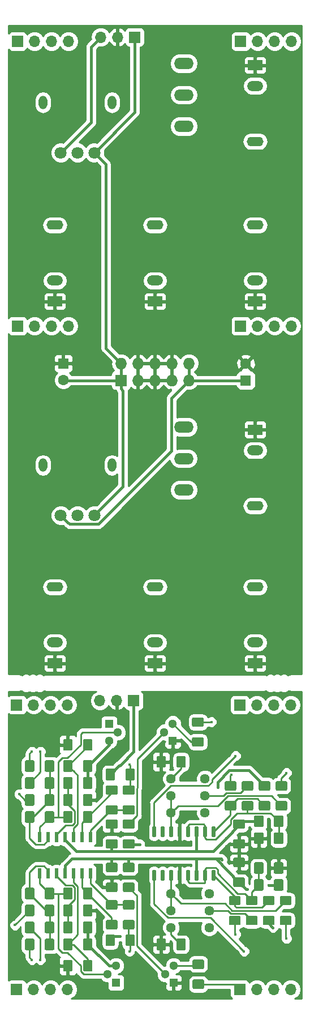
<source format=gbr>
G04 #@! TF.GenerationSoftware,KiCad,Pcbnew,(5.0.1)-4*
G04 #@! TF.CreationDate,2019-03-05T01:37:15-06:00*
G04 #@! TF.ProjectId,vca,7663612E6B696361645F706362000000,rev?*
G04 #@! TF.SameCoordinates,Original*
G04 #@! TF.FileFunction,Copper,L1,Top,Signal*
G04 #@! TF.FilePolarity,Positive*
%FSLAX46Y46*%
G04 Gerber Fmt 4.6, Leading zero omitted, Abs format (unit mm)*
G04 Created by KiCad (PCBNEW (5.0.1)-4) date 3/5/2019 1:37:15*
%MOMM*%
%LPD*%
G01*
G04 APERTURE LIST*
G04 #@! TA.AperFunction,ComponentPad*
%ADD10O,1.300000X2.000000*%
G04 #@! TD*
G04 #@! TA.AperFunction,ComponentPad*
%ADD11C,1.800000*%
G04 #@! TD*
G04 #@! TA.AperFunction,ComponentPad*
%ADD12O,2.940000X1.700000*%
G04 #@! TD*
G04 #@! TA.AperFunction,ComponentPad*
%ADD13O,2.400000X1.500000*%
G04 #@! TD*
G04 #@! TA.AperFunction,ComponentPad*
%ADD14R,2.200000X1.500000*%
G04 #@! TD*
G04 #@! TA.AperFunction,ComponentPad*
%ADD15O,2.500000X1.400000*%
G04 #@! TD*
G04 #@! TA.AperFunction,ComponentPad*
%ADD16R,1.300000X1.300000*%
G04 #@! TD*
G04 #@! TA.AperFunction,ComponentPad*
%ADD17C,1.300000*%
G04 #@! TD*
G04 #@! TA.AperFunction,Conductor*
%ADD18C,0.100000*%
G04 #@! TD*
G04 #@! TA.AperFunction,SMDPad,CuDef*
%ADD19C,1.425000*%
G04 #@! TD*
G04 #@! TA.AperFunction,ComponentPad*
%ADD20C,1.600000*%
G04 #@! TD*
G04 #@! TA.AperFunction,ComponentPad*
%ADD21R,1.600000X1.600000*%
G04 #@! TD*
G04 #@! TA.AperFunction,ComponentPad*
%ADD22O,1.727200X1.727200*%
G04 #@! TD*
G04 #@! TA.AperFunction,ComponentPad*
%ADD23R,1.727200X1.727200*%
G04 #@! TD*
G04 #@! TA.AperFunction,ComponentPad*
%ADD24C,1.440000*%
G04 #@! TD*
G04 #@! TA.AperFunction,SMDPad,CuDef*
%ADD25R,0.600000X1.500000*%
G04 #@! TD*
G04 #@! TA.AperFunction,ComponentPad*
%ADD26O,1.700000X1.700000*%
G04 #@! TD*
G04 #@! TA.AperFunction,ComponentPad*
%ADD27R,1.700000X1.700000*%
G04 #@! TD*
G04 #@! TA.AperFunction,SMDPad,CuDef*
%ADD28C,0.550000*%
G04 #@! TD*
G04 #@! TA.AperFunction,ViaPad*
%ADD29C,0.450000*%
G04 #@! TD*
G04 #@! TA.AperFunction,Conductor*
%ADD30C,0.400000*%
G04 #@! TD*
G04 #@! TA.AperFunction,Conductor*
%ADD31C,0.250000*%
G04 #@! TD*
G04 #@! TA.AperFunction,Conductor*
%ADD32C,0.254000*%
G04 #@! TD*
G04 APERTURE END LIST*
D10*
G04 #@! TO.P,RV10,*
G04 #@! TO.N,*
X113279000Y-85168000D03*
D11*
G04 #@! TO.P,RV10,3*
G04 #@! TO.N,-12VP*
X120929000Y-92668000D03*
G04 #@! TO.P,RV10,2*
G04 #@! TO.N,ADJAP*
X118429000Y-92668000D03*
G04 #@! TO.P,RV10,1*
G04 #@! TO.N,+12VP*
X115929000Y-92668000D03*
D10*
G04 #@! TO.P,RV10,*
G04 #@! TO.N,*
X123579000Y-85168000D03*
G04 #@! TD*
G04 #@! TO.P,RV32,*
G04 #@! TO.N,*
X113279000Y-30939000D03*
D11*
G04 #@! TO.P,RV32,3*
G04 #@! TO.N,-12VP*
X120929000Y-38439000D03*
G04 #@! TO.P,RV32,2*
G04 #@! TO.N,ADJBP*
X118429000Y-38439000D03*
G04 #@! TO.P,RV32,1*
G04 #@! TO.N,+12VP*
X115929000Y-38439000D03*
D10*
G04 #@! TO.P,RV32,*
G04 #@! TO.N,*
X123579000Y-30939000D03*
G04 #@! TD*
D12*
G04 #@! TO.P,SW2,3*
G04 #@! TO.N,LINBP*
X134344000Y-25103000D03*
G04 #@! TO.P,SW2,2*
G04 #@! TO.N,CMNBP*
X134344000Y-29803000D03*
G04 #@! TO.P,SW2,1*
G04 #@! TO.N,LOGBP*
X134344000Y-34503000D03*
G04 #@! TD*
G04 #@! TO.P,SW1,3*
G04 #@! TO.N,LINAP*
X134344000Y-79459000D03*
G04 #@! TO.P,SW1,2*
G04 #@! TO.N,CMNAP*
X134344000Y-84159000D03*
G04 #@! TO.P,SW1,1*
G04 #@! TO.N,LOGAP*
X134344000Y-88859000D03*
G04 #@! TD*
D13*
G04 #@! TO.P,J3,TN*
G04 #@! TO.N,Net-(J3-PadTN)*
X145012000Y-111666000D03*
D14*
G04 #@! TO.P,J3,S*
G04 #@! TO.N,GNDP*
X145012000Y-114766000D03*
D15*
G04 #@! TO.P,J3,T*
G04 #@! TO.N,OUTAP*
X145012000Y-103366000D03*
G04 #@! TD*
D13*
G04 #@! TO.P,J2,TN*
G04 #@! TO.N,Net-(J2-PadTN)*
X130026000Y-111666000D03*
D14*
G04 #@! TO.P,J2,S*
G04 #@! TO.N,GNDP*
X130026000Y-114766000D03*
D15*
G04 #@! TO.P,J2,T*
G04 #@! TO.N,CV2AP*
X130026000Y-103366000D03*
G04 #@! TD*
D13*
G04 #@! TO.P,J1,TN*
G04 #@! TO.N,Net-(J1-PadTN)*
X115040000Y-111666000D03*
D14*
G04 #@! TO.P,J1,S*
G04 #@! TO.N,GNDP*
X115040000Y-114766000D03*
D15*
G04 #@! TO.P,J1,T*
G04 #@! TO.N,CV1AP*
X115040000Y-103366000D03*
G04 #@! TD*
D13*
G04 #@! TO.P,J4,TN*
G04 #@! TO.N,Net-(J4-PadTN)*
X145012000Y-82941000D03*
D14*
G04 #@! TO.P,J4,S*
G04 #@! TO.N,GNDP*
X145012000Y-79841000D03*
D15*
G04 #@! TO.P,J4,T*
G04 #@! TO.N,INAP*
X145012000Y-91241000D03*
G04 #@! TD*
D13*
G04 #@! TO.P,J8,TN*
G04 #@! TO.N,Net-(J8-PadTN)*
X145012000Y-28458000D03*
D14*
G04 #@! TO.P,J8,S*
G04 #@! TO.N,GNDP*
X145012000Y-25358000D03*
D15*
G04 #@! TO.P,J8,T*
G04 #@! TO.N,INBP*
X145012000Y-36758000D03*
G04 #@! TD*
D13*
G04 #@! TO.P,J7,TN*
G04 #@! TO.N,Net-(J7-PadTN)*
X145012000Y-57564000D03*
D14*
G04 #@! TO.P,J7,S*
G04 #@! TO.N,GNDP*
X145012000Y-60664000D03*
D15*
G04 #@! TO.P,J7,T*
G04 #@! TO.N,OUTBP*
X145012000Y-49264000D03*
G04 #@! TD*
D13*
G04 #@! TO.P,J6,TN*
G04 #@! TO.N,Net-(J6-PadTN)*
X130026000Y-57564000D03*
D14*
G04 #@! TO.P,J6,S*
G04 #@! TO.N,GNDP*
X130026000Y-60664000D03*
D15*
G04 #@! TO.P,J6,T*
G04 #@! TO.N,CV2BP*
X130026000Y-49264000D03*
G04 #@! TD*
D13*
G04 #@! TO.P,J5,TN*
G04 #@! TO.N,Net-(J5-PadTN)*
X115040000Y-57564000D03*
D14*
G04 #@! TO.P,J5,S*
G04 #@! TO.N,GNDP*
X115040000Y-60664000D03*
D15*
G04 #@! TO.P,J5,T*
G04 #@! TO.N,CV1BP*
X115040000Y-49264000D03*
G04 #@! TD*
D16*
G04 #@! TO.P,Q2,1*
G04 #@! TO.N,GND*
X132820000Y-162518000D03*
D17*
G04 #@! TO.P,Q2,3*
G04 #@! TO.N,Net-(Q2-Pad3)*
X132820000Y-159978000D03*
G04 #@! TO.P,Q2,2*
G04 #@! TO.N,Net-(Q1-Pad1)*
X131550000Y-161248000D03*
G04 #@! TD*
D16*
G04 #@! TO.P,Q1,1*
G04 #@! TO.N,Net-(Q1-Pad1)*
X124184000Y-162518000D03*
D17*
G04 #@! TO.P,Q1,3*
G04 #@! TO.N,+12V*
X124184000Y-159978000D03*
G04 #@! TO.P,Q1,2*
G04 #@! TO.N,Net-(Q1-Pad2)*
X122914000Y-161248000D03*
G04 #@! TD*
D16*
G04 #@! TO.P,Q4,1*
G04 #@! TO.N,GND*
X132693000Y-126323000D03*
D17*
G04 #@! TO.P,Q4,3*
G04 #@! TO.N,Net-(Q4-Pad3)*
X132693000Y-123783000D03*
G04 #@! TO.P,Q4,2*
G04 #@! TO.N,Net-(Q3-Pad1)*
X131423000Y-125053000D03*
G04 #@! TD*
D16*
G04 #@! TO.P,Q3,1*
G04 #@! TO.N,Net-(Q3-Pad1)*
X123168000Y-123846500D03*
D17*
G04 #@! TO.P,Q3,3*
G04 #@! TO.N,+12V*
X123168000Y-126386500D03*
G04 #@! TO.P,Q3,2*
G04 #@! TO.N,Net-(Q3-Pad2)*
X124438000Y-125116500D03*
G04 #@! TD*
D18*
G04 #@! TO.N,GND*
G04 #@! TO.C,C3*
G36*
X143248504Y-141069204D02*
X143272773Y-141072804D01*
X143296571Y-141078765D01*
X143319671Y-141087030D01*
X143341849Y-141097520D01*
X143362893Y-141110133D01*
X143382598Y-141124747D01*
X143400777Y-141141223D01*
X143417253Y-141159402D01*
X143431867Y-141179107D01*
X143444480Y-141200151D01*
X143454970Y-141222329D01*
X143463235Y-141245429D01*
X143469196Y-141269227D01*
X143472796Y-141293496D01*
X143474000Y-141318000D01*
X143474000Y-142243000D01*
X143472796Y-142267504D01*
X143469196Y-142291773D01*
X143463235Y-142315571D01*
X143454970Y-142338671D01*
X143444480Y-142360849D01*
X143431867Y-142381893D01*
X143417253Y-142401598D01*
X143400777Y-142419777D01*
X143382598Y-142436253D01*
X143362893Y-142450867D01*
X143341849Y-142463480D01*
X143319671Y-142473970D01*
X143296571Y-142482235D01*
X143272773Y-142488196D01*
X143248504Y-142491796D01*
X143224000Y-142493000D01*
X141974000Y-142493000D01*
X141949496Y-142491796D01*
X141925227Y-142488196D01*
X141901429Y-142482235D01*
X141878329Y-142473970D01*
X141856151Y-142463480D01*
X141835107Y-142450867D01*
X141815402Y-142436253D01*
X141797223Y-142419777D01*
X141780747Y-142401598D01*
X141766133Y-142381893D01*
X141753520Y-142360849D01*
X141743030Y-142338671D01*
X141734765Y-142315571D01*
X141728804Y-142291773D01*
X141725204Y-142267504D01*
X141724000Y-142243000D01*
X141724000Y-141318000D01*
X141725204Y-141293496D01*
X141728804Y-141269227D01*
X141734765Y-141245429D01*
X141743030Y-141222329D01*
X141753520Y-141200151D01*
X141766133Y-141179107D01*
X141780747Y-141159402D01*
X141797223Y-141141223D01*
X141815402Y-141124747D01*
X141835107Y-141110133D01*
X141856151Y-141097520D01*
X141878329Y-141087030D01*
X141901429Y-141078765D01*
X141925227Y-141072804D01*
X141949496Y-141069204D01*
X141974000Y-141068000D01*
X143224000Y-141068000D01*
X143248504Y-141069204D01*
X143248504Y-141069204D01*
G37*
D19*
G04 #@! TD*
G04 #@! TO.P,C3,2*
G04 #@! TO.N,GND*
X142599000Y-141780500D03*
D18*
G04 #@! TO.N,+12V*
G04 #@! TO.C,C3*
G36*
X143248504Y-138094204D02*
X143272773Y-138097804D01*
X143296571Y-138103765D01*
X143319671Y-138112030D01*
X143341849Y-138122520D01*
X143362893Y-138135133D01*
X143382598Y-138149747D01*
X143400777Y-138166223D01*
X143417253Y-138184402D01*
X143431867Y-138204107D01*
X143444480Y-138225151D01*
X143454970Y-138247329D01*
X143463235Y-138270429D01*
X143469196Y-138294227D01*
X143472796Y-138318496D01*
X143474000Y-138343000D01*
X143474000Y-139268000D01*
X143472796Y-139292504D01*
X143469196Y-139316773D01*
X143463235Y-139340571D01*
X143454970Y-139363671D01*
X143444480Y-139385849D01*
X143431867Y-139406893D01*
X143417253Y-139426598D01*
X143400777Y-139444777D01*
X143382598Y-139461253D01*
X143362893Y-139475867D01*
X143341849Y-139488480D01*
X143319671Y-139498970D01*
X143296571Y-139507235D01*
X143272773Y-139513196D01*
X143248504Y-139516796D01*
X143224000Y-139518000D01*
X141974000Y-139518000D01*
X141949496Y-139516796D01*
X141925227Y-139513196D01*
X141901429Y-139507235D01*
X141878329Y-139498970D01*
X141856151Y-139488480D01*
X141835107Y-139475867D01*
X141815402Y-139461253D01*
X141797223Y-139444777D01*
X141780747Y-139426598D01*
X141766133Y-139406893D01*
X141753520Y-139385849D01*
X141743030Y-139363671D01*
X141734765Y-139340571D01*
X141728804Y-139316773D01*
X141725204Y-139292504D01*
X141724000Y-139268000D01*
X141724000Y-138343000D01*
X141725204Y-138318496D01*
X141728804Y-138294227D01*
X141734765Y-138270429D01*
X141743030Y-138247329D01*
X141753520Y-138225151D01*
X141766133Y-138204107D01*
X141780747Y-138184402D01*
X141797223Y-138166223D01*
X141815402Y-138149747D01*
X141835107Y-138135133D01*
X141856151Y-138122520D01*
X141878329Y-138112030D01*
X141901429Y-138103765D01*
X141925227Y-138097804D01*
X141949496Y-138094204D01*
X141974000Y-138093000D01*
X143224000Y-138093000D01*
X143248504Y-138094204D01*
X143248504Y-138094204D01*
G37*
D19*
G04 #@! TD*
G04 #@! TO.P,C3,1*
G04 #@! TO.N,+12V*
X142599000Y-138805500D03*
D18*
G04 #@! TO.N,-12V*
G04 #@! TO.C,C5*
G36*
X143248504Y-146784204D02*
X143272773Y-146787804D01*
X143296571Y-146793765D01*
X143319671Y-146802030D01*
X143341849Y-146812520D01*
X143362893Y-146825133D01*
X143382598Y-146839747D01*
X143400777Y-146856223D01*
X143417253Y-146874402D01*
X143431867Y-146894107D01*
X143444480Y-146915151D01*
X143454970Y-146937329D01*
X143463235Y-146960429D01*
X143469196Y-146984227D01*
X143472796Y-147008496D01*
X143474000Y-147033000D01*
X143474000Y-147958000D01*
X143472796Y-147982504D01*
X143469196Y-148006773D01*
X143463235Y-148030571D01*
X143454970Y-148053671D01*
X143444480Y-148075849D01*
X143431867Y-148096893D01*
X143417253Y-148116598D01*
X143400777Y-148134777D01*
X143382598Y-148151253D01*
X143362893Y-148165867D01*
X143341849Y-148178480D01*
X143319671Y-148188970D01*
X143296571Y-148197235D01*
X143272773Y-148203196D01*
X143248504Y-148206796D01*
X143224000Y-148208000D01*
X141974000Y-148208000D01*
X141949496Y-148206796D01*
X141925227Y-148203196D01*
X141901429Y-148197235D01*
X141878329Y-148188970D01*
X141856151Y-148178480D01*
X141835107Y-148165867D01*
X141815402Y-148151253D01*
X141797223Y-148134777D01*
X141780747Y-148116598D01*
X141766133Y-148096893D01*
X141753520Y-148075849D01*
X141743030Y-148053671D01*
X141734765Y-148030571D01*
X141728804Y-148006773D01*
X141725204Y-147982504D01*
X141724000Y-147958000D01*
X141724000Y-147033000D01*
X141725204Y-147008496D01*
X141728804Y-146984227D01*
X141734765Y-146960429D01*
X141743030Y-146937329D01*
X141753520Y-146915151D01*
X141766133Y-146894107D01*
X141780747Y-146874402D01*
X141797223Y-146856223D01*
X141815402Y-146839747D01*
X141835107Y-146825133D01*
X141856151Y-146812520D01*
X141878329Y-146802030D01*
X141901429Y-146793765D01*
X141925227Y-146787804D01*
X141949496Y-146784204D01*
X141974000Y-146783000D01*
X143224000Y-146783000D01*
X143248504Y-146784204D01*
X143248504Y-146784204D01*
G37*
D19*
G04 #@! TD*
G04 #@! TO.P,C5,2*
G04 #@! TO.N,-12V*
X142599000Y-147495500D03*
D18*
G04 #@! TO.N,GND*
G04 #@! TO.C,C5*
G36*
X143248504Y-143809204D02*
X143272773Y-143812804D01*
X143296571Y-143818765D01*
X143319671Y-143827030D01*
X143341849Y-143837520D01*
X143362893Y-143850133D01*
X143382598Y-143864747D01*
X143400777Y-143881223D01*
X143417253Y-143899402D01*
X143431867Y-143919107D01*
X143444480Y-143940151D01*
X143454970Y-143962329D01*
X143463235Y-143985429D01*
X143469196Y-144009227D01*
X143472796Y-144033496D01*
X143474000Y-144058000D01*
X143474000Y-144983000D01*
X143472796Y-145007504D01*
X143469196Y-145031773D01*
X143463235Y-145055571D01*
X143454970Y-145078671D01*
X143444480Y-145100849D01*
X143431867Y-145121893D01*
X143417253Y-145141598D01*
X143400777Y-145159777D01*
X143382598Y-145176253D01*
X143362893Y-145190867D01*
X143341849Y-145203480D01*
X143319671Y-145213970D01*
X143296571Y-145222235D01*
X143272773Y-145228196D01*
X143248504Y-145231796D01*
X143224000Y-145233000D01*
X141974000Y-145233000D01*
X141949496Y-145231796D01*
X141925227Y-145228196D01*
X141901429Y-145222235D01*
X141878329Y-145213970D01*
X141856151Y-145203480D01*
X141835107Y-145190867D01*
X141815402Y-145176253D01*
X141797223Y-145159777D01*
X141780747Y-145141598D01*
X141766133Y-145121893D01*
X141753520Y-145100849D01*
X141743030Y-145078671D01*
X141734765Y-145055571D01*
X141728804Y-145031773D01*
X141725204Y-145007504D01*
X141724000Y-144983000D01*
X141724000Y-144058000D01*
X141725204Y-144033496D01*
X141728804Y-144009227D01*
X141734765Y-143985429D01*
X141743030Y-143962329D01*
X141753520Y-143940151D01*
X141766133Y-143919107D01*
X141780747Y-143899402D01*
X141797223Y-143881223D01*
X141815402Y-143864747D01*
X141835107Y-143850133D01*
X141856151Y-143837520D01*
X141878329Y-143827030D01*
X141901429Y-143818765D01*
X141925227Y-143812804D01*
X141949496Y-143809204D01*
X141974000Y-143808000D01*
X143224000Y-143808000D01*
X143248504Y-143809204D01*
X143248504Y-143809204D01*
G37*
D19*
G04 #@! TD*
G04 #@! TO.P,C5,1*
G04 #@! TO.N,GND*
X142599000Y-144520500D03*
D20*
G04 #@! TO.P,C1,2*
G04 #@! TO.N,GNDP*
X143615000Y-69975000D03*
D21*
G04 #@! TO.P,C1,1*
G04 #@! TO.N,+12VP*
X143615000Y-72475000D03*
G04 #@! TD*
D18*
G04 #@! TO.N,GND*
G04 #@! TO.C,C2*
G36*
X124198504Y-138094204D02*
X124222773Y-138097804D01*
X124246571Y-138103765D01*
X124269671Y-138112030D01*
X124291849Y-138122520D01*
X124312893Y-138135133D01*
X124332598Y-138149747D01*
X124350777Y-138166223D01*
X124367253Y-138184402D01*
X124381867Y-138204107D01*
X124394480Y-138225151D01*
X124404970Y-138247329D01*
X124413235Y-138270429D01*
X124419196Y-138294227D01*
X124422796Y-138318496D01*
X124424000Y-138343000D01*
X124424000Y-139268000D01*
X124422796Y-139292504D01*
X124419196Y-139316773D01*
X124413235Y-139340571D01*
X124404970Y-139363671D01*
X124394480Y-139385849D01*
X124381867Y-139406893D01*
X124367253Y-139426598D01*
X124350777Y-139444777D01*
X124332598Y-139461253D01*
X124312893Y-139475867D01*
X124291849Y-139488480D01*
X124269671Y-139498970D01*
X124246571Y-139507235D01*
X124222773Y-139513196D01*
X124198504Y-139516796D01*
X124174000Y-139518000D01*
X122924000Y-139518000D01*
X122899496Y-139516796D01*
X122875227Y-139513196D01*
X122851429Y-139507235D01*
X122828329Y-139498970D01*
X122806151Y-139488480D01*
X122785107Y-139475867D01*
X122765402Y-139461253D01*
X122747223Y-139444777D01*
X122730747Y-139426598D01*
X122716133Y-139406893D01*
X122703520Y-139385849D01*
X122693030Y-139363671D01*
X122684765Y-139340571D01*
X122678804Y-139316773D01*
X122675204Y-139292504D01*
X122674000Y-139268000D01*
X122674000Y-138343000D01*
X122675204Y-138318496D01*
X122678804Y-138294227D01*
X122684765Y-138270429D01*
X122693030Y-138247329D01*
X122703520Y-138225151D01*
X122716133Y-138204107D01*
X122730747Y-138184402D01*
X122747223Y-138166223D01*
X122765402Y-138149747D01*
X122785107Y-138135133D01*
X122806151Y-138122520D01*
X122828329Y-138112030D01*
X122851429Y-138103765D01*
X122875227Y-138097804D01*
X122899496Y-138094204D01*
X122924000Y-138093000D01*
X124174000Y-138093000D01*
X124198504Y-138094204D01*
X124198504Y-138094204D01*
G37*
D19*
G04 #@! TD*
G04 #@! TO.P,C2,2*
G04 #@! TO.N,GND*
X123549000Y-138805500D03*
D18*
G04 #@! TO.N,+12V*
G04 #@! TO.C,C2*
G36*
X124198504Y-141069204D02*
X124222773Y-141072804D01*
X124246571Y-141078765D01*
X124269671Y-141087030D01*
X124291849Y-141097520D01*
X124312893Y-141110133D01*
X124332598Y-141124747D01*
X124350777Y-141141223D01*
X124367253Y-141159402D01*
X124381867Y-141179107D01*
X124394480Y-141200151D01*
X124404970Y-141222329D01*
X124413235Y-141245429D01*
X124419196Y-141269227D01*
X124422796Y-141293496D01*
X124424000Y-141318000D01*
X124424000Y-142243000D01*
X124422796Y-142267504D01*
X124419196Y-142291773D01*
X124413235Y-142315571D01*
X124404970Y-142338671D01*
X124394480Y-142360849D01*
X124381867Y-142381893D01*
X124367253Y-142401598D01*
X124350777Y-142419777D01*
X124332598Y-142436253D01*
X124312893Y-142450867D01*
X124291849Y-142463480D01*
X124269671Y-142473970D01*
X124246571Y-142482235D01*
X124222773Y-142488196D01*
X124198504Y-142491796D01*
X124174000Y-142493000D01*
X122924000Y-142493000D01*
X122899496Y-142491796D01*
X122875227Y-142488196D01*
X122851429Y-142482235D01*
X122828329Y-142473970D01*
X122806151Y-142463480D01*
X122785107Y-142450867D01*
X122765402Y-142436253D01*
X122747223Y-142419777D01*
X122730747Y-142401598D01*
X122716133Y-142381893D01*
X122703520Y-142360849D01*
X122693030Y-142338671D01*
X122684765Y-142315571D01*
X122678804Y-142291773D01*
X122675204Y-142267504D01*
X122674000Y-142243000D01*
X122674000Y-141318000D01*
X122675204Y-141293496D01*
X122678804Y-141269227D01*
X122684765Y-141245429D01*
X122693030Y-141222329D01*
X122703520Y-141200151D01*
X122716133Y-141179107D01*
X122730747Y-141159402D01*
X122747223Y-141141223D01*
X122765402Y-141124747D01*
X122785107Y-141110133D01*
X122806151Y-141097520D01*
X122828329Y-141087030D01*
X122851429Y-141078765D01*
X122875227Y-141072804D01*
X122899496Y-141069204D01*
X122924000Y-141068000D01*
X124174000Y-141068000D01*
X124198504Y-141069204D01*
X124198504Y-141069204D01*
G37*
D19*
G04 #@! TD*
G04 #@! TO.P,C2,1*
G04 #@! TO.N,+12V*
X123549000Y-141780500D03*
D18*
G04 #@! TO.N,-12V*
G04 #@! TO.C,C6*
G36*
X124198504Y-144571204D02*
X124222773Y-144574804D01*
X124246571Y-144580765D01*
X124269671Y-144589030D01*
X124291849Y-144599520D01*
X124312893Y-144612133D01*
X124332598Y-144626747D01*
X124350777Y-144643223D01*
X124367253Y-144661402D01*
X124381867Y-144681107D01*
X124394480Y-144702151D01*
X124404970Y-144724329D01*
X124413235Y-144747429D01*
X124419196Y-144771227D01*
X124422796Y-144795496D01*
X124424000Y-144820000D01*
X124424000Y-145745000D01*
X124422796Y-145769504D01*
X124419196Y-145793773D01*
X124413235Y-145817571D01*
X124404970Y-145840671D01*
X124394480Y-145862849D01*
X124381867Y-145883893D01*
X124367253Y-145903598D01*
X124350777Y-145921777D01*
X124332598Y-145938253D01*
X124312893Y-145952867D01*
X124291849Y-145965480D01*
X124269671Y-145975970D01*
X124246571Y-145984235D01*
X124222773Y-145990196D01*
X124198504Y-145993796D01*
X124174000Y-145995000D01*
X122924000Y-145995000D01*
X122899496Y-145993796D01*
X122875227Y-145990196D01*
X122851429Y-145984235D01*
X122828329Y-145975970D01*
X122806151Y-145965480D01*
X122785107Y-145952867D01*
X122765402Y-145938253D01*
X122747223Y-145921777D01*
X122730747Y-145903598D01*
X122716133Y-145883893D01*
X122703520Y-145862849D01*
X122693030Y-145840671D01*
X122684765Y-145817571D01*
X122678804Y-145793773D01*
X122675204Y-145769504D01*
X122674000Y-145745000D01*
X122674000Y-144820000D01*
X122675204Y-144795496D01*
X122678804Y-144771227D01*
X122684765Y-144747429D01*
X122693030Y-144724329D01*
X122703520Y-144702151D01*
X122716133Y-144681107D01*
X122730747Y-144661402D01*
X122747223Y-144643223D01*
X122765402Y-144626747D01*
X122785107Y-144612133D01*
X122806151Y-144599520D01*
X122828329Y-144589030D01*
X122851429Y-144580765D01*
X122875227Y-144574804D01*
X122899496Y-144571204D01*
X122924000Y-144570000D01*
X124174000Y-144570000D01*
X124198504Y-144571204D01*
X124198504Y-144571204D01*
G37*
D19*
G04 #@! TD*
G04 #@! TO.P,C6,2*
G04 #@! TO.N,-12V*
X123549000Y-145282500D03*
D18*
G04 #@! TO.N,GND*
G04 #@! TO.C,C6*
G36*
X124198504Y-147546204D02*
X124222773Y-147549804D01*
X124246571Y-147555765D01*
X124269671Y-147564030D01*
X124291849Y-147574520D01*
X124312893Y-147587133D01*
X124332598Y-147601747D01*
X124350777Y-147618223D01*
X124367253Y-147636402D01*
X124381867Y-147656107D01*
X124394480Y-147677151D01*
X124404970Y-147699329D01*
X124413235Y-147722429D01*
X124419196Y-147746227D01*
X124422796Y-147770496D01*
X124424000Y-147795000D01*
X124424000Y-148720000D01*
X124422796Y-148744504D01*
X124419196Y-148768773D01*
X124413235Y-148792571D01*
X124404970Y-148815671D01*
X124394480Y-148837849D01*
X124381867Y-148858893D01*
X124367253Y-148878598D01*
X124350777Y-148896777D01*
X124332598Y-148913253D01*
X124312893Y-148927867D01*
X124291849Y-148940480D01*
X124269671Y-148950970D01*
X124246571Y-148959235D01*
X124222773Y-148965196D01*
X124198504Y-148968796D01*
X124174000Y-148970000D01*
X122924000Y-148970000D01*
X122899496Y-148968796D01*
X122875227Y-148965196D01*
X122851429Y-148959235D01*
X122828329Y-148950970D01*
X122806151Y-148940480D01*
X122785107Y-148927867D01*
X122765402Y-148913253D01*
X122747223Y-148896777D01*
X122730747Y-148878598D01*
X122716133Y-148858893D01*
X122703520Y-148837849D01*
X122693030Y-148815671D01*
X122684765Y-148792571D01*
X122678804Y-148768773D01*
X122675204Y-148744504D01*
X122674000Y-148720000D01*
X122674000Y-147795000D01*
X122675204Y-147770496D01*
X122678804Y-147746227D01*
X122684765Y-147722429D01*
X122693030Y-147699329D01*
X122703520Y-147677151D01*
X122716133Y-147656107D01*
X122730747Y-147636402D01*
X122747223Y-147618223D01*
X122765402Y-147601747D01*
X122785107Y-147587133D01*
X122806151Y-147574520D01*
X122828329Y-147564030D01*
X122851429Y-147555765D01*
X122875227Y-147549804D01*
X122899496Y-147546204D01*
X122924000Y-147545000D01*
X124174000Y-147545000D01*
X124198504Y-147546204D01*
X124198504Y-147546204D01*
G37*
D19*
G04 #@! TD*
G04 #@! TO.P,C6,1*
G04 #@! TO.N,GND*
X123549000Y-148257500D03*
D22*
G04 #@! TO.P,J9,10*
G04 #@! TO.N,+12VP*
X135106000Y-69935000D03*
G04 #@! TO.P,J9,9*
X135106000Y-72475000D03*
G04 #@! TO.P,J9,8*
G04 #@! TO.N,GNDP*
X132566000Y-69935000D03*
G04 #@! TO.P,J9,7*
X132566000Y-72475000D03*
G04 #@! TO.P,J9,6*
X130026000Y-69935000D03*
G04 #@! TO.P,J9,5*
X130026000Y-72475000D03*
G04 #@! TO.P,J9,4*
X127486000Y-69935000D03*
G04 #@! TO.P,J9,3*
X127486000Y-72475000D03*
G04 #@! TO.P,J9,2*
G04 #@! TO.N,-12VP*
X124946000Y-69935000D03*
D23*
G04 #@! TO.P,J9,1*
X124946000Y-72475000D03*
G04 #@! TD*
D18*
G04 #@! TO.N,CV1A*
G04 #@! TO.C,R1*
G36*
X111753504Y-150849204D02*
X111777773Y-150852804D01*
X111801571Y-150858765D01*
X111824671Y-150867030D01*
X111846849Y-150877520D01*
X111867893Y-150890133D01*
X111887598Y-150904747D01*
X111905777Y-150921223D01*
X111922253Y-150939402D01*
X111936867Y-150959107D01*
X111949480Y-150980151D01*
X111959970Y-151002329D01*
X111968235Y-151025429D01*
X111974196Y-151049227D01*
X111977796Y-151073496D01*
X111979000Y-151098000D01*
X111979000Y-152348000D01*
X111977796Y-152372504D01*
X111974196Y-152396773D01*
X111968235Y-152420571D01*
X111959970Y-152443671D01*
X111949480Y-152465849D01*
X111936867Y-152486893D01*
X111922253Y-152506598D01*
X111905777Y-152524777D01*
X111887598Y-152541253D01*
X111867893Y-152555867D01*
X111846849Y-152568480D01*
X111824671Y-152578970D01*
X111801571Y-152587235D01*
X111777773Y-152593196D01*
X111753504Y-152596796D01*
X111729000Y-152598000D01*
X110804000Y-152598000D01*
X110779496Y-152596796D01*
X110755227Y-152593196D01*
X110731429Y-152587235D01*
X110708329Y-152578970D01*
X110686151Y-152568480D01*
X110665107Y-152555867D01*
X110645402Y-152541253D01*
X110627223Y-152524777D01*
X110610747Y-152506598D01*
X110596133Y-152486893D01*
X110583520Y-152465849D01*
X110573030Y-152443671D01*
X110564765Y-152420571D01*
X110558804Y-152396773D01*
X110555204Y-152372504D01*
X110554000Y-152348000D01*
X110554000Y-151098000D01*
X110555204Y-151073496D01*
X110558804Y-151049227D01*
X110564765Y-151025429D01*
X110573030Y-151002329D01*
X110583520Y-150980151D01*
X110596133Y-150959107D01*
X110610747Y-150939402D01*
X110627223Y-150921223D01*
X110645402Y-150904747D01*
X110665107Y-150890133D01*
X110686151Y-150877520D01*
X110708329Y-150867030D01*
X110731429Y-150858765D01*
X110755227Y-150852804D01*
X110779496Y-150849204D01*
X110804000Y-150848000D01*
X111729000Y-150848000D01*
X111753504Y-150849204D01*
X111753504Y-150849204D01*
G37*
D19*
G04 #@! TD*
G04 #@! TO.P,R1,2*
G04 #@! TO.N,CV1A*
X111266500Y-151723000D03*
D18*
G04 #@! TO.N,Net-(R1-Pad1)*
G04 #@! TO.C,R1*
G36*
X114728504Y-150849204D02*
X114752773Y-150852804D01*
X114776571Y-150858765D01*
X114799671Y-150867030D01*
X114821849Y-150877520D01*
X114842893Y-150890133D01*
X114862598Y-150904747D01*
X114880777Y-150921223D01*
X114897253Y-150939402D01*
X114911867Y-150959107D01*
X114924480Y-150980151D01*
X114934970Y-151002329D01*
X114943235Y-151025429D01*
X114949196Y-151049227D01*
X114952796Y-151073496D01*
X114954000Y-151098000D01*
X114954000Y-152348000D01*
X114952796Y-152372504D01*
X114949196Y-152396773D01*
X114943235Y-152420571D01*
X114934970Y-152443671D01*
X114924480Y-152465849D01*
X114911867Y-152486893D01*
X114897253Y-152506598D01*
X114880777Y-152524777D01*
X114862598Y-152541253D01*
X114842893Y-152555867D01*
X114821849Y-152568480D01*
X114799671Y-152578970D01*
X114776571Y-152587235D01*
X114752773Y-152593196D01*
X114728504Y-152596796D01*
X114704000Y-152598000D01*
X113779000Y-152598000D01*
X113754496Y-152596796D01*
X113730227Y-152593196D01*
X113706429Y-152587235D01*
X113683329Y-152578970D01*
X113661151Y-152568480D01*
X113640107Y-152555867D01*
X113620402Y-152541253D01*
X113602223Y-152524777D01*
X113585747Y-152506598D01*
X113571133Y-152486893D01*
X113558520Y-152465849D01*
X113548030Y-152443671D01*
X113539765Y-152420571D01*
X113533804Y-152396773D01*
X113530204Y-152372504D01*
X113529000Y-152348000D01*
X113529000Y-151098000D01*
X113530204Y-151073496D01*
X113533804Y-151049227D01*
X113539765Y-151025429D01*
X113548030Y-151002329D01*
X113558520Y-150980151D01*
X113571133Y-150959107D01*
X113585747Y-150939402D01*
X113602223Y-150921223D01*
X113620402Y-150904747D01*
X113640107Y-150890133D01*
X113661151Y-150877520D01*
X113683329Y-150867030D01*
X113706429Y-150858765D01*
X113730227Y-150852804D01*
X113754496Y-150849204D01*
X113779000Y-150848000D01*
X114704000Y-150848000D01*
X114728504Y-150849204D01*
X114728504Y-150849204D01*
G37*
D19*
G04 #@! TD*
G04 #@! TO.P,R1,1*
G04 #@! TO.N,Net-(R1-Pad1)*
X114241500Y-151723000D03*
D18*
G04 #@! TO.N,Net-(R2-Pad2)*
G04 #@! TO.C,R2*
G36*
X124198504Y-153134204D02*
X124222773Y-153137804D01*
X124246571Y-153143765D01*
X124269671Y-153152030D01*
X124291849Y-153162520D01*
X124312893Y-153175133D01*
X124332598Y-153189747D01*
X124350777Y-153206223D01*
X124367253Y-153224402D01*
X124381867Y-153244107D01*
X124394480Y-153265151D01*
X124404970Y-153287329D01*
X124413235Y-153310429D01*
X124419196Y-153334227D01*
X124422796Y-153358496D01*
X124424000Y-153383000D01*
X124424000Y-154308000D01*
X124422796Y-154332504D01*
X124419196Y-154356773D01*
X124413235Y-154380571D01*
X124404970Y-154403671D01*
X124394480Y-154425849D01*
X124381867Y-154446893D01*
X124367253Y-154466598D01*
X124350777Y-154484777D01*
X124332598Y-154501253D01*
X124312893Y-154515867D01*
X124291849Y-154528480D01*
X124269671Y-154538970D01*
X124246571Y-154547235D01*
X124222773Y-154553196D01*
X124198504Y-154556796D01*
X124174000Y-154558000D01*
X122924000Y-154558000D01*
X122899496Y-154556796D01*
X122875227Y-154553196D01*
X122851429Y-154547235D01*
X122828329Y-154538970D01*
X122806151Y-154528480D01*
X122785107Y-154515867D01*
X122765402Y-154501253D01*
X122747223Y-154484777D01*
X122730747Y-154466598D01*
X122716133Y-154446893D01*
X122703520Y-154425849D01*
X122693030Y-154403671D01*
X122684765Y-154380571D01*
X122678804Y-154356773D01*
X122675204Y-154332504D01*
X122674000Y-154308000D01*
X122674000Y-153383000D01*
X122675204Y-153358496D01*
X122678804Y-153334227D01*
X122684765Y-153310429D01*
X122693030Y-153287329D01*
X122703520Y-153265151D01*
X122716133Y-153244107D01*
X122730747Y-153224402D01*
X122747223Y-153206223D01*
X122765402Y-153189747D01*
X122785107Y-153175133D01*
X122806151Y-153162520D01*
X122828329Y-153152030D01*
X122851429Y-153143765D01*
X122875227Y-153137804D01*
X122899496Y-153134204D01*
X122924000Y-153133000D01*
X124174000Y-153133000D01*
X124198504Y-153134204D01*
X124198504Y-153134204D01*
G37*
D19*
G04 #@! TD*
G04 #@! TO.P,R2,2*
G04 #@! TO.N,Net-(R2-Pad2)*
X123549000Y-153845500D03*
D18*
G04 #@! TO.N,Net-(R2-Pad1)*
G04 #@! TO.C,R2*
G36*
X124198504Y-150159204D02*
X124222773Y-150162804D01*
X124246571Y-150168765D01*
X124269671Y-150177030D01*
X124291849Y-150187520D01*
X124312893Y-150200133D01*
X124332598Y-150214747D01*
X124350777Y-150231223D01*
X124367253Y-150249402D01*
X124381867Y-150269107D01*
X124394480Y-150290151D01*
X124404970Y-150312329D01*
X124413235Y-150335429D01*
X124419196Y-150359227D01*
X124422796Y-150383496D01*
X124424000Y-150408000D01*
X124424000Y-151333000D01*
X124422796Y-151357504D01*
X124419196Y-151381773D01*
X124413235Y-151405571D01*
X124404970Y-151428671D01*
X124394480Y-151450849D01*
X124381867Y-151471893D01*
X124367253Y-151491598D01*
X124350777Y-151509777D01*
X124332598Y-151526253D01*
X124312893Y-151540867D01*
X124291849Y-151553480D01*
X124269671Y-151563970D01*
X124246571Y-151572235D01*
X124222773Y-151578196D01*
X124198504Y-151581796D01*
X124174000Y-151583000D01*
X122924000Y-151583000D01*
X122899496Y-151581796D01*
X122875227Y-151578196D01*
X122851429Y-151572235D01*
X122828329Y-151563970D01*
X122806151Y-151553480D01*
X122785107Y-151540867D01*
X122765402Y-151526253D01*
X122747223Y-151509777D01*
X122730747Y-151491598D01*
X122716133Y-151471893D01*
X122703520Y-151450849D01*
X122693030Y-151428671D01*
X122684765Y-151405571D01*
X122678804Y-151381773D01*
X122675204Y-151357504D01*
X122674000Y-151333000D01*
X122674000Y-150408000D01*
X122675204Y-150383496D01*
X122678804Y-150359227D01*
X122684765Y-150335429D01*
X122693030Y-150312329D01*
X122703520Y-150290151D01*
X122716133Y-150269107D01*
X122730747Y-150249402D01*
X122747223Y-150231223D01*
X122765402Y-150214747D01*
X122785107Y-150200133D01*
X122806151Y-150187520D01*
X122828329Y-150177030D01*
X122851429Y-150168765D01*
X122875227Y-150162804D01*
X122899496Y-150159204D01*
X122924000Y-150158000D01*
X124174000Y-150158000D01*
X124198504Y-150159204D01*
X124198504Y-150159204D01*
G37*
D19*
G04 #@! TD*
G04 #@! TO.P,R2,1*
G04 #@! TO.N,Net-(R2-Pad1)*
X123549000Y-150870500D03*
D18*
G04 #@! TO.N,Net-(Q1-Pad2)*
G04 #@! TO.C,R3*
G36*
X117468504Y-148309204D02*
X117492773Y-148312804D01*
X117516571Y-148318765D01*
X117539671Y-148327030D01*
X117561849Y-148337520D01*
X117582893Y-148350133D01*
X117602598Y-148364747D01*
X117620777Y-148381223D01*
X117637253Y-148399402D01*
X117651867Y-148419107D01*
X117664480Y-148440151D01*
X117674970Y-148462329D01*
X117683235Y-148485429D01*
X117689196Y-148509227D01*
X117692796Y-148533496D01*
X117694000Y-148558000D01*
X117694000Y-149808000D01*
X117692796Y-149832504D01*
X117689196Y-149856773D01*
X117683235Y-149880571D01*
X117674970Y-149903671D01*
X117664480Y-149925849D01*
X117651867Y-149946893D01*
X117637253Y-149966598D01*
X117620777Y-149984777D01*
X117602598Y-150001253D01*
X117582893Y-150015867D01*
X117561849Y-150028480D01*
X117539671Y-150038970D01*
X117516571Y-150047235D01*
X117492773Y-150053196D01*
X117468504Y-150056796D01*
X117444000Y-150058000D01*
X116519000Y-150058000D01*
X116494496Y-150056796D01*
X116470227Y-150053196D01*
X116446429Y-150047235D01*
X116423329Y-150038970D01*
X116401151Y-150028480D01*
X116380107Y-150015867D01*
X116360402Y-150001253D01*
X116342223Y-149984777D01*
X116325747Y-149966598D01*
X116311133Y-149946893D01*
X116298520Y-149925849D01*
X116288030Y-149903671D01*
X116279765Y-149880571D01*
X116273804Y-149856773D01*
X116270204Y-149832504D01*
X116269000Y-149808000D01*
X116269000Y-148558000D01*
X116270204Y-148533496D01*
X116273804Y-148509227D01*
X116279765Y-148485429D01*
X116288030Y-148462329D01*
X116298520Y-148440151D01*
X116311133Y-148419107D01*
X116325747Y-148399402D01*
X116342223Y-148381223D01*
X116360402Y-148364747D01*
X116380107Y-148350133D01*
X116401151Y-148337520D01*
X116423329Y-148327030D01*
X116446429Y-148318765D01*
X116470227Y-148312804D01*
X116494496Y-148309204D01*
X116519000Y-148308000D01*
X117444000Y-148308000D01*
X117468504Y-148309204D01*
X117468504Y-148309204D01*
G37*
D19*
G04 #@! TD*
G04 #@! TO.P,R3,2*
G04 #@! TO.N,Net-(Q1-Pad2)*
X116981500Y-149183000D03*
D18*
G04 #@! TO.N,Net-(R2-Pad2)*
G04 #@! TO.C,R3*
G36*
X120443504Y-148309204D02*
X120467773Y-148312804D01*
X120491571Y-148318765D01*
X120514671Y-148327030D01*
X120536849Y-148337520D01*
X120557893Y-148350133D01*
X120577598Y-148364747D01*
X120595777Y-148381223D01*
X120612253Y-148399402D01*
X120626867Y-148419107D01*
X120639480Y-148440151D01*
X120649970Y-148462329D01*
X120658235Y-148485429D01*
X120664196Y-148509227D01*
X120667796Y-148533496D01*
X120669000Y-148558000D01*
X120669000Y-149808000D01*
X120667796Y-149832504D01*
X120664196Y-149856773D01*
X120658235Y-149880571D01*
X120649970Y-149903671D01*
X120639480Y-149925849D01*
X120626867Y-149946893D01*
X120612253Y-149966598D01*
X120595777Y-149984777D01*
X120577598Y-150001253D01*
X120557893Y-150015867D01*
X120536849Y-150028480D01*
X120514671Y-150038970D01*
X120491571Y-150047235D01*
X120467773Y-150053196D01*
X120443504Y-150056796D01*
X120419000Y-150058000D01*
X119494000Y-150058000D01*
X119469496Y-150056796D01*
X119445227Y-150053196D01*
X119421429Y-150047235D01*
X119398329Y-150038970D01*
X119376151Y-150028480D01*
X119355107Y-150015867D01*
X119335402Y-150001253D01*
X119317223Y-149984777D01*
X119300747Y-149966598D01*
X119286133Y-149946893D01*
X119273520Y-149925849D01*
X119263030Y-149903671D01*
X119254765Y-149880571D01*
X119248804Y-149856773D01*
X119245204Y-149832504D01*
X119244000Y-149808000D01*
X119244000Y-148558000D01*
X119245204Y-148533496D01*
X119248804Y-148509227D01*
X119254765Y-148485429D01*
X119263030Y-148462329D01*
X119273520Y-148440151D01*
X119286133Y-148419107D01*
X119300747Y-148399402D01*
X119317223Y-148381223D01*
X119335402Y-148364747D01*
X119355107Y-148350133D01*
X119376151Y-148337520D01*
X119398329Y-148327030D01*
X119421429Y-148318765D01*
X119445227Y-148312804D01*
X119469496Y-148309204D01*
X119494000Y-148308000D01*
X120419000Y-148308000D01*
X120443504Y-148309204D01*
X120443504Y-148309204D01*
G37*
D19*
G04 #@! TD*
G04 #@! TO.P,R3,1*
G04 #@! TO.N,Net-(R2-Pad2)*
X119956500Y-149183000D03*
D18*
G04 #@! TO.N,CV2A*
G04 #@! TO.C,R4*
G36*
X111753504Y-153389204D02*
X111777773Y-153392804D01*
X111801571Y-153398765D01*
X111824671Y-153407030D01*
X111846849Y-153417520D01*
X111867893Y-153430133D01*
X111887598Y-153444747D01*
X111905777Y-153461223D01*
X111922253Y-153479402D01*
X111936867Y-153499107D01*
X111949480Y-153520151D01*
X111959970Y-153542329D01*
X111968235Y-153565429D01*
X111974196Y-153589227D01*
X111977796Y-153613496D01*
X111979000Y-153638000D01*
X111979000Y-154888000D01*
X111977796Y-154912504D01*
X111974196Y-154936773D01*
X111968235Y-154960571D01*
X111959970Y-154983671D01*
X111949480Y-155005849D01*
X111936867Y-155026893D01*
X111922253Y-155046598D01*
X111905777Y-155064777D01*
X111887598Y-155081253D01*
X111867893Y-155095867D01*
X111846849Y-155108480D01*
X111824671Y-155118970D01*
X111801571Y-155127235D01*
X111777773Y-155133196D01*
X111753504Y-155136796D01*
X111729000Y-155138000D01*
X110804000Y-155138000D01*
X110779496Y-155136796D01*
X110755227Y-155133196D01*
X110731429Y-155127235D01*
X110708329Y-155118970D01*
X110686151Y-155108480D01*
X110665107Y-155095867D01*
X110645402Y-155081253D01*
X110627223Y-155064777D01*
X110610747Y-155046598D01*
X110596133Y-155026893D01*
X110583520Y-155005849D01*
X110573030Y-154983671D01*
X110564765Y-154960571D01*
X110558804Y-154936773D01*
X110555204Y-154912504D01*
X110554000Y-154888000D01*
X110554000Y-153638000D01*
X110555204Y-153613496D01*
X110558804Y-153589227D01*
X110564765Y-153565429D01*
X110573030Y-153542329D01*
X110583520Y-153520151D01*
X110596133Y-153499107D01*
X110610747Y-153479402D01*
X110627223Y-153461223D01*
X110645402Y-153444747D01*
X110665107Y-153430133D01*
X110686151Y-153417520D01*
X110708329Y-153407030D01*
X110731429Y-153398765D01*
X110755227Y-153392804D01*
X110779496Y-153389204D01*
X110804000Y-153388000D01*
X111729000Y-153388000D01*
X111753504Y-153389204D01*
X111753504Y-153389204D01*
G37*
D19*
G04 #@! TD*
G04 #@! TO.P,R4,2*
G04 #@! TO.N,CV2A*
X111266500Y-154263000D03*
D18*
G04 #@! TO.N,Net-(R1-Pad1)*
G04 #@! TO.C,R4*
G36*
X114728504Y-153389204D02*
X114752773Y-153392804D01*
X114776571Y-153398765D01*
X114799671Y-153407030D01*
X114821849Y-153417520D01*
X114842893Y-153430133D01*
X114862598Y-153444747D01*
X114880777Y-153461223D01*
X114897253Y-153479402D01*
X114911867Y-153499107D01*
X114924480Y-153520151D01*
X114934970Y-153542329D01*
X114943235Y-153565429D01*
X114949196Y-153589227D01*
X114952796Y-153613496D01*
X114954000Y-153638000D01*
X114954000Y-154888000D01*
X114952796Y-154912504D01*
X114949196Y-154936773D01*
X114943235Y-154960571D01*
X114934970Y-154983671D01*
X114924480Y-155005849D01*
X114911867Y-155026893D01*
X114897253Y-155046598D01*
X114880777Y-155064777D01*
X114862598Y-155081253D01*
X114842893Y-155095867D01*
X114821849Y-155108480D01*
X114799671Y-155118970D01*
X114776571Y-155127235D01*
X114752773Y-155133196D01*
X114728504Y-155136796D01*
X114704000Y-155138000D01*
X113779000Y-155138000D01*
X113754496Y-155136796D01*
X113730227Y-155133196D01*
X113706429Y-155127235D01*
X113683329Y-155118970D01*
X113661151Y-155108480D01*
X113640107Y-155095867D01*
X113620402Y-155081253D01*
X113602223Y-155064777D01*
X113585747Y-155046598D01*
X113571133Y-155026893D01*
X113558520Y-155005849D01*
X113548030Y-154983671D01*
X113539765Y-154960571D01*
X113533804Y-154936773D01*
X113530204Y-154912504D01*
X113529000Y-154888000D01*
X113529000Y-153638000D01*
X113530204Y-153613496D01*
X113533804Y-153589227D01*
X113539765Y-153565429D01*
X113548030Y-153542329D01*
X113558520Y-153520151D01*
X113571133Y-153499107D01*
X113585747Y-153479402D01*
X113602223Y-153461223D01*
X113620402Y-153444747D01*
X113640107Y-153430133D01*
X113661151Y-153417520D01*
X113683329Y-153407030D01*
X113706429Y-153398765D01*
X113730227Y-153392804D01*
X113754496Y-153389204D01*
X113779000Y-153388000D01*
X114704000Y-153388000D01*
X114728504Y-153389204D01*
X114728504Y-153389204D01*
G37*
D19*
G04 #@! TD*
G04 #@! TO.P,R4,1*
G04 #@! TO.N,Net-(R1-Pad1)*
X114241500Y-154263000D03*
D18*
G04 #@! TO.N,+12V*
G04 #@! TO.C,R5*
G36*
X120443504Y-155929204D02*
X120467773Y-155932804D01*
X120491571Y-155938765D01*
X120514671Y-155947030D01*
X120536849Y-155957520D01*
X120557893Y-155970133D01*
X120577598Y-155984747D01*
X120595777Y-156001223D01*
X120612253Y-156019402D01*
X120626867Y-156039107D01*
X120639480Y-156060151D01*
X120649970Y-156082329D01*
X120658235Y-156105429D01*
X120664196Y-156129227D01*
X120667796Y-156153496D01*
X120669000Y-156178000D01*
X120669000Y-157428000D01*
X120667796Y-157452504D01*
X120664196Y-157476773D01*
X120658235Y-157500571D01*
X120649970Y-157523671D01*
X120639480Y-157545849D01*
X120626867Y-157566893D01*
X120612253Y-157586598D01*
X120595777Y-157604777D01*
X120577598Y-157621253D01*
X120557893Y-157635867D01*
X120536849Y-157648480D01*
X120514671Y-157658970D01*
X120491571Y-157667235D01*
X120467773Y-157673196D01*
X120443504Y-157676796D01*
X120419000Y-157678000D01*
X119494000Y-157678000D01*
X119469496Y-157676796D01*
X119445227Y-157673196D01*
X119421429Y-157667235D01*
X119398329Y-157658970D01*
X119376151Y-157648480D01*
X119355107Y-157635867D01*
X119335402Y-157621253D01*
X119317223Y-157604777D01*
X119300747Y-157586598D01*
X119286133Y-157566893D01*
X119273520Y-157545849D01*
X119263030Y-157523671D01*
X119254765Y-157500571D01*
X119248804Y-157476773D01*
X119245204Y-157452504D01*
X119244000Y-157428000D01*
X119244000Y-156178000D01*
X119245204Y-156153496D01*
X119248804Y-156129227D01*
X119254765Y-156105429D01*
X119263030Y-156082329D01*
X119273520Y-156060151D01*
X119286133Y-156039107D01*
X119300747Y-156019402D01*
X119317223Y-156001223D01*
X119335402Y-155984747D01*
X119355107Y-155970133D01*
X119376151Y-155957520D01*
X119398329Y-155947030D01*
X119421429Y-155938765D01*
X119445227Y-155932804D01*
X119469496Y-155929204D01*
X119494000Y-155928000D01*
X120419000Y-155928000D01*
X120443504Y-155929204D01*
X120443504Y-155929204D01*
G37*
D19*
G04 #@! TD*
G04 #@! TO.P,R5,2*
G04 #@! TO.N,+12V*
X119956500Y-156803000D03*
D18*
G04 #@! TO.N,Net-(R5-Pad1)*
G04 #@! TO.C,R5*
G36*
X117468504Y-155929204D02*
X117492773Y-155932804D01*
X117516571Y-155938765D01*
X117539671Y-155947030D01*
X117561849Y-155957520D01*
X117582893Y-155970133D01*
X117602598Y-155984747D01*
X117620777Y-156001223D01*
X117637253Y-156019402D01*
X117651867Y-156039107D01*
X117664480Y-156060151D01*
X117674970Y-156082329D01*
X117683235Y-156105429D01*
X117689196Y-156129227D01*
X117692796Y-156153496D01*
X117694000Y-156178000D01*
X117694000Y-157428000D01*
X117692796Y-157452504D01*
X117689196Y-157476773D01*
X117683235Y-157500571D01*
X117674970Y-157523671D01*
X117664480Y-157545849D01*
X117651867Y-157566893D01*
X117637253Y-157586598D01*
X117620777Y-157604777D01*
X117602598Y-157621253D01*
X117582893Y-157635867D01*
X117561849Y-157648480D01*
X117539671Y-157658970D01*
X117516571Y-157667235D01*
X117492773Y-157673196D01*
X117468504Y-157676796D01*
X117444000Y-157678000D01*
X116519000Y-157678000D01*
X116494496Y-157676796D01*
X116470227Y-157673196D01*
X116446429Y-157667235D01*
X116423329Y-157658970D01*
X116401151Y-157648480D01*
X116380107Y-157635867D01*
X116360402Y-157621253D01*
X116342223Y-157604777D01*
X116325747Y-157586598D01*
X116311133Y-157566893D01*
X116298520Y-157545849D01*
X116288030Y-157523671D01*
X116279765Y-157500571D01*
X116273804Y-157476773D01*
X116270204Y-157452504D01*
X116269000Y-157428000D01*
X116269000Y-156178000D01*
X116270204Y-156153496D01*
X116273804Y-156129227D01*
X116279765Y-156105429D01*
X116288030Y-156082329D01*
X116298520Y-156060151D01*
X116311133Y-156039107D01*
X116325747Y-156019402D01*
X116342223Y-156001223D01*
X116360402Y-155984747D01*
X116380107Y-155970133D01*
X116401151Y-155957520D01*
X116423329Y-155947030D01*
X116446429Y-155938765D01*
X116470227Y-155932804D01*
X116494496Y-155929204D01*
X116519000Y-155928000D01*
X117444000Y-155928000D01*
X117468504Y-155929204D01*
X117468504Y-155929204D01*
G37*
D19*
G04 #@! TD*
G04 #@! TO.P,R5,1*
G04 #@! TO.N,Net-(R5-Pad1)*
X116981500Y-156803000D03*
D18*
G04 #@! TO.N,Net-(R5-Pad1)*
G04 #@! TO.C,R6*
G36*
X120443504Y-159104204D02*
X120467773Y-159107804D01*
X120491571Y-159113765D01*
X120514671Y-159122030D01*
X120536849Y-159132520D01*
X120557893Y-159145133D01*
X120577598Y-159159747D01*
X120595777Y-159176223D01*
X120612253Y-159194402D01*
X120626867Y-159214107D01*
X120639480Y-159235151D01*
X120649970Y-159257329D01*
X120658235Y-159280429D01*
X120664196Y-159304227D01*
X120667796Y-159328496D01*
X120669000Y-159353000D01*
X120669000Y-160603000D01*
X120667796Y-160627504D01*
X120664196Y-160651773D01*
X120658235Y-160675571D01*
X120649970Y-160698671D01*
X120639480Y-160720849D01*
X120626867Y-160741893D01*
X120612253Y-160761598D01*
X120595777Y-160779777D01*
X120577598Y-160796253D01*
X120557893Y-160810867D01*
X120536849Y-160823480D01*
X120514671Y-160833970D01*
X120491571Y-160842235D01*
X120467773Y-160848196D01*
X120443504Y-160851796D01*
X120419000Y-160853000D01*
X119494000Y-160853000D01*
X119469496Y-160851796D01*
X119445227Y-160848196D01*
X119421429Y-160842235D01*
X119398329Y-160833970D01*
X119376151Y-160823480D01*
X119355107Y-160810867D01*
X119335402Y-160796253D01*
X119317223Y-160779777D01*
X119300747Y-160761598D01*
X119286133Y-160741893D01*
X119273520Y-160720849D01*
X119263030Y-160698671D01*
X119254765Y-160675571D01*
X119248804Y-160651773D01*
X119245204Y-160627504D01*
X119244000Y-160603000D01*
X119244000Y-159353000D01*
X119245204Y-159328496D01*
X119248804Y-159304227D01*
X119254765Y-159280429D01*
X119263030Y-159257329D01*
X119273520Y-159235151D01*
X119286133Y-159214107D01*
X119300747Y-159194402D01*
X119317223Y-159176223D01*
X119335402Y-159159747D01*
X119355107Y-159145133D01*
X119376151Y-159132520D01*
X119398329Y-159122030D01*
X119421429Y-159113765D01*
X119445227Y-159107804D01*
X119469496Y-159104204D01*
X119494000Y-159103000D01*
X120419000Y-159103000D01*
X120443504Y-159104204D01*
X120443504Y-159104204D01*
G37*
D19*
G04 #@! TD*
G04 #@! TO.P,R6,2*
G04 #@! TO.N,Net-(R5-Pad1)*
X119956500Y-159978000D03*
D18*
G04 #@! TO.N,GND*
G04 #@! TO.C,R6*
G36*
X117468504Y-159104204D02*
X117492773Y-159107804D01*
X117516571Y-159113765D01*
X117539671Y-159122030D01*
X117561849Y-159132520D01*
X117582893Y-159145133D01*
X117602598Y-159159747D01*
X117620777Y-159176223D01*
X117637253Y-159194402D01*
X117651867Y-159214107D01*
X117664480Y-159235151D01*
X117674970Y-159257329D01*
X117683235Y-159280429D01*
X117689196Y-159304227D01*
X117692796Y-159328496D01*
X117694000Y-159353000D01*
X117694000Y-160603000D01*
X117692796Y-160627504D01*
X117689196Y-160651773D01*
X117683235Y-160675571D01*
X117674970Y-160698671D01*
X117664480Y-160720849D01*
X117651867Y-160741893D01*
X117637253Y-160761598D01*
X117620777Y-160779777D01*
X117602598Y-160796253D01*
X117582893Y-160810867D01*
X117561849Y-160823480D01*
X117539671Y-160833970D01*
X117516571Y-160842235D01*
X117492773Y-160848196D01*
X117468504Y-160851796D01*
X117444000Y-160853000D01*
X116519000Y-160853000D01*
X116494496Y-160851796D01*
X116470227Y-160848196D01*
X116446429Y-160842235D01*
X116423329Y-160833970D01*
X116401151Y-160823480D01*
X116380107Y-160810867D01*
X116360402Y-160796253D01*
X116342223Y-160779777D01*
X116325747Y-160761598D01*
X116311133Y-160741893D01*
X116298520Y-160720849D01*
X116288030Y-160698671D01*
X116279765Y-160675571D01*
X116273804Y-160651773D01*
X116270204Y-160627504D01*
X116269000Y-160603000D01*
X116269000Y-159353000D01*
X116270204Y-159328496D01*
X116273804Y-159304227D01*
X116279765Y-159280429D01*
X116288030Y-159257329D01*
X116298520Y-159235151D01*
X116311133Y-159214107D01*
X116325747Y-159194402D01*
X116342223Y-159176223D01*
X116360402Y-159159747D01*
X116380107Y-159145133D01*
X116401151Y-159132520D01*
X116423329Y-159122030D01*
X116446429Y-159113765D01*
X116470227Y-159107804D01*
X116494496Y-159104204D01*
X116519000Y-159103000D01*
X117444000Y-159103000D01*
X117468504Y-159104204D01*
X117468504Y-159104204D01*
G37*
D19*
G04 #@! TD*
G04 #@! TO.P,R6,1*
G04 #@! TO.N,GND*
X116981500Y-159978000D03*
D18*
G04 #@! TO.N,Net-(R1-Pad1)*
G04 #@! TO.C,R7*
G36*
X111753504Y-148309204D02*
X111777773Y-148312804D01*
X111801571Y-148318765D01*
X111824671Y-148327030D01*
X111846849Y-148337520D01*
X111867893Y-148350133D01*
X111887598Y-148364747D01*
X111905777Y-148381223D01*
X111922253Y-148399402D01*
X111936867Y-148419107D01*
X111949480Y-148440151D01*
X111959970Y-148462329D01*
X111968235Y-148485429D01*
X111974196Y-148509227D01*
X111977796Y-148533496D01*
X111979000Y-148558000D01*
X111979000Y-149808000D01*
X111977796Y-149832504D01*
X111974196Y-149856773D01*
X111968235Y-149880571D01*
X111959970Y-149903671D01*
X111949480Y-149925849D01*
X111936867Y-149946893D01*
X111922253Y-149966598D01*
X111905777Y-149984777D01*
X111887598Y-150001253D01*
X111867893Y-150015867D01*
X111846849Y-150028480D01*
X111824671Y-150038970D01*
X111801571Y-150047235D01*
X111777773Y-150053196D01*
X111753504Y-150056796D01*
X111729000Y-150058000D01*
X110804000Y-150058000D01*
X110779496Y-150056796D01*
X110755227Y-150053196D01*
X110731429Y-150047235D01*
X110708329Y-150038970D01*
X110686151Y-150028480D01*
X110665107Y-150015867D01*
X110645402Y-150001253D01*
X110627223Y-149984777D01*
X110610747Y-149966598D01*
X110596133Y-149946893D01*
X110583520Y-149925849D01*
X110573030Y-149903671D01*
X110564765Y-149880571D01*
X110558804Y-149856773D01*
X110555204Y-149832504D01*
X110554000Y-149808000D01*
X110554000Y-148558000D01*
X110555204Y-148533496D01*
X110558804Y-148509227D01*
X110564765Y-148485429D01*
X110573030Y-148462329D01*
X110583520Y-148440151D01*
X110596133Y-148419107D01*
X110610747Y-148399402D01*
X110627223Y-148381223D01*
X110645402Y-148364747D01*
X110665107Y-148350133D01*
X110686151Y-148337520D01*
X110708329Y-148327030D01*
X110731429Y-148318765D01*
X110755227Y-148312804D01*
X110779496Y-148309204D01*
X110804000Y-148308000D01*
X111729000Y-148308000D01*
X111753504Y-148309204D01*
X111753504Y-148309204D01*
G37*
D19*
G04 #@! TD*
G04 #@! TO.P,R7,2*
G04 #@! TO.N,Net-(R1-Pad1)*
X111266500Y-149183000D03*
D18*
G04 #@! TO.N,Net-(Q1-Pad2)*
G04 #@! TO.C,R7*
G36*
X114728504Y-148309204D02*
X114752773Y-148312804D01*
X114776571Y-148318765D01*
X114799671Y-148327030D01*
X114821849Y-148337520D01*
X114842893Y-148350133D01*
X114862598Y-148364747D01*
X114880777Y-148381223D01*
X114897253Y-148399402D01*
X114911867Y-148419107D01*
X114924480Y-148440151D01*
X114934970Y-148462329D01*
X114943235Y-148485429D01*
X114949196Y-148509227D01*
X114952796Y-148533496D01*
X114954000Y-148558000D01*
X114954000Y-149808000D01*
X114952796Y-149832504D01*
X114949196Y-149856773D01*
X114943235Y-149880571D01*
X114934970Y-149903671D01*
X114924480Y-149925849D01*
X114911867Y-149946893D01*
X114897253Y-149966598D01*
X114880777Y-149984777D01*
X114862598Y-150001253D01*
X114842893Y-150015867D01*
X114821849Y-150028480D01*
X114799671Y-150038970D01*
X114776571Y-150047235D01*
X114752773Y-150053196D01*
X114728504Y-150056796D01*
X114704000Y-150058000D01*
X113779000Y-150058000D01*
X113754496Y-150056796D01*
X113730227Y-150053196D01*
X113706429Y-150047235D01*
X113683329Y-150038970D01*
X113661151Y-150028480D01*
X113640107Y-150015867D01*
X113620402Y-150001253D01*
X113602223Y-149984777D01*
X113585747Y-149966598D01*
X113571133Y-149946893D01*
X113558520Y-149925849D01*
X113548030Y-149903671D01*
X113539765Y-149880571D01*
X113533804Y-149856773D01*
X113530204Y-149832504D01*
X113529000Y-149808000D01*
X113529000Y-148558000D01*
X113530204Y-148533496D01*
X113533804Y-148509227D01*
X113539765Y-148485429D01*
X113548030Y-148462329D01*
X113558520Y-148440151D01*
X113571133Y-148419107D01*
X113585747Y-148399402D01*
X113602223Y-148381223D01*
X113620402Y-148364747D01*
X113640107Y-148350133D01*
X113661151Y-148337520D01*
X113683329Y-148327030D01*
X113706429Y-148318765D01*
X113730227Y-148312804D01*
X113754496Y-148309204D01*
X113779000Y-148308000D01*
X114704000Y-148308000D01*
X114728504Y-148309204D01*
X114728504Y-148309204D01*
G37*
D19*
G04 #@! TD*
G04 #@! TO.P,R7,1*
G04 #@! TO.N,Net-(Q1-Pad2)*
X114241500Y-149183000D03*
D18*
G04 #@! TO.N,-12V*
G04 #@! TO.C,R8*
G36*
X123818504Y-155294204D02*
X123842773Y-155297804D01*
X123866571Y-155303765D01*
X123889671Y-155312030D01*
X123911849Y-155322520D01*
X123932893Y-155335133D01*
X123952598Y-155349747D01*
X123970777Y-155366223D01*
X123987253Y-155384402D01*
X124001867Y-155404107D01*
X124014480Y-155425151D01*
X124024970Y-155447329D01*
X124033235Y-155470429D01*
X124039196Y-155494227D01*
X124042796Y-155518496D01*
X124044000Y-155543000D01*
X124044000Y-156793000D01*
X124042796Y-156817504D01*
X124039196Y-156841773D01*
X124033235Y-156865571D01*
X124024970Y-156888671D01*
X124014480Y-156910849D01*
X124001867Y-156931893D01*
X123987253Y-156951598D01*
X123970777Y-156969777D01*
X123952598Y-156986253D01*
X123932893Y-157000867D01*
X123911849Y-157013480D01*
X123889671Y-157023970D01*
X123866571Y-157032235D01*
X123842773Y-157038196D01*
X123818504Y-157041796D01*
X123794000Y-157043000D01*
X122869000Y-157043000D01*
X122844496Y-157041796D01*
X122820227Y-157038196D01*
X122796429Y-157032235D01*
X122773329Y-157023970D01*
X122751151Y-157013480D01*
X122730107Y-157000867D01*
X122710402Y-156986253D01*
X122692223Y-156969777D01*
X122675747Y-156951598D01*
X122661133Y-156931893D01*
X122648520Y-156910849D01*
X122638030Y-156888671D01*
X122629765Y-156865571D01*
X122623804Y-156841773D01*
X122620204Y-156817504D01*
X122619000Y-156793000D01*
X122619000Y-155543000D01*
X122620204Y-155518496D01*
X122623804Y-155494227D01*
X122629765Y-155470429D01*
X122638030Y-155447329D01*
X122648520Y-155425151D01*
X122661133Y-155404107D01*
X122675747Y-155384402D01*
X122692223Y-155366223D01*
X122710402Y-155349747D01*
X122730107Y-155335133D01*
X122751151Y-155322520D01*
X122773329Y-155312030D01*
X122796429Y-155303765D01*
X122820227Y-155297804D01*
X122844496Y-155294204D01*
X122869000Y-155293000D01*
X123794000Y-155293000D01*
X123818504Y-155294204D01*
X123818504Y-155294204D01*
G37*
D19*
G04 #@! TD*
G04 #@! TO.P,R8,2*
G04 #@! TO.N,-12V*
X123331500Y-156168000D03*
D18*
G04 #@! TO.N,LINA*
G04 #@! TO.C,R8*
G36*
X126793504Y-155294204D02*
X126817773Y-155297804D01*
X126841571Y-155303765D01*
X126864671Y-155312030D01*
X126886849Y-155322520D01*
X126907893Y-155335133D01*
X126927598Y-155349747D01*
X126945777Y-155366223D01*
X126962253Y-155384402D01*
X126976867Y-155404107D01*
X126989480Y-155425151D01*
X126999970Y-155447329D01*
X127008235Y-155470429D01*
X127014196Y-155494227D01*
X127017796Y-155518496D01*
X127019000Y-155543000D01*
X127019000Y-156793000D01*
X127017796Y-156817504D01*
X127014196Y-156841773D01*
X127008235Y-156865571D01*
X126999970Y-156888671D01*
X126989480Y-156910849D01*
X126976867Y-156931893D01*
X126962253Y-156951598D01*
X126945777Y-156969777D01*
X126927598Y-156986253D01*
X126907893Y-157000867D01*
X126886849Y-157013480D01*
X126864671Y-157023970D01*
X126841571Y-157032235D01*
X126817773Y-157038196D01*
X126793504Y-157041796D01*
X126769000Y-157043000D01*
X125844000Y-157043000D01*
X125819496Y-157041796D01*
X125795227Y-157038196D01*
X125771429Y-157032235D01*
X125748329Y-157023970D01*
X125726151Y-157013480D01*
X125705107Y-157000867D01*
X125685402Y-156986253D01*
X125667223Y-156969777D01*
X125650747Y-156951598D01*
X125636133Y-156931893D01*
X125623520Y-156910849D01*
X125613030Y-156888671D01*
X125604765Y-156865571D01*
X125598804Y-156841773D01*
X125595204Y-156817504D01*
X125594000Y-156793000D01*
X125594000Y-155543000D01*
X125595204Y-155518496D01*
X125598804Y-155494227D01*
X125604765Y-155470429D01*
X125613030Y-155447329D01*
X125623520Y-155425151D01*
X125636133Y-155404107D01*
X125650747Y-155384402D01*
X125667223Y-155366223D01*
X125685402Y-155349747D01*
X125705107Y-155335133D01*
X125726151Y-155322520D01*
X125748329Y-155312030D01*
X125771429Y-155303765D01*
X125795227Y-155297804D01*
X125819496Y-155294204D01*
X125844000Y-155293000D01*
X126769000Y-155293000D01*
X126793504Y-155294204D01*
X126793504Y-155294204D01*
G37*
D19*
G04 #@! TD*
G04 #@! TO.P,R8,1*
G04 #@! TO.N,LINA*
X126306500Y-156168000D03*
D18*
G04 #@! TO.N,LINA*
G04 #@! TO.C,R9*
G36*
X126738504Y-153134204D02*
X126762773Y-153137804D01*
X126786571Y-153143765D01*
X126809671Y-153152030D01*
X126831849Y-153162520D01*
X126852893Y-153175133D01*
X126872598Y-153189747D01*
X126890777Y-153206223D01*
X126907253Y-153224402D01*
X126921867Y-153244107D01*
X126934480Y-153265151D01*
X126944970Y-153287329D01*
X126953235Y-153310429D01*
X126959196Y-153334227D01*
X126962796Y-153358496D01*
X126964000Y-153383000D01*
X126964000Y-154308000D01*
X126962796Y-154332504D01*
X126959196Y-154356773D01*
X126953235Y-154380571D01*
X126944970Y-154403671D01*
X126934480Y-154425849D01*
X126921867Y-154446893D01*
X126907253Y-154466598D01*
X126890777Y-154484777D01*
X126872598Y-154501253D01*
X126852893Y-154515867D01*
X126831849Y-154528480D01*
X126809671Y-154538970D01*
X126786571Y-154547235D01*
X126762773Y-154553196D01*
X126738504Y-154556796D01*
X126714000Y-154558000D01*
X125464000Y-154558000D01*
X125439496Y-154556796D01*
X125415227Y-154553196D01*
X125391429Y-154547235D01*
X125368329Y-154538970D01*
X125346151Y-154528480D01*
X125325107Y-154515867D01*
X125305402Y-154501253D01*
X125287223Y-154484777D01*
X125270747Y-154466598D01*
X125256133Y-154446893D01*
X125243520Y-154425849D01*
X125233030Y-154403671D01*
X125224765Y-154380571D01*
X125218804Y-154356773D01*
X125215204Y-154332504D01*
X125214000Y-154308000D01*
X125214000Y-153383000D01*
X125215204Y-153358496D01*
X125218804Y-153334227D01*
X125224765Y-153310429D01*
X125233030Y-153287329D01*
X125243520Y-153265151D01*
X125256133Y-153244107D01*
X125270747Y-153224402D01*
X125287223Y-153206223D01*
X125305402Y-153189747D01*
X125325107Y-153175133D01*
X125346151Y-153162520D01*
X125368329Y-153152030D01*
X125391429Y-153143765D01*
X125415227Y-153137804D01*
X125439496Y-153134204D01*
X125464000Y-153133000D01*
X126714000Y-153133000D01*
X126738504Y-153134204D01*
X126738504Y-153134204D01*
G37*
D19*
G04 #@! TD*
G04 #@! TO.P,R9,2*
G04 #@! TO.N,LINA*
X126089000Y-153845500D03*
D18*
G04 #@! TO.N,Net-(R2-Pad1)*
G04 #@! TO.C,R9*
G36*
X126738504Y-150159204D02*
X126762773Y-150162804D01*
X126786571Y-150168765D01*
X126809671Y-150177030D01*
X126831849Y-150187520D01*
X126852893Y-150200133D01*
X126872598Y-150214747D01*
X126890777Y-150231223D01*
X126907253Y-150249402D01*
X126921867Y-150269107D01*
X126934480Y-150290151D01*
X126944970Y-150312329D01*
X126953235Y-150335429D01*
X126959196Y-150359227D01*
X126962796Y-150383496D01*
X126964000Y-150408000D01*
X126964000Y-151333000D01*
X126962796Y-151357504D01*
X126959196Y-151381773D01*
X126953235Y-151405571D01*
X126944970Y-151428671D01*
X126934480Y-151450849D01*
X126921867Y-151471893D01*
X126907253Y-151491598D01*
X126890777Y-151509777D01*
X126872598Y-151526253D01*
X126852893Y-151540867D01*
X126831849Y-151553480D01*
X126809671Y-151563970D01*
X126786571Y-151572235D01*
X126762773Y-151578196D01*
X126738504Y-151581796D01*
X126714000Y-151583000D01*
X125464000Y-151583000D01*
X125439496Y-151581796D01*
X125415227Y-151578196D01*
X125391429Y-151572235D01*
X125368329Y-151563970D01*
X125346151Y-151553480D01*
X125325107Y-151540867D01*
X125305402Y-151526253D01*
X125287223Y-151509777D01*
X125270747Y-151491598D01*
X125256133Y-151471893D01*
X125243520Y-151450849D01*
X125233030Y-151428671D01*
X125224765Y-151405571D01*
X125218804Y-151381773D01*
X125215204Y-151357504D01*
X125214000Y-151333000D01*
X125214000Y-150408000D01*
X125215204Y-150383496D01*
X125218804Y-150359227D01*
X125224765Y-150335429D01*
X125233030Y-150312329D01*
X125243520Y-150290151D01*
X125256133Y-150269107D01*
X125270747Y-150249402D01*
X125287223Y-150231223D01*
X125305402Y-150214747D01*
X125325107Y-150200133D01*
X125346151Y-150187520D01*
X125368329Y-150177030D01*
X125391429Y-150168765D01*
X125415227Y-150162804D01*
X125439496Y-150159204D01*
X125464000Y-150158000D01*
X126714000Y-150158000D01*
X126738504Y-150159204D01*
X126738504Y-150159204D01*
G37*
D19*
G04 #@! TD*
G04 #@! TO.P,R9,1*
G04 #@! TO.N,Net-(R2-Pad1)*
X126089000Y-150870500D03*
D18*
G04 #@! TO.N,ADJA*
G04 #@! TO.C,R11*
G36*
X111753504Y-155929204D02*
X111777773Y-155932804D01*
X111801571Y-155938765D01*
X111824671Y-155947030D01*
X111846849Y-155957520D01*
X111867893Y-155970133D01*
X111887598Y-155984747D01*
X111905777Y-156001223D01*
X111922253Y-156019402D01*
X111936867Y-156039107D01*
X111949480Y-156060151D01*
X111959970Y-156082329D01*
X111968235Y-156105429D01*
X111974196Y-156129227D01*
X111977796Y-156153496D01*
X111979000Y-156178000D01*
X111979000Y-157428000D01*
X111977796Y-157452504D01*
X111974196Y-157476773D01*
X111968235Y-157500571D01*
X111959970Y-157523671D01*
X111949480Y-157545849D01*
X111936867Y-157566893D01*
X111922253Y-157586598D01*
X111905777Y-157604777D01*
X111887598Y-157621253D01*
X111867893Y-157635867D01*
X111846849Y-157648480D01*
X111824671Y-157658970D01*
X111801571Y-157667235D01*
X111777773Y-157673196D01*
X111753504Y-157676796D01*
X111729000Y-157678000D01*
X110804000Y-157678000D01*
X110779496Y-157676796D01*
X110755227Y-157673196D01*
X110731429Y-157667235D01*
X110708329Y-157658970D01*
X110686151Y-157648480D01*
X110665107Y-157635867D01*
X110645402Y-157621253D01*
X110627223Y-157604777D01*
X110610747Y-157586598D01*
X110596133Y-157566893D01*
X110583520Y-157545849D01*
X110573030Y-157523671D01*
X110564765Y-157500571D01*
X110558804Y-157476773D01*
X110555204Y-157452504D01*
X110554000Y-157428000D01*
X110554000Y-156178000D01*
X110555204Y-156153496D01*
X110558804Y-156129227D01*
X110564765Y-156105429D01*
X110573030Y-156082329D01*
X110583520Y-156060151D01*
X110596133Y-156039107D01*
X110610747Y-156019402D01*
X110627223Y-156001223D01*
X110645402Y-155984747D01*
X110665107Y-155970133D01*
X110686151Y-155957520D01*
X110708329Y-155947030D01*
X110731429Y-155938765D01*
X110755227Y-155932804D01*
X110779496Y-155929204D01*
X110804000Y-155928000D01*
X111729000Y-155928000D01*
X111753504Y-155929204D01*
X111753504Y-155929204D01*
G37*
D19*
G04 #@! TD*
G04 #@! TO.P,R11,2*
G04 #@! TO.N,ADJA*
X111266500Y-156803000D03*
D18*
G04 #@! TO.N,Net-(R1-Pad1)*
G04 #@! TO.C,R11*
G36*
X114728504Y-155929204D02*
X114752773Y-155932804D01*
X114776571Y-155938765D01*
X114799671Y-155947030D01*
X114821849Y-155957520D01*
X114842893Y-155970133D01*
X114862598Y-155984747D01*
X114880777Y-156001223D01*
X114897253Y-156019402D01*
X114911867Y-156039107D01*
X114924480Y-156060151D01*
X114934970Y-156082329D01*
X114943235Y-156105429D01*
X114949196Y-156129227D01*
X114952796Y-156153496D01*
X114954000Y-156178000D01*
X114954000Y-157428000D01*
X114952796Y-157452504D01*
X114949196Y-157476773D01*
X114943235Y-157500571D01*
X114934970Y-157523671D01*
X114924480Y-157545849D01*
X114911867Y-157566893D01*
X114897253Y-157586598D01*
X114880777Y-157604777D01*
X114862598Y-157621253D01*
X114842893Y-157635867D01*
X114821849Y-157648480D01*
X114799671Y-157658970D01*
X114776571Y-157667235D01*
X114752773Y-157673196D01*
X114728504Y-157676796D01*
X114704000Y-157678000D01*
X113779000Y-157678000D01*
X113754496Y-157676796D01*
X113730227Y-157673196D01*
X113706429Y-157667235D01*
X113683329Y-157658970D01*
X113661151Y-157648480D01*
X113640107Y-157635867D01*
X113620402Y-157621253D01*
X113602223Y-157604777D01*
X113585747Y-157586598D01*
X113571133Y-157566893D01*
X113558520Y-157545849D01*
X113548030Y-157523671D01*
X113539765Y-157500571D01*
X113533804Y-157476773D01*
X113530204Y-157452504D01*
X113529000Y-157428000D01*
X113529000Y-156178000D01*
X113530204Y-156153496D01*
X113533804Y-156129227D01*
X113539765Y-156105429D01*
X113548030Y-156082329D01*
X113558520Y-156060151D01*
X113571133Y-156039107D01*
X113585747Y-156019402D01*
X113602223Y-156001223D01*
X113620402Y-155984747D01*
X113640107Y-155970133D01*
X113661151Y-155957520D01*
X113683329Y-155947030D01*
X113706429Y-155938765D01*
X113730227Y-155932804D01*
X113754496Y-155929204D01*
X113779000Y-155928000D01*
X114704000Y-155928000D01*
X114728504Y-155929204D01*
X114728504Y-155929204D01*
G37*
D19*
G04 #@! TD*
G04 #@! TO.P,R11,1*
G04 #@! TO.N,Net-(R1-Pad1)*
X114241500Y-156803000D03*
D18*
G04 #@! TO.N,+12V*
G04 #@! TO.C,R12*
G36*
X120443504Y-153389204D02*
X120467773Y-153392804D01*
X120491571Y-153398765D01*
X120514671Y-153407030D01*
X120536849Y-153417520D01*
X120557893Y-153430133D01*
X120577598Y-153444747D01*
X120595777Y-153461223D01*
X120612253Y-153479402D01*
X120626867Y-153499107D01*
X120639480Y-153520151D01*
X120649970Y-153542329D01*
X120658235Y-153565429D01*
X120664196Y-153589227D01*
X120667796Y-153613496D01*
X120669000Y-153638000D01*
X120669000Y-154888000D01*
X120667796Y-154912504D01*
X120664196Y-154936773D01*
X120658235Y-154960571D01*
X120649970Y-154983671D01*
X120639480Y-155005849D01*
X120626867Y-155026893D01*
X120612253Y-155046598D01*
X120595777Y-155064777D01*
X120577598Y-155081253D01*
X120557893Y-155095867D01*
X120536849Y-155108480D01*
X120514671Y-155118970D01*
X120491571Y-155127235D01*
X120467773Y-155133196D01*
X120443504Y-155136796D01*
X120419000Y-155138000D01*
X119494000Y-155138000D01*
X119469496Y-155136796D01*
X119445227Y-155133196D01*
X119421429Y-155127235D01*
X119398329Y-155118970D01*
X119376151Y-155108480D01*
X119355107Y-155095867D01*
X119335402Y-155081253D01*
X119317223Y-155064777D01*
X119300747Y-155046598D01*
X119286133Y-155026893D01*
X119273520Y-155005849D01*
X119263030Y-154983671D01*
X119254765Y-154960571D01*
X119248804Y-154936773D01*
X119245204Y-154912504D01*
X119244000Y-154888000D01*
X119244000Y-153638000D01*
X119245204Y-153613496D01*
X119248804Y-153589227D01*
X119254765Y-153565429D01*
X119263030Y-153542329D01*
X119273520Y-153520151D01*
X119286133Y-153499107D01*
X119300747Y-153479402D01*
X119317223Y-153461223D01*
X119335402Y-153444747D01*
X119355107Y-153430133D01*
X119376151Y-153417520D01*
X119398329Y-153407030D01*
X119421429Y-153398765D01*
X119445227Y-153392804D01*
X119469496Y-153389204D01*
X119494000Y-153388000D01*
X120419000Y-153388000D01*
X120443504Y-153389204D01*
X120443504Y-153389204D01*
G37*
D19*
G04 #@! TD*
G04 #@! TO.P,R12,2*
G04 #@! TO.N,+12V*
X119956500Y-154263000D03*
D18*
G04 #@! TO.N,Net-(R12-Pad1)*
G04 #@! TO.C,R12*
G36*
X117468504Y-153389204D02*
X117492773Y-153392804D01*
X117516571Y-153398765D01*
X117539671Y-153407030D01*
X117561849Y-153417520D01*
X117582893Y-153430133D01*
X117602598Y-153444747D01*
X117620777Y-153461223D01*
X117637253Y-153479402D01*
X117651867Y-153499107D01*
X117664480Y-153520151D01*
X117674970Y-153542329D01*
X117683235Y-153565429D01*
X117689196Y-153589227D01*
X117692796Y-153613496D01*
X117694000Y-153638000D01*
X117694000Y-154888000D01*
X117692796Y-154912504D01*
X117689196Y-154936773D01*
X117683235Y-154960571D01*
X117674970Y-154983671D01*
X117664480Y-155005849D01*
X117651867Y-155026893D01*
X117637253Y-155046598D01*
X117620777Y-155064777D01*
X117602598Y-155081253D01*
X117582893Y-155095867D01*
X117561849Y-155108480D01*
X117539671Y-155118970D01*
X117516571Y-155127235D01*
X117492773Y-155133196D01*
X117468504Y-155136796D01*
X117444000Y-155138000D01*
X116519000Y-155138000D01*
X116494496Y-155136796D01*
X116470227Y-155133196D01*
X116446429Y-155127235D01*
X116423329Y-155118970D01*
X116401151Y-155108480D01*
X116380107Y-155095867D01*
X116360402Y-155081253D01*
X116342223Y-155064777D01*
X116325747Y-155046598D01*
X116311133Y-155026893D01*
X116298520Y-155005849D01*
X116288030Y-154983671D01*
X116279765Y-154960571D01*
X116273804Y-154936773D01*
X116270204Y-154912504D01*
X116269000Y-154888000D01*
X116269000Y-153638000D01*
X116270204Y-153613496D01*
X116273804Y-153589227D01*
X116279765Y-153565429D01*
X116288030Y-153542329D01*
X116298520Y-153520151D01*
X116311133Y-153499107D01*
X116325747Y-153479402D01*
X116342223Y-153461223D01*
X116360402Y-153444747D01*
X116380107Y-153430133D01*
X116401151Y-153417520D01*
X116423329Y-153407030D01*
X116446429Y-153398765D01*
X116470227Y-153392804D01*
X116494496Y-153389204D01*
X116519000Y-153388000D01*
X117444000Y-153388000D01*
X117468504Y-153389204D01*
X117468504Y-153389204D01*
G37*
D19*
G04 #@! TD*
G04 #@! TO.P,R12,1*
G04 #@! TO.N,Net-(R12-Pad1)*
X116981500Y-154263000D03*
D18*
G04 #@! TO.N,Net-(R12-Pad1)*
G04 #@! TO.C,R13*
G36*
X117468504Y-150849204D02*
X117492773Y-150852804D01*
X117516571Y-150858765D01*
X117539671Y-150867030D01*
X117561849Y-150877520D01*
X117582893Y-150890133D01*
X117602598Y-150904747D01*
X117620777Y-150921223D01*
X117637253Y-150939402D01*
X117651867Y-150959107D01*
X117664480Y-150980151D01*
X117674970Y-151002329D01*
X117683235Y-151025429D01*
X117689196Y-151049227D01*
X117692796Y-151073496D01*
X117694000Y-151098000D01*
X117694000Y-152348000D01*
X117692796Y-152372504D01*
X117689196Y-152396773D01*
X117683235Y-152420571D01*
X117674970Y-152443671D01*
X117664480Y-152465849D01*
X117651867Y-152486893D01*
X117637253Y-152506598D01*
X117620777Y-152524777D01*
X117602598Y-152541253D01*
X117582893Y-152555867D01*
X117561849Y-152568480D01*
X117539671Y-152578970D01*
X117516571Y-152587235D01*
X117492773Y-152593196D01*
X117468504Y-152596796D01*
X117444000Y-152598000D01*
X116519000Y-152598000D01*
X116494496Y-152596796D01*
X116470227Y-152593196D01*
X116446429Y-152587235D01*
X116423329Y-152578970D01*
X116401151Y-152568480D01*
X116380107Y-152555867D01*
X116360402Y-152541253D01*
X116342223Y-152524777D01*
X116325747Y-152506598D01*
X116311133Y-152486893D01*
X116298520Y-152465849D01*
X116288030Y-152443671D01*
X116279765Y-152420571D01*
X116273804Y-152396773D01*
X116270204Y-152372504D01*
X116269000Y-152348000D01*
X116269000Y-151098000D01*
X116270204Y-151073496D01*
X116273804Y-151049227D01*
X116279765Y-151025429D01*
X116288030Y-151002329D01*
X116298520Y-150980151D01*
X116311133Y-150959107D01*
X116325747Y-150939402D01*
X116342223Y-150921223D01*
X116360402Y-150904747D01*
X116380107Y-150890133D01*
X116401151Y-150877520D01*
X116423329Y-150867030D01*
X116446429Y-150858765D01*
X116470227Y-150852804D01*
X116494496Y-150849204D01*
X116519000Y-150848000D01*
X117444000Y-150848000D01*
X117468504Y-150849204D01*
X117468504Y-150849204D01*
G37*
D19*
G04 #@! TD*
G04 #@! TO.P,R13,2*
G04 #@! TO.N,Net-(R12-Pad1)*
X116981500Y-151723000D03*
D18*
G04 #@! TO.N,GND*
G04 #@! TO.C,R13*
G36*
X120443504Y-150849204D02*
X120467773Y-150852804D01*
X120491571Y-150858765D01*
X120514671Y-150867030D01*
X120536849Y-150877520D01*
X120557893Y-150890133D01*
X120577598Y-150904747D01*
X120595777Y-150921223D01*
X120612253Y-150939402D01*
X120626867Y-150959107D01*
X120639480Y-150980151D01*
X120649970Y-151002329D01*
X120658235Y-151025429D01*
X120664196Y-151049227D01*
X120667796Y-151073496D01*
X120669000Y-151098000D01*
X120669000Y-152348000D01*
X120667796Y-152372504D01*
X120664196Y-152396773D01*
X120658235Y-152420571D01*
X120649970Y-152443671D01*
X120639480Y-152465849D01*
X120626867Y-152486893D01*
X120612253Y-152506598D01*
X120595777Y-152524777D01*
X120577598Y-152541253D01*
X120557893Y-152555867D01*
X120536849Y-152568480D01*
X120514671Y-152578970D01*
X120491571Y-152587235D01*
X120467773Y-152593196D01*
X120443504Y-152596796D01*
X120419000Y-152598000D01*
X119494000Y-152598000D01*
X119469496Y-152596796D01*
X119445227Y-152593196D01*
X119421429Y-152587235D01*
X119398329Y-152578970D01*
X119376151Y-152568480D01*
X119355107Y-152555867D01*
X119335402Y-152541253D01*
X119317223Y-152524777D01*
X119300747Y-152506598D01*
X119286133Y-152486893D01*
X119273520Y-152465849D01*
X119263030Y-152443671D01*
X119254765Y-152420571D01*
X119248804Y-152396773D01*
X119245204Y-152372504D01*
X119244000Y-152348000D01*
X119244000Y-151098000D01*
X119245204Y-151073496D01*
X119248804Y-151049227D01*
X119254765Y-151025429D01*
X119263030Y-151002329D01*
X119273520Y-150980151D01*
X119286133Y-150959107D01*
X119300747Y-150939402D01*
X119317223Y-150921223D01*
X119335402Y-150904747D01*
X119355107Y-150890133D01*
X119376151Y-150877520D01*
X119398329Y-150867030D01*
X119421429Y-150858765D01*
X119445227Y-150852804D01*
X119469496Y-150849204D01*
X119494000Y-150848000D01*
X120419000Y-150848000D01*
X120443504Y-150849204D01*
X120443504Y-150849204D01*
G37*
D19*
G04 #@! TD*
G04 #@! TO.P,R13,1*
G04 #@! TO.N,GND*
X119956500Y-151723000D03*
D18*
G04 #@! TO.N,Net-(Q1-Pad1)*
G04 #@! TO.C,R14*
G36*
X126738504Y-147546204D02*
X126762773Y-147549804D01*
X126786571Y-147555765D01*
X126809671Y-147564030D01*
X126831849Y-147574520D01*
X126852893Y-147587133D01*
X126872598Y-147601747D01*
X126890777Y-147618223D01*
X126907253Y-147636402D01*
X126921867Y-147656107D01*
X126934480Y-147677151D01*
X126944970Y-147699329D01*
X126953235Y-147722429D01*
X126959196Y-147746227D01*
X126962796Y-147770496D01*
X126964000Y-147795000D01*
X126964000Y-148720000D01*
X126962796Y-148744504D01*
X126959196Y-148768773D01*
X126953235Y-148792571D01*
X126944970Y-148815671D01*
X126934480Y-148837849D01*
X126921867Y-148858893D01*
X126907253Y-148878598D01*
X126890777Y-148896777D01*
X126872598Y-148913253D01*
X126852893Y-148927867D01*
X126831849Y-148940480D01*
X126809671Y-148950970D01*
X126786571Y-148959235D01*
X126762773Y-148965196D01*
X126738504Y-148968796D01*
X126714000Y-148970000D01*
X125464000Y-148970000D01*
X125439496Y-148968796D01*
X125415227Y-148965196D01*
X125391429Y-148959235D01*
X125368329Y-148950970D01*
X125346151Y-148940480D01*
X125325107Y-148927867D01*
X125305402Y-148913253D01*
X125287223Y-148896777D01*
X125270747Y-148878598D01*
X125256133Y-148858893D01*
X125243520Y-148837849D01*
X125233030Y-148815671D01*
X125224765Y-148792571D01*
X125218804Y-148768773D01*
X125215204Y-148744504D01*
X125214000Y-148720000D01*
X125214000Y-147795000D01*
X125215204Y-147770496D01*
X125218804Y-147746227D01*
X125224765Y-147722429D01*
X125233030Y-147699329D01*
X125243520Y-147677151D01*
X125256133Y-147656107D01*
X125270747Y-147636402D01*
X125287223Y-147618223D01*
X125305402Y-147601747D01*
X125325107Y-147587133D01*
X125346151Y-147574520D01*
X125368329Y-147564030D01*
X125391429Y-147555765D01*
X125415227Y-147549804D01*
X125439496Y-147546204D01*
X125464000Y-147545000D01*
X126714000Y-147545000D01*
X126738504Y-147546204D01*
X126738504Y-147546204D01*
G37*
D19*
G04 #@! TD*
G04 #@! TO.P,R14,2*
G04 #@! TO.N,Net-(Q1-Pad1)*
X126089000Y-148257500D03*
D18*
G04 #@! TO.N,-12V*
G04 #@! TO.C,R14*
G36*
X126738504Y-144571204D02*
X126762773Y-144574804D01*
X126786571Y-144580765D01*
X126809671Y-144589030D01*
X126831849Y-144599520D01*
X126852893Y-144612133D01*
X126872598Y-144626747D01*
X126890777Y-144643223D01*
X126907253Y-144661402D01*
X126921867Y-144681107D01*
X126934480Y-144702151D01*
X126944970Y-144724329D01*
X126953235Y-144747429D01*
X126959196Y-144771227D01*
X126962796Y-144795496D01*
X126964000Y-144820000D01*
X126964000Y-145745000D01*
X126962796Y-145769504D01*
X126959196Y-145793773D01*
X126953235Y-145817571D01*
X126944970Y-145840671D01*
X126934480Y-145862849D01*
X126921867Y-145883893D01*
X126907253Y-145903598D01*
X126890777Y-145921777D01*
X126872598Y-145938253D01*
X126852893Y-145952867D01*
X126831849Y-145965480D01*
X126809671Y-145975970D01*
X126786571Y-145984235D01*
X126762773Y-145990196D01*
X126738504Y-145993796D01*
X126714000Y-145995000D01*
X125464000Y-145995000D01*
X125439496Y-145993796D01*
X125415227Y-145990196D01*
X125391429Y-145984235D01*
X125368329Y-145975970D01*
X125346151Y-145965480D01*
X125325107Y-145952867D01*
X125305402Y-145938253D01*
X125287223Y-145921777D01*
X125270747Y-145903598D01*
X125256133Y-145883893D01*
X125243520Y-145862849D01*
X125233030Y-145840671D01*
X125224765Y-145817571D01*
X125218804Y-145793773D01*
X125215204Y-145769504D01*
X125214000Y-145745000D01*
X125214000Y-144820000D01*
X125215204Y-144795496D01*
X125218804Y-144771227D01*
X125224765Y-144747429D01*
X125233030Y-144724329D01*
X125243520Y-144702151D01*
X125256133Y-144681107D01*
X125270747Y-144661402D01*
X125287223Y-144643223D01*
X125305402Y-144626747D01*
X125325107Y-144612133D01*
X125346151Y-144599520D01*
X125368329Y-144589030D01*
X125391429Y-144580765D01*
X125415227Y-144574804D01*
X125439496Y-144571204D01*
X125464000Y-144570000D01*
X126714000Y-144570000D01*
X126738504Y-144571204D01*
X126738504Y-144571204D01*
G37*
D19*
G04 #@! TD*
G04 #@! TO.P,R14,1*
G04 #@! TO.N,-12V*
X126089000Y-145282500D03*
D18*
G04 #@! TO.N,Net-(Q2-Pad3)*
G04 #@! TO.C,R15*
G36*
X137152504Y-159049204D02*
X137176773Y-159052804D01*
X137200571Y-159058765D01*
X137223671Y-159067030D01*
X137245849Y-159077520D01*
X137266893Y-159090133D01*
X137286598Y-159104747D01*
X137304777Y-159121223D01*
X137321253Y-159139402D01*
X137335867Y-159159107D01*
X137348480Y-159180151D01*
X137358970Y-159202329D01*
X137367235Y-159225429D01*
X137373196Y-159249227D01*
X137376796Y-159273496D01*
X137378000Y-159298000D01*
X137378000Y-160223000D01*
X137376796Y-160247504D01*
X137373196Y-160271773D01*
X137367235Y-160295571D01*
X137358970Y-160318671D01*
X137348480Y-160340849D01*
X137335867Y-160361893D01*
X137321253Y-160381598D01*
X137304777Y-160399777D01*
X137286598Y-160416253D01*
X137266893Y-160430867D01*
X137245849Y-160443480D01*
X137223671Y-160453970D01*
X137200571Y-160462235D01*
X137176773Y-160468196D01*
X137152504Y-160471796D01*
X137128000Y-160473000D01*
X135878000Y-160473000D01*
X135853496Y-160471796D01*
X135829227Y-160468196D01*
X135805429Y-160462235D01*
X135782329Y-160453970D01*
X135760151Y-160443480D01*
X135739107Y-160430867D01*
X135719402Y-160416253D01*
X135701223Y-160399777D01*
X135684747Y-160381598D01*
X135670133Y-160361893D01*
X135657520Y-160340849D01*
X135647030Y-160318671D01*
X135638765Y-160295571D01*
X135632804Y-160271773D01*
X135629204Y-160247504D01*
X135628000Y-160223000D01*
X135628000Y-159298000D01*
X135629204Y-159273496D01*
X135632804Y-159249227D01*
X135638765Y-159225429D01*
X135647030Y-159202329D01*
X135657520Y-159180151D01*
X135670133Y-159159107D01*
X135684747Y-159139402D01*
X135701223Y-159121223D01*
X135719402Y-159104747D01*
X135739107Y-159090133D01*
X135760151Y-159077520D01*
X135782329Y-159067030D01*
X135805429Y-159058765D01*
X135829227Y-159052804D01*
X135853496Y-159049204D01*
X135878000Y-159048000D01*
X137128000Y-159048000D01*
X137152504Y-159049204D01*
X137152504Y-159049204D01*
G37*
D19*
G04 #@! TD*
G04 #@! TO.P,R15,2*
G04 #@! TO.N,Net-(Q2-Pad3)*
X136503000Y-159760500D03*
D18*
G04 #@! TO.N,LOGA*
G04 #@! TO.C,R15*
G36*
X137152504Y-162024204D02*
X137176773Y-162027804D01*
X137200571Y-162033765D01*
X137223671Y-162042030D01*
X137245849Y-162052520D01*
X137266893Y-162065133D01*
X137286598Y-162079747D01*
X137304777Y-162096223D01*
X137321253Y-162114402D01*
X137335867Y-162134107D01*
X137348480Y-162155151D01*
X137358970Y-162177329D01*
X137367235Y-162200429D01*
X137373196Y-162224227D01*
X137376796Y-162248496D01*
X137378000Y-162273000D01*
X137378000Y-163198000D01*
X137376796Y-163222504D01*
X137373196Y-163246773D01*
X137367235Y-163270571D01*
X137358970Y-163293671D01*
X137348480Y-163315849D01*
X137335867Y-163336893D01*
X137321253Y-163356598D01*
X137304777Y-163374777D01*
X137286598Y-163391253D01*
X137266893Y-163405867D01*
X137245849Y-163418480D01*
X137223671Y-163428970D01*
X137200571Y-163437235D01*
X137176773Y-163443196D01*
X137152504Y-163446796D01*
X137128000Y-163448000D01*
X135878000Y-163448000D01*
X135853496Y-163446796D01*
X135829227Y-163443196D01*
X135805429Y-163437235D01*
X135782329Y-163428970D01*
X135760151Y-163418480D01*
X135739107Y-163405867D01*
X135719402Y-163391253D01*
X135701223Y-163374777D01*
X135684747Y-163356598D01*
X135670133Y-163336893D01*
X135657520Y-163315849D01*
X135647030Y-163293671D01*
X135638765Y-163270571D01*
X135632804Y-163246773D01*
X135629204Y-163222504D01*
X135628000Y-163198000D01*
X135628000Y-162273000D01*
X135629204Y-162248496D01*
X135632804Y-162224227D01*
X135638765Y-162200429D01*
X135647030Y-162177329D01*
X135657520Y-162155151D01*
X135670133Y-162134107D01*
X135684747Y-162114402D01*
X135701223Y-162096223D01*
X135719402Y-162079747D01*
X135739107Y-162065133D01*
X135760151Y-162052520D01*
X135782329Y-162042030D01*
X135805429Y-162033765D01*
X135829227Y-162027804D01*
X135853496Y-162024204D01*
X135878000Y-162023000D01*
X137128000Y-162023000D01*
X137152504Y-162024204D01*
X137152504Y-162024204D01*
G37*
D19*
G04 #@! TD*
G04 #@! TO.P,R15,1*
G04 #@! TO.N,LOGA*
X136503000Y-162735500D03*
D18*
G04 #@! TO.N,-12V*
G04 #@! TO.C,R16*
G36*
X147693504Y-152499204D02*
X147717773Y-152502804D01*
X147741571Y-152508765D01*
X147764671Y-152517030D01*
X147786849Y-152527520D01*
X147807893Y-152540133D01*
X147827598Y-152554747D01*
X147845777Y-152571223D01*
X147862253Y-152589402D01*
X147876867Y-152609107D01*
X147889480Y-152630151D01*
X147899970Y-152652329D01*
X147908235Y-152675429D01*
X147914196Y-152699227D01*
X147917796Y-152723496D01*
X147919000Y-152748000D01*
X147919000Y-153673000D01*
X147917796Y-153697504D01*
X147914196Y-153721773D01*
X147908235Y-153745571D01*
X147899970Y-153768671D01*
X147889480Y-153790849D01*
X147876867Y-153811893D01*
X147862253Y-153831598D01*
X147845777Y-153849777D01*
X147827598Y-153866253D01*
X147807893Y-153880867D01*
X147786849Y-153893480D01*
X147764671Y-153903970D01*
X147741571Y-153912235D01*
X147717773Y-153918196D01*
X147693504Y-153921796D01*
X147669000Y-153923000D01*
X146419000Y-153923000D01*
X146394496Y-153921796D01*
X146370227Y-153918196D01*
X146346429Y-153912235D01*
X146323329Y-153903970D01*
X146301151Y-153893480D01*
X146280107Y-153880867D01*
X146260402Y-153866253D01*
X146242223Y-153849777D01*
X146225747Y-153831598D01*
X146211133Y-153811893D01*
X146198520Y-153790849D01*
X146188030Y-153768671D01*
X146179765Y-153745571D01*
X146173804Y-153721773D01*
X146170204Y-153697504D01*
X146169000Y-153673000D01*
X146169000Y-152748000D01*
X146170204Y-152723496D01*
X146173804Y-152699227D01*
X146179765Y-152675429D01*
X146188030Y-152652329D01*
X146198520Y-152630151D01*
X146211133Y-152609107D01*
X146225747Y-152589402D01*
X146242223Y-152571223D01*
X146260402Y-152554747D01*
X146280107Y-152540133D01*
X146301151Y-152527520D01*
X146323329Y-152517030D01*
X146346429Y-152508765D01*
X146370227Y-152502804D01*
X146394496Y-152499204D01*
X146419000Y-152498000D01*
X147669000Y-152498000D01*
X147693504Y-152499204D01*
X147693504Y-152499204D01*
G37*
D19*
G04 #@! TD*
G04 #@! TO.P,R16,2*
G04 #@! TO.N,-12V*
X147044000Y-153210500D03*
D18*
G04 #@! TO.N,Net-(R16-Pad1)*
G04 #@! TO.C,R16*
G36*
X147693504Y-149524204D02*
X147717773Y-149527804D01*
X147741571Y-149533765D01*
X147764671Y-149542030D01*
X147786849Y-149552520D01*
X147807893Y-149565133D01*
X147827598Y-149579747D01*
X147845777Y-149596223D01*
X147862253Y-149614402D01*
X147876867Y-149634107D01*
X147889480Y-149655151D01*
X147899970Y-149677329D01*
X147908235Y-149700429D01*
X147914196Y-149724227D01*
X147917796Y-149748496D01*
X147919000Y-149773000D01*
X147919000Y-150698000D01*
X147917796Y-150722504D01*
X147914196Y-150746773D01*
X147908235Y-150770571D01*
X147899970Y-150793671D01*
X147889480Y-150815849D01*
X147876867Y-150836893D01*
X147862253Y-150856598D01*
X147845777Y-150874777D01*
X147827598Y-150891253D01*
X147807893Y-150905867D01*
X147786849Y-150918480D01*
X147764671Y-150928970D01*
X147741571Y-150937235D01*
X147717773Y-150943196D01*
X147693504Y-150946796D01*
X147669000Y-150948000D01*
X146419000Y-150948000D01*
X146394496Y-150946796D01*
X146370227Y-150943196D01*
X146346429Y-150937235D01*
X146323329Y-150928970D01*
X146301151Y-150918480D01*
X146280107Y-150905867D01*
X146260402Y-150891253D01*
X146242223Y-150874777D01*
X146225747Y-150856598D01*
X146211133Y-150836893D01*
X146198520Y-150815849D01*
X146188030Y-150793671D01*
X146179765Y-150770571D01*
X146173804Y-150746773D01*
X146170204Y-150722504D01*
X146169000Y-150698000D01*
X146169000Y-149773000D01*
X146170204Y-149748496D01*
X146173804Y-149724227D01*
X146179765Y-149700429D01*
X146188030Y-149677329D01*
X146198520Y-149655151D01*
X146211133Y-149634107D01*
X146225747Y-149614402D01*
X146242223Y-149596223D01*
X146260402Y-149579747D01*
X146280107Y-149565133D01*
X146301151Y-149552520D01*
X146323329Y-149542030D01*
X146346429Y-149533765D01*
X146370227Y-149527804D01*
X146394496Y-149524204D01*
X146419000Y-149523000D01*
X147669000Y-149523000D01*
X147693504Y-149524204D01*
X147693504Y-149524204D01*
G37*
D19*
G04 #@! TD*
G04 #@! TO.P,R16,1*
G04 #@! TO.N,Net-(R16-Pad1)*
X147044000Y-150235500D03*
D18*
G04 #@! TO.N,Net-(R16-Pad1)*
G04 #@! TO.C,R17*
G36*
X142613504Y-149524204D02*
X142637773Y-149527804D01*
X142661571Y-149533765D01*
X142684671Y-149542030D01*
X142706849Y-149552520D01*
X142727893Y-149565133D01*
X142747598Y-149579747D01*
X142765777Y-149596223D01*
X142782253Y-149614402D01*
X142796867Y-149634107D01*
X142809480Y-149655151D01*
X142819970Y-149677329D01*
X142828235Y-149700429D01*
X142834196Y-149724227D01*
X142837796Y-149748496D01*
X142839000Y-149773000D01*
X142839000Y-150698000D01*
X142837796Y-150722504D01*
X142834196Y-150746773D01*
X142828235Y-150770571D01*
X142819970Y-150793671D01*
X142809480Y-150815849D01*
X142796867Y-150836893D01*
X142782253Y-150856598D01*
X142765777Y-150874777D01*
X142747598Y-150891253D01*
X142727893Y-150905867D01*
X142706849Y-150918480D01*
X142684671Y-150928970D01*
X142661571Y-150937235D01*
X142637773Y-150943196D01*
X142613504Y-150946796D01*
X142589000Y-150948000D01*
X141339000Y-150948000D01*
X141314496Y-150946796D01*
X141290227Y-150943196D01*
X141266429Y-150937235D01*
X141243329Y-150928970D01*
X141221151Y-150918480D01*
X141200107Y-150905867D01*
X141180402Y-150891253D01*
X141162223Y-150874777D01*
X141145747Y-150856598D01*
X141131133Y-150836893D01*
X141118520Y-150815849D01*
X141108030Y-150793671D01*
X141099765Y-150770571D01*
X141093804Y-150746773D01*
X141090204Y-150722504D01*
X141089000Y-150698000D01*
X141089000Y-149773000D01*
X141090204Y-149748496D01*
X141093804Y-149724227D01*
X141099765Y-149700429D01*
X141108030Y-149677329D01*
X141118520Y-149655151D01*
X141131133Y-149634107D01*
X141145747Y-149614402D01*
X141162223Y-149596223D01*
X141180402Y-149579747D01*
X141200107Y-149565133D01*
X141221151Y-149552520D01*
X141243329Y-149542030D01*
X141266429Y-149533765D01*
X141290227Y-149527804D01*
X141314496Y-149524204D01*
X141339000Y-149523000D01*
X142589000Y-149523000D01*
X142613504Y-149524204D01*
X142613504Y-149524204D01*
G37*
D19*
G04 #@! TD*
G04 #@! TO.P,R17,2*
G04 #@! TO.N,Net-(R16-Pad1)*
X141964000Y-150235500D03*
D18*
G04 #@! TO.N,OUTA*
G04 #@! TO.C,R17*
G36*
X142613504Y-152499204D02*
X142637773Y-152502804D01*
X142661571Y-152508765D01*
X142684671Y-152517030D01*
X142706849Y-152527520D01*
X142727893Y-152540133D01*
X142747598Y-152554747D01*
X142765777Y-152571223D01*
X142782253Y-152589402D01*
X142796867Y-152609107D01*
X142809480Y-152630151D01*
X142819970Y-152652329D01*
X142828235Y-152675429D01*
X142834196Y-152699227D01*
X142837796Y-152723496D01*
X142839000Y-152748000D01*
X142839000Y-153673000D01*
X142837796Y-153697504D01*
X142834196Y-153721773D01*
X142828235Y-153745571D01*
X142819970Y-153768671D01*
X142809480Y-153790849D01*
X142796867Y-153811893D01*
X142782253Y-153831598D01*
X142765777Y-153849777D01*
X142747598Y-153866253D01*
X142727893Y-153880867D01*
X142706849Y-153893480D01*
X142684671Y-153903970D01*
X142661571Y-153912235D01*
X142637773Y-153918196D01*
X142613504Y-153921796D01*
X142589000Y-153923000D01*
X141339000Y-153923000D01*
X141314496Y-153921796D01*
X141290227Y-153918196D01*
X141266429Y-153912235D01*
X141243329Y-153903970D01*
X141221151Y-153893480D01*
X141200107Y-153880867D01*
X141180402Y-153866253D01*
X141162223Y-153849777D01*
X141145747Y-153831598D01*
X141131133Y-153811893D01*
X141118520Y-153790849D01*
X141108030Y-153768671D01*
X141099765Y-153745571D01*
X141093804Y-153721773D01*
X141090204Y-153697504D01*
X141089000Y-153673000D01*
X141089000Y-152748000D01*
X141090204Y-152723496D01*
X141093804Y-152699227D01*
X141099765Y-152675429D01*
X141108030Y-152652329D01*
X141118520Y-152630151D01*
X141131133Y-152609107D01*
X141145747Y-152589402D01*
X141162223Y-152571223D01*
X141180402Y-152554747D01*
X141200107Y-152540133D01*
X141221151Y-152527520D01*
X141243329Y-152517030D01*
X141266429Y-152508765D01*
X141290227Y-152502804D01*
X141314496Y-152499204D01*
X141339000Y-152498000D01*
X142589000Y-152498000D01*
X142613504Y-152499204D01*
X142613504Y-152499204D01*
G37*
D19*
G04 #@! TD*
G04 #@! TO.P,R17,1*
G04 #@! TO.N,OUTA*
X141964000Y-153210500D03*
D18*
G04 #@! TO.N,INA*
G04 #@! TO.C,R19*
G36*
X150233504Y-152499204D02*
X150257773Y-152502804D01*
X150281571Y-152508765D01*
X150304671Y-152517030D01*
X150326849Y-152527520D01*
X150347893Y-152540133D01*
X150367598Y-152554747D01*
X150385777Y-152571223D01*
X150402253Y-152589402D01*
X150416867Y-152609107D01*
X150429480Y-152630151D01*
X150439970Y-152652329D01*
X150448235Y-152675429D01*
X150454196Y-152699227D01*
X150457796Y-152723496D01*
X150459000Y-152748000D01*
X150459000Y-153673000D01*
X150457796Y-153697504D01*
X150454196Y-153721773D01*
X150448235Y-153745571D01*
X150439970Y-153768671D01*
X150429480Y-153790849D01*
X150416867Y-153811893D01*
X150402253Y-153831598D01*
X150385777Y-153849777D01*
X150367598Y-153866253D01*
X150347893Y-153880867D01*
X150326849Y-153893480D01*
X150304671Y-153903970D01*
X150281571Y-153912235D01*
X150257773Y-153918196D01*
X150233504Y-153921796D01*
X150209000Y-153923000D01*
X148959000Y-153923000D01*
X148934496Y-153921796D01*
X148910227Y-153918196D01*
X148886429Y-153912235D01*
X148863329Y-153903970D01*
X148841151Y-153893480D01*
X148820107Y-153880867D01*
X148800402Y-153866253D01*
X148782223Y-153849777D01*
X148765747Y-153831598D01*
X148751133Y-153811893D01*
X148738520Y-153790849D01*
X148728030Y-153768671D01*
X148719765Y-153745571D01*
X148713804Y-153721773D01*
X148710204Y-153697504D01*
X148709000Y-153673000D01*
X148709000Y-152748000D01*
X148710204Y-152723496D01*
X148713804Y-152699227D01*
X148719765Y-152675429D01*
X148728030Y-152652329D01*
X148738520Y-152630151D01*
X148751133Y-152609107D01*
X148765747Y-152589402D01*
X148782223Y-152571223D01*
X148800402Y-152554747D01*
X148820107Y-152540133D01*
X148841151Y-152527520D01*
X148863329Y-152517030D01*
X148886429Y-152508765D01*
X148910227Y-152502804D01*
X148934496Y-152499204D01*
X148959000Y-152498000D01*
X150209000Y-152498000D01*
X150233504Y-152499204D01*
X150233504Y-152499204D01*
G37*
D19*
G04 #@! TD*
G04 #@! TO.P,R19,2*
G04 #@! TO.N,INA*
X149584000Y-153210500D03*
D18*
G04 #@! TO.N,Net-(R19-Pad1)*
G04 #@! TO.C,R19*
G36*
X150233504Y-149524204D02*
X150257773Y-149527804D01*
X150281571Y-149533765D01*
X150304671Y-149542030D01*
X150326849Y-149552520D01*
X150347893Y-149565133D01*
X150367598Y-149579747D01*
X150385777Y-149596223D01*
X150402253Y-149614402D01*
X150416867Y-149634107D01*
X150429480Y-149655151D01*
X150439970Y-149677329D01*
X150448235Y-149700429D01*
X150454196Y-149724227D01*
X150457796Y-149748496D01*
X150459000Y-149773000D01*
X150459000Y-150698000D01*
X150457796Y-150722504D01*
X150454196Y-150746773D01*
X150448235Y-150770571D01*
X150439970Y-150793671D01*
X150429480Y-150815849D01*
X150416867Y-150836893D01*
X150402253Y-150856598D01*
X150385777Y-150874777D01*
X150367598Y-150891253D01*
X150347893Y-150905867D01*
X150326849Y-150918480D01*
X150304671Y-150928970D01*
X150281571Y-150937235D01*
X150257773Y-150943196D01*
X150233504Y-150946796D01*
X150209000Y-150948000D01*
X148959000Y-150948000D01*
X148934496Y-150946796D01*
X148910227Y-150943196D01*
X148886429Y-150937235D01*
X148863329Y-150928970D01*
X148841151Y-150918480D01*
X148820107Y-150905867D01*
X148800402Y-150891253D01*
X148782223Y-150874777D01*
X148765747Y-150856598D01*
X148751133Y-150836893D01*
X148738520Y-150815849D01*
X148728030Y-150793671D01*
X148719765Y-150770571D01*
X148713804Y-150746773D01*
X148710204Y-150722504D01*
X148709000Y-150698000D01*
X148709000Y-149773000D01*
X148710204Y-149748496D01*
X148713804Y-149724227D01*
X148719765Y-149700429D01*
X148728030Y-149677329D01*
X148738520Y-149655151D01*
X148751133Y-149634107D01*
X148765747Y-149614402D01*
X148782223Y-149596223D01*
X148800402Y-149579747D01*
X148820107Y-149565133D01*
X148841151Y-149552520D01*
X148863329Y-149542030D01*
X148886429Y-149533765D01*
X148910227Y-149527804D01*
X148934496Y-149524204D01*
X148959000Y-149523000D01*
X150209000Y-149523000D01*
X150233504Y-149524204D01*
X150233504Y-149524204D01*
G37*
D19*
G04 #@! TD*
G04 #@! TO.P,R19,1*
G04 #@! TO.N,Net-(R19-Pad1)*
X149584000Y-150235500D03*
D18*
G04 #@! TO.N,Net-(R20-Pad2)*
G04 #@! TO.C,R20*
G36*
X134413504Y-155929204D02*
X134437773Y-155932804D01*
X134461571Y-155938765D01*
X134484671Y-155947030D01*
X134506849Y-155957520D01*
X134527893Y-155970133D01*
X134547598Y-155984747D01*
X134565777Y-156001223D01*
X134582253Y-156019402D01*
X134596867Y-156039107D01*
X134609480Y-156060151D01*
X134619970Y-156082329D01*
X134628235Y-156105429D01*
X134634196Y-156129227D01*
X134637796Y-156153496D01*
X134639000Y-156178000D01*
X134639000Y-157428000D01*
X134637796Y-157452504D01*
X134634196Y-157476773D01*
X134628235Y-157500571D01*
X134619970Y-157523671D01*
X134609480Y-157545849D01*
X134596867Y-157566893D01*
X134582253Y-157586598D01*
X134565777Y-157604777D01*
X134547598Y-157621253D01*
X134527893Y-157635867D01*
X134506849Y-157648480D01*
X134484671Y-157658970D01*
X134461571Y-157667235D01*
X134437773Y-157673196D01*
X134413504Y-157676796D01*
X134389000Y-157678000D01*
X133464000Y-157678000D01*
X133439496Y-157676796D01*
X133415227Y-157673196D01*
X133391429Y-157667235D01*
X133368329Y-157658970D01*
X133346151Y-157648480D01*
X133325107Y-157635867D01*
X133305402Y-157621253D01*
X133287223Y-157604777D01*
X133270747Y-157586598D01*
X133256133Y-157566893D01*
X133243520Y-157545849D01*
X133233030Y-157523671D01*
X133224765Y-157500571D01*
X133218804Y-157476773D01*
X133215204Y-157452504D01*
X133214000Y-157428000D01*
X133214000Y-156178000D01*
X133215204Y-156153496D01*
X133218804Y-156129227D01*
X133224765Y-156105429D01*
X133233030Y-156082329D01*
X133243520Y-156060151D01*
X133256133Y-156039107D01*
X133270747Y-156019402D01*
X133287223Y-156001223D01*
X133305402Y-155984747D01*
X133325107Y-155970133D01*
X133346151Y-155957520D01*
X133368329Y-155947030D01*
X133391429Y-155938765D01*
X133415227Y-155932804D01*
X133439496Y-155929204D01*
X133464000Y-155928000D01*
X134389000Y-155928000D01*
X134413504Y-155929204D01*
X134413504Y-155929204D01*
G37*
D19*
G04 #@! TD*
G04 #@! TO.P,R20,2*
G04 #@! TO.N,Net-(R20-Pad2)*
X133926500Y-156803000D03*
D18*
G04 #@! TO.N,GND*
G04 #@! TO.C,R20*
G36*
X131438504Y-155929204D02*
X131462773Y-155932804D01*
X131486571Y-155938765D01*
X131509671Y-155947030D01*
X131531849Y-155957520D01*
X131552893Y-155970133D01*
X131572598Y-155984747D01*
X131590777Y-156001223D01*
X131607253Y-156019402D01*
X131621867Y-156039107D01*
X131634480Y-156060151D01*
X131644970Y-156082329D01*
X131653235Y-156105429D01*
X131659196Y-156129227D01*
X131662796Y-156153496D01*
X131664000Y-156178000D01*
X131664000Y-157428000D01*
X131662796Y-157452504D01*
X131659196Y-157476773D01*
X131653235Y-157500571D01*
X131644970Y-157523671D01*
X131634480Y-157545849D01*
X131621867Y-157566893D01*
X131607253Y-157586598D01*
X131590777Y-157604777D01*
X131572598Y-157621253D01*
X131552893Y-157635867D01*
X131531849Y-157648480D01*
X131509671Y-157658970D01*
X131486571Y-157667235D01*
X131462773Y-157673196D01*
X131438504Y-157676796D01*
X131414000Y-157678000D01*
X130489000Y-157678000D01*
X130464496Y-157676796D01*
X130440227Y-157673196D01*
X130416429Y-157667235D01*
X130393329Y-157658970D01*
X130371151Y-157648480D01*
X130350107Y-157635867D01*
X130330402Y-157621253D01*
X130312223Y-157604777D01*
X130295747Y-157586598D01*
X130281133Y-157566893D01*
X130268520Y-157545849D01*
X130258030Y-157523671D01*
X130249765Y-157500571D01*
X130243804Y-157476773D01*
X130240204Y-157452504D01*
X130239000Y-157428000D01*
X130239000Y-156178000D01*
X130240204Y-156153496D01*
X130243804Y-156129227D01*
X130249765Y-156105429D01*
X130258030Y-156082329D01*
X130268520Y-156060151D01*
X130281133Y-156039107D01*
X130295747Y-156019402D01*
X130312223Y-156001223D01*
X130330402Y-155984747D01*
X130350107Y-155970133D01*
X130371151Y-155957520D01*
X130393329Y-155947030D01*
X130416429Y-155938765D01*
X130440227Y-155932804D01*
X130464496Y-155929204D01*
X130489000Y-155928000D01*
X131414000Y-155928000D01*
X131438504Y-155929204D01*
X131438504Y-155929204D01*
G37*
D19*
G04 #@! TD*
G04 #@! TO.P,R20,1*
G04 #@! TO.N,GND*
X130951500Y-156803000D03*
D18*
G04 #@! TO.N,+12V*
G04 #@! TO.C,R21*
G36*
X149018504Y-147039204D02*
X149042773Y-147042804D01*
X149066571Y-147048765D01*
X149089671Y-147057030D01*
X149111849Y-147067520D01*
X149132893Y-147080133D01*
X149152598Y-147094747D01*
X149170777Y-147111223D01*
X149187253Y-147129402D01*
X149201867Y-147149107D01*
X149214480Y-147170151D01*
X149224970Y-147192329D01*
X149233235Y-147215429D01*
X149239196Y-147239227D01*
X149242796Y-147263496D01*
X149244000Y-147288000D01*
X149244000Y-148538000D01*
X149242796Y-148562504D01*
X149239196Y-148586773D01*
X149233235Y-148610571D01*
X149224970Y-148633671D01*
X149214480Y-148655849D01*
X149201867Y-148676893D01*
X149187253Y-148696598D01*
X149170777Y-148714777D01*
X149152598Y-148731253D01*
X149132893Y-148745867D01*
X149111849Y-148758480D01*
X149089671Y-148768970D01*
X149066571Y-148777235D01*
X149042773Y-148783196D01*
X149018504Y-148786796D01*
X148994000Y-148788000D01*
X148069000Y-148788000D01*
X148044496Y-148786796D01*
X148020227Y-148783196D01*
X147996429Y-148777235D01*
X147973329Y-148768970D01*
X147951151Y-148758480D01*
X147930107Y-148745867D01*
X147910402Y-148731253D01*
X147892223Y-148714777D01*
X147875747Y-148696598D01*
X147861133Y-148676893D01*
X147848520Y-148655849D01*
X147838030Y-148633671D01*
X147829765Y-148610571D01*
X147823804Y-148586773D01*
X147820204Y-148562504D01*
X147819000Y-148538000D01*
X147819000Y-147288000D01*
X147820204Y-147263496D01*
X147823804Y-147239227D01*
X147829765Y-147215429D01*
X147838030Y-147192329D01*
X147848520Y-147170151D01*
X147861133Y-147149107D01*
X147875747Y-147129402D01*
X147892223Y-147111223D01*
X147910402Y-147094747D01*
X147930107Y-147080133D01*
X147951151Y-147067520D01*
X147973329Y-147057030D01*
X147996429Y-147048765D01*
X148020227Y-147042804D01*
X148044496Y-147039204D01*
X148069000Y-147038000D01*
X148994000Y-147038000D01*
X149018504Y-147039204D01*
X149018504Y-147039204D01*
G37*
D19*
G04 #@! TD*
G04 #@! TO.P,R21,2*
G04 #@! TO.N,+12V*
X148531500Y-147913000D03*
D18*
G04 #@! TO.N,Net-(R21-Pad1)*
G04 #@! TO.C,R21*
G36*
X146043504Y-147039204D02*
X146067773Y-147042804D01*
X146091571Y-147048765D01*
X146114671Y-147057030D01*
X146136849Y-147067520D01*
X146157893Y-147080133D01*
X146177598Y-147094747D01*
X146195777Y-147111223D01*
X146212253Y-147129402D01*
X146226867Y-147149107D01*
X146239480Y-147170151D01*
X146249970Y-147192329D01*
X146258235Y-147215429D01*
X146264196Y-147239227D01*
X146267796Y-147263496D01*
X146269000Y-147288000D01*
X146269000Y-148538000D01*
X146267796Y-148562504D01*
X146264196Y-148586773D01*
X146258235Y-148610571D01*
X146249970Y-148633671D01*
X146239480Y-148655849D01*
X146226867Y-148676893D01*
X146212253Y-148696598D01*
X146195777Y-148714777D01*
X146177598Y-148731253D01*
X146157893Y-148745867D01*
X146136849Y-148758480D01*
X146114671Y-148768970D01*
X146091571Y-148777235D01*
X146067773Y-148783196D01*
X146043504Y-148786796D01*
X146019000Y-148788000D01*
X145094000Y-148788000D01*
X145069496Y-148786796D01*
X145045227Y-148783196D01*
X145021429Y-148777235D01*
X144998329Y-148768970D01*
X144976151Y-148758480D01*
X144955107Y-148745867D01*
X144935402Y-148731253D01*
X144917223Y-148714777D01*
X144900747Y-148696598D01*
X144886133Y-148676893D01*
X144873520Y-148655849D01*
X144863030Y-148633671D01*
X144854765Y-148610571D01*
X144848804Y-148586773D01*
X144845204Y-148562504D01*
X144844000Y-148538000D01*
X144844000Y-147288000D01*
X144845204Y-147263496D01*
X144848804Y-147239227D01*
X144854765Y-147215429D01*
X144863030Y-147192329D01*
X144873520Y-147170151D01*
X144886133Y-147149107D01*
X144900747Y-147129402D01*
X144917223Y-147111223D01*
X144935402Y-147094747D01*
X144955107Y-147080133D01*
X144976151Y-147067520D01*
X144998329Y-147057030D01*
X145021429Y-147048765D01*
X145045227Y-147042804D01*
X145069496Y-147039204D01*
X145094000Y-147038000D01*
X146019000Y-147038000D01*
X146043504Y-147039204D01*
X146043504Y-147039204D01*
G37*
D19*
G04 #@! TD*
G04 #@! TO.P,R21,1*
G04 #@! TO.N,Net-(R21-Pad1)*
X145556500Y-147913000D03*
D18*
G04 #@! TO.N,Net-(R21-Pad1)*
G04 #@! TO.C,R22*
G36*
X146043504Y-144499204D02*
X146067773Y-144502804D01*
X146091571Y-144508765D01*
X146114671Y-144517030D01*
X146136849Y-144527520D01*
X146157893Y-144540133D01*
X146177598Y-144554747D01*
X146195777Y-144571223D01*
X146212253Y-144589402D01*
X146226867Y-144609107D01*
X146239480Y-144630151D01*
X146249970Y-144652329D01*
X146258235Y-144675429D01*
X146264196Y-144699227D01*
X146267796Y-144723496D01*
X146269000Y-144748000D01*
X146269000Y-145998000D01*
X146267796Y-146022504D01*
X146264196Y-146046773D01*
X146258235Y-146070571D01*
X146249970Y-146093671D01*
X146239480Y-146115849D01*
X146226867Y-146136893D01*
X146212253Y-146156598D01*
X146195777Y-146174777D01*
X146177598Y-146191253D01*
X146157893Y-146205867D01*
X146136849Y-146218480D01*
X146114671Y-146228970D01*
X146091571Y-146237235D01*
X146067773Y-146243196D01*
X146043504Y-146246796D01*
X146019000Y-146248000D01*
X145094000Y-146248000D01*
X145069496Y-146246796D01*
X145045227Y-146243196D01*
X145021429Y-146237235D01*
X144998329Y-146228970D01*
X144976151Y-146218480D01*
X144955107Y-146205867D01*
X144935402Y-146191253D01*
X144917223Y-146174777D01*
X144900747Y-146156598D01*
X144886133Y-146136893D01*
X144873520Y-146115849D01*
X144863030Y-146093671D01*
X144854765Y-146070571D01*
X144848804Y-146046773D01*
X144845204Y-146022504D01*
X144844000Y-145998000D01*
X144844000Y-144748000D01*
X144845204Y-144723496D01*
X144848804Y-144699227D01*
X144854765Y-144675429D01*
X144863030Y-144652329D01*
X144873520Y-144630151D01*
X144886133Y-144609107D01*
X144900747Y-144589402D01*
X144917223Y-144571223D01*
X144935402Y-144554747D01*
X144955107Y-144540133D01*
X144976151Y-144527520D01*
X144998329Y-144517030D01*
X145021429Y-144508765D01*
X145045227Y-144502804D01*
X145069496Y-144499204D01*
X145094000Y-144498000D01*
X146019000Y-144498000D01*
X146043504Y-144499204D01*
X146043504Y-144499204D01*
G37*
D19*
G04 #@! TD*
G04 #@! TO.P,R22,2*
G04 #@! TO.N,Net-(R21-Pad1)*
X145556500Y-145373000D03*
D18*
G04 #@! TO.N,GND*
G04 #@! TO.C,R22*
G36*
X149018504Y-144499204D02*
X149042773Y-144502804D01*
X149066571Y-144508765D01*
X149089671Y-144517030D01*
X149111849Y-144527520D01*
X149132893Y-144540133D01*
X149152598Y-144554747D01*
X149170777Y-144571223D01*
X149187253Y-144589402D01*
X149201867Y-144609107D01*
X149214480Y-144630151D01*
X149224970Y-144652329D01*
X149233235Y-144675429D01*
X149239196Y-144699227D01*
X149242796Y-144723496D01*
X149244000Y-144748000D01*
X149244000Y-145998000D01*
X149242796Y-146022504D01*
X149239196Y-146046773D01*
X149233235Y-146070571D01*
X149224970Y-146093671D01*
X149214480Y-146115849D01*
X149201867Y-146136893D01*
X149187253Y-146156598D01*
X149170777Y-146174777D01*
X149152598Y-146191253D01*
X149132893Y-146205867D01*
X149111849Y-146218480D01*
X149089671Y-146228970D01*
X149066571Y-146237235D01*
X149042773Y-146243196D01*
X149018504Y-146246796D01*
X148994000Y-146248000D01*
X148069000Y-146248000D01*
X148044496Y-146246796D01*
X148020227Y-146243196D01*
X147996429Y-146237235D01*
X147973329Y-146228970D01*
X147951151Y-146218480D01*
X147930107Y-146205867D01*
X147910402Y-146191253D01*
X147892223Y-146174777D01*
X147875747Y-146156598D01*
X147861133Y-146136893D01*
X147848520Y-146115849D01*
X147838030Y-146093671D01*
X147829765Y-146070571D01*
X147823804Y-146046773D01*
X147820204Y-146022504D01*
X147819000Y-145998000D01*
X147819000Y-144748000D01*
X147820204Y-144723496D01*
X147823804Y-144699227D01*
X147829765Y-144675429D01*
X147838030Y-144652329D01*
X147848520Y-144630151D01*
X147861133Y-144609107D01*
X147875747Y-144589402D01*
X147892223Y-144571223D01*
X147910402Y-144554747D01*
X147930107Y-144540133D01*
X147951151Y-144527520D01*
X147973329Y-144517030D01*
X147996429Y-144508765D01*
X148020227Y-144502804D01*
X148044496Y-144499204D01*
X148069000Y-144498000D01*
X148994000Y-144498000D01*
X149018504Y-144499204D01*
X149018504Y-144499204D01*
G37*
D19*
G04 #@! TD*
G04 #@! TO.P,R22,1*
G04 #@! TO.N,GND*
X148531500Y-145373000D03*
D18*
G04 #@! TO.N,CV1B*
G04 #@! TO.C,R23*
G36*
X111753504Y-134339204D02*
X111777773Y-134342804D01*
X111801571Y-134348765D01*
X111824671Y-134357030D01*
X111846849Y-134367520D01*
X111867893Y-134380133D01*
X111887598Y-134394747D01*
X111905777Y-134411223D01*
X111922253Y-134429402D01*
X111936867Y-134449107D01*
X111949480Y-134470151D01*
X111959970Y-134492329D01*
X111968235Y-134515429D01*
X111974196Y-134539227D01*
X111977796Y-134563496D01*
X111979000Y-134588000D01*
X111979000Y-135838000D01*
X111977796Y-135862504D01*
X111974196Y-135886773D01*
X111968235Y-135910571D01*
X111959970Y-135933671D01*
X111949480Y-135955849D01*
X111936867Y-135976893D01*
X111922253Y-135996598D01*
X111905777Y-136014777D01*
X111887598Y-136031253D01*
X111867893Y-136045867D01*
X111846849Y-136058480D01*
X111824671Y-136068970D01*
X111801571Y-136077235D01*
X111777773Y-136083196D01*
X111753504Y-136086796D01*
X111729000Y-136088000D01*
X110804000Y-136088000D01*
X110779496Y-136086796D01*
X110755227Y-136083196D01*
X110731429Y-136077235D01*
X110708329Y-136068970D01*
X110686151Y-136058480D01*
X110665107Y-136045867D01*
X110645402Y-136031253D01*
X110627223Y-136014777D01*
X110610747Y-135996598D01*
X110596133Y-135976893D01*
X110583520Y-135955849D01*
X110573030Y-135933671D01*
X110564765Y-135910571D01*
X110558804Y-135886773D01*
X110555204Y-135862504D01*
X110554000Y-135838000D01*
X110554000Y-134588000D01*
X110555204Y-134563496D01*
X110558804Y-134539227D01*
X110564765Y-134515429D01*
X110573030Y-134492329D01*
X110583520Y-134470151D01*
X110596133Y-134449107D01*
X110610747Y-134429402D01*
X110627223Y-134411223D01*
X110645402Y-134394747D01*
X110665107Y-134380133D01*
X110686151Y-134367520D01*
X110708329Y-134357030D01*
X110731429Y-134348765D01*
X110755227Y-134342804D01*
X110779496Y-134339204D01*
X110804000Y-134338000D01*
X111729000Y-134338000D01*
X111753504Y-134339204D01*
X111753504Y-134339204D01*
G37*
D19*
G04 #@! TD*
G04 #@! TO.P,R23,2*
G04 #@! TO.N,CV1B*
X111266500Y-135213000D03*
D18*
G04 #@! TO.N,Net-(R23-Pad1)*
G04 #@! TO.C,R23*
G36*
X114728504Y-134339204D02*
X114752773Y-134342804D01*
X114776571Y-134348765D01*
X114799671Y-134357030D01*
X114821849Y-134367520D01*
X114842893Y-134380133D01*
X114862598Y-134394747D01*
X114880777Y-134411223D01*
X114897253Y-134429402D01*
X114911867Y-134449107D01*
X114924480Y-134470151D01*
X114934970Y-134492329D01*
X114943235Y-134515429D01*
X114949196Y-134539227D01*
X114952796Y-134563496D01*
X114954000Y-134588000D01*
X114954000Y-135838000D01*
X114952796Y-135862504D01*
X114949196Y-135886773D01*
X114943235Y-135910571D01*
X114934970Y-135933671D01*
X114924480Y-135955849D01*
X114911867Y-135976893D01*
X114897253Y-135996598D01*
X114880777Y-136014777D01*
X114862598Y-136031253D01*
X114842893Y-136045867D01*
X114821849Y-136058480D01*
X114799671Y-136068970D01*
X114776571Y-136077235D01*
X114752773Y-136083196D01*
X114728504Y-136086796D01*
X114704000Y-136088000D01*
X113779000Y-136088000D01*
X113754496Y-136086796D01*
X113730227Y-136083196D01*
X113706429Y-136077235D01*
X113683329Y-136068970D01*
X113661151Y-136058480D01*
X113640107Y-136045867D01*
X113620402Y-136031253D01*
X113602223Y-136014777D01*
X113585747Y-135996598D01*
X113571133Y-135976893D01*
X113558520Y-135955849D01*
X113548030Y-135933671D01*
X113539765Y-135910571D01*
X113533804Y-135886773D01*
X113530204Y-135862504D01*
X113529000Y-135838000D01*
X113529000Y-134588000D01*
X113530204Y-134563496D01*
X113533804Y-134539227D01*
X113539765Y-134515429D01*
X113548030Y-134492329D01*
X113558520Y-134470151D01*
X113571133Y-134449107D01*
X113585747Y-134429402D01*
X113602223Y-134411223D01*
X113620402Y-134394747D01*
X113640107Y-134380133D01*
X113661151Y-134367520D01*
X113683329Y-134357030D01*
X113706429Y-134348765D01*
X113730227Y-134342804D01*
X113754496Y-134339204D01*
X113779000Y-134338000D01*
X114704000Y-134338000D01*
X114728504Y-134339204D01*
X114728504Y-134339204D01*
G37*
D19*
G04 #@! TD*
G04 #@! TO.P,R23,1*
G04 #@! TO.N,Net-(R23-Pad1)*
X114241500Y-135213000D03*
D18*
G04 #@! TO.N,Net-(R24-Pad2)*
G04 #@! TO.C,R24*
G36*
X124198504Y-133014204D02*
X124222773Y-133017804D01*
X124246571Y-133023765D01*
X124269671Y-133032030D01*
X124291849Y-133042520D01*
X124312893Y-133055133D01*
X124332598Y-133069747D01*
X124350777Y-133086223D01*
X124367253Y-133104402D01*
X124381867Y-133124107D01*
X124394480Y-133145151D01*
X124404970Y-133167329D01*
X124413235Y-133190429D01*
X124419196Y-133214227D01*
X124422796Y-133238496D01*
X124424000Y-133263000D01*
X124424000Y-134188000D01*
X124422796Y-134212504D01*
X124419196Y-134236773D01*
X124413235Y-134260571D01*
X124404970Y-134283671D01*
X124394480Y-134305849D01*
X124381867Y-134326893D01*
X124367253Y-134346598D01*
X124350777Y-134364777D01*
X124332598Y-134381253D01*
X124312893Y-134395867D01*
X124291849Y-134408480D01*
X124269671Y-134418970D01*
X124246571Y-134427235D01*
X124222773Y-134433196D01*
X124198504Y-134436796D01*
X124174000Y-134438000D01*
X122924000Y-134438000D01*
X122899496Y-134436796D01*
X122875227Y-134433196D01*
X122851429Y-134427235D01*
X122828329Y-134418970D01*
X122806151Y-134408480D01*
X122785107Y-134395867D01*
X122765402Y-134381253D01*
X122747223Y-134364777D01*
X122730747Y-134346598D01*
X122716133Y-134326893D01*
X122703520Y-134305849D01*
X122693030Y-134283671D01*
X122684765Y-134260571D01*
X122678804Y-134236773D01*
X122675204Y-134212504D01*
X122674000Y-134188000D01*
X122674000Y-133263000D01*
X122675204Y-133238496D01*
X122678804Y-133214227D01*
X122684765Y-133190429D01*
X122693030Y-133167329D01*
X122703520Y-133145151D01*
X122716133Y-133124107D01*
X122730747Y-133104402D01*
X122747223Y-133086223D01*
X122765402Y-133069747D01*
X122785107Y-133055133D01*
X122806151Y-133042520D01*
X122828329Y-133032030D01*
X122851429Y-133023765D01*
X122875227Y-133017804D01*
X122899496Y-133014204D01*
X122924000Y-133013000D01*
X124174000Y-133013000D01*
X124198504Y-133014204D01*
X124198504Y-133014204D01*
G37*
D19*
G04 #@! TD*
G04 #@! TO.P,R24,2*
G04 #@! TO.N,Net-(R24-Pad2)*
X123549000Y-133725500D03*
D18*
G04 #@! TO.N,Net-(R24-Pad1)*
G04 #@! TO.C,R24*
G36*
X124198504Y-135989204D02*
X124222773Y-135992804D01*
X124246571Y-135998765D01*
X124269671Y-136007030D01*
X124291849Y-136017520D01*
X124312893Y-136030133D01*
X124332598Y-136044747D01*
X124350777Y-136061223D01*
X124367253Y-136079402D01*
X124381867Y-136099107D01*
X124394480Y-136120151D01*
X124404970Y-136142329D01*
X124413235Y-136165429D01*
X124419196Y-136189227D01*
X124422796Y-136213496D01*
X124424000Y-136238000D01*
X124424000Y-137163000D01*
X124422796Y-137187504D01*
X124419196Y-137211773D01*
X124413235Y-137235571D01*
X124404970Y-137258671D01*
X124394480Y-137280849D01*
X124381867Y-137301893D01*
X124367253Y-137321598D01*
X124350777Y-137339777D01*
X124332598Y-137356253D01*
X124312893Y-137370867D01*
X124291849Y-137383480D01*
X124269671Y-137393970D01*
X124246571Y-137402235D01*
X124222773Y-137408196D01*
X124198504Y-137411796D01*
X124174000Y-137413000D01*
X122924000Y-137413000D01*
X122899496Y-137411796D01*
X122875227Y-137408196D01*
X122851429Y-137402235D01*
X122828329Y-137393970D01*
X122806151Y-137383480D01*
X122785107Y-137370867D01*
X122765402Y-137356253D01*
X122747223Y-137339777D01*
X122730747Y-137321598D01*
X122716133Y-137301893D01*
X122703520Y-137280849D01*
X122693030Y-137258671D01*
X122684765Y-137235571D01*
X122678804Y-137211773D01*
X122675204Y-137187504D01*
X122674000Y-137163000D01*
X122674000Y-136238000D01*
X122675204Y-136213496D01*
X122678804Y-136189227D01*
X122684765Y-136165429D01*
X122693030Y-136142329D01*
X122703520Y-136120151D01*
X122716133Y-136099107D01*
X122730747Y-136079402D01*
X122747223Y-136061223D01*
X122765402Y-136044747D01*
X122785107Y-136030133D01*
X122806151Y-136017520D01*
X122828329Y-136007030D01*
X122851429Y-135998765D01*
X122875227Y-135992804D01*
X122899496Y-135989204D01*
X122924000Y-135988000D01*
X124174000Y-135988000D01*
X124198504Y-135989204D01*
X124198504Y-135989204D01*
G37*
D19*
G04 #@! TD*
G04 #@! TO.P,R24,1*
G04 #@! TO.N,Net-(R24-Pad1)*
X123549000Y-136700500D03*
D18*
G04 #@! TO.N,Net-(Q3-Pad2)*
G04 #@! TO.C,R25*
G36*
X117468504Y-136879204D02*
X117492773Y-136882804D01*
X117516571Y-136888765D01*
X117539671Y-136897030D01*
X117561849Y-136907520D01*
X117582893Y-136920133D01*
X117602598Y-136934747D01*
X117620777Y-136951223D01*
X117637253Y-136969402D01*
X117651867Y-136989107D01*
X117664480Y-137010151D01*
X117674970Y-137032329D01*
X117683235Y-137055429D01*
X117689196Y-137079227D01*
X117692796Y-137103496D01*
X117694000Y-137128000D01*
X117694000Y-138378000D01*
X117692796Y-138402504D01*
X117689196Y-138426773D01*
X117683235Y-138450571D01*
X117674970Y-138473671D01*
X117664480Y-138495849D01*
X117651867Y-138516893D01*
X117637253Y-138536598D01*
X117620777Y-138554777D01*
X117602598Y-138571253D01*
X117582893Y-138585867D01*
X117561849Y-138598480D01*
X117539671Y-138608970D01*
X117516571Y-138617235D01*
X117492773Y-138623196D01*
X117468504Y-138626796D01*
X117444000Y-138628000D01*
X116519000Y-138628000D01*
X116494496Y-138626796D01*
X116470227Y-138623196D01*
X116446429Y-138617235D01*
X116423329Y-138608970D01*
X116401151Y-138598480D01*
X116380107Y-138585867D01*
X116360402Y-138571253D01*
X116342223Y-138554777D01*
X116325747Y-138536598D01*
X116311133Y-138516893D01*
X116298520Y-138495849D01*
X116288030Y-138473671D01*
X116279765Y-138450571D01*
X116273804Y-138426773D01*
X116270204Y-138402504D01*
X116269000Y-138378000D01*
X116269000Y-137128000D01*
X116270204Y-137103496D01*
X116273804Y-137079227D01*
X116279765Y-137055429D01*
X116288030Y-137032329D01*
X116298520Y-137010151D01*
X116311133Y-136989107D01*
X116325747Y-136969402D01*
X116342223Y-136951223D01*
X116360402Y-136934747D01*
X116380107Y-136920133D01*
X116401151Y-136907520D01*
X116423329Y-136897030D01*
X116446429Y-136888765D01*
X116470227Y-136882804D01*
X116494496Y-136879204D01*
X116519000Y-136878000D01*
X117444000Y-136878000D01*
X117468504Y-136879204D01*
X117468504Y-136879204D01*
G37*
D19*
G04 #@! TD*
G04 #@! TO.P,R25,2*
G04 #@! TO.N,Net-(Q3-Pad2)*
X116981500Y-137753000D03*
D18*
G04 #@! TO.N,Net-(R24-Pad2)*
G04 #@! TO.C,R25*
G36*
X120443504Y-136879204D02*
X120467773Y-136882804D01*
X120491571Y-136888765D01*
X120514671Y-136897030D01*
X120536849Y-136907520D01*
X120557893Y-136920133D01*
X120577598Y-136934747D01*
X120595777Y-136951223D01*
X120612253Y-136969402D01*
X120626867Y-136989107D01*
X120639480Y-137010151D01*
X120649970Y-137032329D01*
X120658235Y-137055429D01*
X120664196Y-137079227D01*
X120667796Y-137103496D01*
X120669000Y-137128000D01*
X120669000Y-138378000D01*
X120667796Y-138402504D01*
X120664196Y-138426773D01*
X120658235Y-138450571D01*
X120649970Y-138473671D01*
X120639480Y-138495849D01*
X120626867Y-138516893D01*
X120612253Y-138536598D01*
X120595777Y-138554777D01*
X120577598Y-138571253D01*
X120557893Y-138585867D01*
X120536849Y-138598480D01*
X120514671Y-138608970D01*
X120491571Y-138617235D01*
X120467773Y-138623196D01*
X120443504Y-138626796D01*
X120419000Y-138628000D01*
X119494000Y-138628000D01*
X119469496Y-138626796D01*
X119445227Y-138623196D01*
X119421429Y-138617235D01*
X119398329Y-138608970D01*
X119376151Y-138598480D01*
X119355107Y-138585867D01*
X119335402Y-138571253D01*
X119317223Y-138554777D01*
X119300747Y-138536598D01*
X119286133Y-138516893D01*
X119273520Y-138495849D01*
X119263030Y-138473671D01*
X119254765Y-138450571D01*
X119248804Y-138426773D01*
X119245204Y-138402504D01*
X119244000Y-138378000D01*
X119244000Y-137128000D01*
X119245204Y-137103496D01*
X119248804Y-137079227D01*
X119254765Y-137055429D01*
X119263030Y-137032329D01*
X119273520Y-137010151D01*
X119286133Y-136989107D01*
X119300747Y-136969402D01*
X119317223Y-136951223D01*
X119335402Y-136934747D01*
X119355107Y-136920133D01*
X119376151Y-136907520D01*
X119398329Y-136897030D01*
X119421429Y-136888765D01*
X119445227Y-136882804D01*
X119469496Y-136879204D01*
X119494000Y-136878000D01*
X120419000Y-136878000D01*
X120443504Y-136879204D01*
X120443504Y-136879204D01*
G37*
D19*
G04 #@! TD*
G04 #@! TO.P,R25,1*
G04 #@! TO.N,Net-(R24-Pad2)*
X119956500Y-137753000D03*
D18*
G04 #@! TO.N,CV2B*
G04 #@! TO.C,R26*
G36*
X111753504Y-131799204D02*
X111777773Y-131802804D01*
X111801571Y-131808765D01*
X111824671Y-131817030D01*
X111846849Y-131827520D01*
X111867893Y-131840133D01*
X111887598Y-131854747D01*
X111905777Y-131871223D01*
X111922253Y-131889402D01*
X111936867Y-131909107D01*
X111949480Y-131930151D01*
X111959970Y-131952329D01*
X111968235Y-131975429D01*
X111974196Y-131999227D01*
X111977796Y-132023496D01*
X111979000Y-132048000D01*
X111979000Y-133298000D01*
X111977796Y-133322504D01*
X111974196Y-133346773D01*
X111968235Y-133370571D01*
X111959970Y-133393671D01*
X111949480Y-133415849D01*
X111936867Y-133436893D01*
X111922253Y-133456598D01*
X111905777Y-133474777D01*
X111887598Y-133491253D01*
X111867893Y-133505867D01*
X111846849Y-133518480D01*
X111824671Y-133528970D01*
X111801571Y-133537235D01*
X111777773Y-133543196D01*
X111753504Y-133546796D01*
X111729000Y-133548000D01*
X110804000Y-133548000D01*
X110779496Y-133546796D01*
X110755227Y-133543196D01*
X110731429Y-133537235D01*
X110708329Y-133528970D01*
X110686151Y-133518480D01*
X110665107Y-133505867D01*
X110645402Y-133491253D01*
X110627223Y-133474777D01*
X110610747Y-133456598D01*
X110596133Y-133436893D01*
X110583520Y-133415849D01*
X110573030Y-133393671D01*
X110564765Y-133370571D01*
X110558804Y-133346773D01*
X110555204Y-133322504D01*
X110554000Y-133298000D01*
X110554000Y-132048000D01*
X110555204Y-132023496D01*
X110558804Y-131999227D01*
X110564765Y-131975429D01*
X110573030Y-131952329D01*
X110583520Y-131930151D01*
X110596133Y-131909107D01*
X110610747Y-131889402D01*
X110627223Y-131871223D01*
X110645402Y-131854747D01*
X110665107Y-131840133D01*
X110686151Y-131827520D01*
X110708329Y-131817030D01*
X110731429Y-131808765D01*
X110755227Y-131802804D01*
X110779496Y-131799204D01*
X110804000Y-131798000D01*
X111729000Y-131798000D01*
X111753504Y-131799204D01*
X111753504Y-131799204D01*
G37*
D19*
G04 #@! TD*
G04 #@! TO.P,R26,2*
G04 #@! TO.N,CV2B*
X111266500Y-132673000D03*
D18*
G04 #@! TO.N,Net-(R23-Pad1)*
G04 #@! TO.C,R26*
G36*
X114728504Y-131799204D02*
X114752773Y-131802804D01*
X114776571Y-131808765D01*
X114799671Y-131817030D01*
X114821849Y-131827520D01*
X114842893Y-131840133D01*
X114862598Y-131854747D01*
X114880777Y-131871223D01*
X114897253Y-131889402D01*
X114911867Y-131909107D01*
X114924480Y-131930151D01*
X114934970Y-131952329D01*
X114943235Y-131975429D01*
X114949196Y-131999227D01*
X114952796Y-132023496D01*
X114954000Y-132048000D01*
X114954000Y-133298000D01*
X114952796Y-133322504D01*
X114949196Y-133346773D01*
X114943235Y-133370571D01*
X114934970Y-133393671D01*
X114924480Y-133415849D01*
X114911867Y-133436893D01*
X114897253Y-133456598D01*
X114880777Y-133474777D01*
X114862598Y-133491253D01*
X114842893Y-133505867D01*
X114821849Y-133518480D01*
X114799671Y-133528970D01*
X114776571Y-133537235D01*
X114752773Y-133543196D01*
X114728504Y-133546796D01*
X114704000Y-133548000D01*
X113779000Y-133548000D01*
X113754496Y-133546796D01*
X113730227Y-133543196D01*
X113706429Y-133537235D01*
X113683329Y-133528970D01*
X113661151Y-133518480D01*
X113640107Y-133505867D01*
X113620402Y-133491253D01*
X113602223Y-133474777D01*
X113585747Y-133456598D01*
X113571133Y-133436893D01*
X113558520Y-133415849D01*
X113548030Y-133393671D01*
X113539765Y-133370571D01*
X113533804Y-133346773D01*
X113530204Y-133322504D01*
X113529000Y-133298000D01*
X113529000Y-132048000D01*
X113530204Y-132023496D01*
X113533804Y-131999227D01*
X113539765Y-131975429D01*
X113548030Y-131952329D01*
X113558520Y-131930151D01*
X113571133Y-131909107D01*
X113585747Y-131889402D01*
X113602223Y-131871223D01*
X113620402Y-131854747D01*
X113640107Y-131840133D01*
X113661151Y-131827520D01*
X113683329Y-131817030D01*
X113706429Y-131808765D01*
X113730227Y-131802804D01*
X113754496Y-131799204D01*
X113779000Y-131798000D01*
X114704000Y-131798000D01*
X114728504Y-131799204D01*
X114728504Y-131799204D01*
G37*
D19*
G04 #@! TD*
G04 #@! TO.P,R26,1*
G04 #@! TO.N,Net-(R23-Pad1)*
X114241500Y-132673000D03*
D18*
G04 #@! TO.N,+12V*
G04 #@! TO.C,R27*
G36*
X120443504Y-129259204D02*
X120467773Y-129262804D01*
X120491571Y-129268765D01*
X120514671Y-129277030D01*
X120536849Y-129287520D01*
X120557893Y-129300133D01*
X120577598Y-129314747D01*
X120595777Y-129331223D01*
X120612253Y-129349402D01*
X120626867Y-129369107D01*
X120639480Y-129390151D01*
X120649970Y-129412329D01*
X120658235Y-129435429D01*
X120664196Y-129459227D01*
X120667796Y-129483496D01*
X120669000Y-129508000D01*
X120669000Y-130758000D01*
X120667796Y-130782504D01*
X120664196Y-130806773D01*
X120658235Y-130830571D01*
X120649970Y-130853671D01*
X120639480Y-130875849D01*
X120626867Y-130896893D01*
X120612253Y-130916598D01*
X120595777Y-130934777D01*
X120577598Y-130951253D01*
X120557893Y-130965867D01*
X120536849Y-130978480D01*
X120514671Y-130988970D01*
X120491571Y-130997235D01*
X120467773Y-131003196D01*
X120443504Y-131006796D01*
X120419000Y-131008000D01*
X119494000Y-131008000D01*
X119469496Y-131006796D01*
X119445227Y-131003196D01*
X119421429Y-130997235D01*
X119398329Y-130988970D01*
X119376151Y-130978480D01*
X119355107Y-130965867D01*
X119335402Y-130951253D01*
X119317223Y-130934777D01*
X119300747Y-130916598D01*
X119286133Y-130896893D01*
X119273520Y-130875849D01*
X119263030Y-130853671D01*
X119254765Y-130830571D01*
X119248804Y-130806773D01*
X119245204Y-130782504D01*
X119244000Y-130758000D01*
X119244000Y-129508000D01*
X119245204Y-129483496D01*
X119248804Y-129459227D01*
X119254765Y-129435429D01*
X119263030Y-129412329D01*
X119273520Y-129390151D01*
X119286133Y-129369107D01*
X119300747Y-129349402D01*
X119317223Y-129331223D01*
X119335402Y-129314747D01*
X119355107Y-129300133D01*
X119376151Y-129287520D01*
X119398329Y-129277030D01*
X119421429Y-129268765D01*
X119445227Y-129262804D01*
X119469496Y-129259204D01*
X119494000Y-129258000D01*
X120419000Y-129258000D01*
X120443504Y-129259204D01*
X120443504Y-129259204D01*
G37*
D19*
G04 #@! TD*
G04 #@! TO.P,R27,2*
G04 #@! TO.N,+12V*
X119956500Y-130133000D03*
D18*
G04 #@! TO.N,Net-(R27-Pad1)*
G04 #@! TO.C,R27*
G36*
X117468504Y-129259204D02*
X117492773Y-129262804D01*
X117516571Y-129268765D01*
X117539671Y-129277030D01*
X117561849Y-129287520D01*
X117582893Y-129300133D01*
X117602598Y-129314747D01*
X117620777Y-129331223D01*
X117637253Y-129349402D01*
X117651867Y-129369107D01*
X117664480Y-129390151D01*
X117674970Y-129412329D01*
X117683235Y-129435429D01*
X117689196Y-129459227D01*
X117692796Y-129483496D01*
X117694000Y-129508000D01*
X117694000Y-130758000D01*
X117692796Y-130782504D01*
X117689196Y-130806773D01*
X117683235Y-130830571D01*
X117674970Y-130853671D01*
X117664480Y-130875849D01*
X117651867Y-130896893D01*
X117637253Y-130916598D01*
X117620777Y-130934777D01*
X117602598Y-130951253D01*
X117582893Y-130965867D01*
X117561849Y-130978480D01*
X117539671Y-130988970D01*
X117516571Y-130997235D01*
X117492773Y-131003196D01*
X117468504Y-131006796D01*
X117444000Y-131008000D01*
X116519000Y-131008000D01*
X116494496Y-131006796D01*
X116470227Y-131003196D01*
X116446429Y-130997235D01*
X116423329Y-130988970D01*
X116401151Y-130978480D01*
X116380107Y-130965867D01*
X116360402Y-130951253D01*
X116342223Y-130934777D01*
X116325747Y-130916598D01*
X116311133Y-130896893D01*
X116298520Y-130875849D01*
X116288030Y-130853671D01*
X116279765Y-130830571D01*
X116273804Y-130806773D01*
X116270204Y-130782504D01*
X116269000Y-130758000D01*
X116269000Y-129508000D01*
X116270204Y-129483496D01*
X116273804Y-129459227D01*
X116279765Y-129435429D01*
X116288030Y-129412329D01*
X116298520Y-129390151D01*
X116311133Y-129369107D01*
X116325747Y-129349402D01*
X116342223Y-129331223D01*
X116360402Y-129314747D01*
X116380107Y-129300133D01*
X116401151Y-129287520D01*
X116423329Y-129277030D01*
X116446429Y-129268765D01*
X116470227Y-129262804D01*
X116494496Y-129259204D01*
X116519000Y-129258000D01*
X117444000Y-129258000D01*
X117468504Y-129259204D01*
X117468504Y-129259204D01*
G37*
D19*
G04 #@! TD*
G04 #@! TO.P,R27,1*
G04 #@! TO.N,Net-(R27-Pad1)*
X116981500Y-130133000D03*
D18*
G04 #@! TO.N,Net-(R27-Pad1)*
G04 #@! TO.C,R28*
G36*
X120443504Y-126084204D02*
X120467773Y-126087804D01*
X120491571Y-126093765D01*
X120514671Y-126102030D01*
X120536849Y-126112520D01*
X120557893Y-126125133D01*
X120577598Y-126139747D01*
X120595777Y-126156223D01*
X120612253Y-126174402D01*
X120626867Y-126194107D01*
X120639480Y-126215151D01*
X120649970Y-126237329D01*
X120658235Y-126260429D01*
X120664196Y-126284227D01*
X120667796Y-126308496D01*
X120669000Y-126333000D01*
X120669000Y-127583000D01*
X120667796Y-127607504D01*
X120664196Y-127631773D01*
X120658235Y-127655571D01*
X120649970Y-127678671D01*
X120639480Y-127700849D01*
X120626867Y-127721893D01*
X120612253Y-127741598D01*
X120595777Y-127759777D01*
X120577598Y-127776253D01*
X120557893Y-127790867D01*
X120536849Y-127803480D01*
X120514671Y-127813970D01*
X120491571Y-127822235D01*
X120467773Y-127828196D01*
X120443504Y-127831796D01*
X120419000Y-127833000D01*
X119494000Y-127833000D01*
X119469496Y-127831796D01*
X119445227Y-127828196D01*
X119421429Y-127822235D01*
X119398329Y-127813970D01*
X119376151Y-127803480D01*
X119355107Y-127790867D01*
X119335402Y-127776253D01*
X119317223Y-127759777D01*
X119300747Y-127741598D01*
X119286133Y-127721893D01*
X119273520Y-127700849D01*
X119263030Y-127678671D01*
X119254765Y-127655571D01*
X119248804Y-127631773D01*
X119245204Y-127607504D01*
X119244000Y-127583000D01*
X119244000Y-126333000D01*
X119245204Y-126308496D01*
X119248804Y-126284227D01*
X119254765Y-126260429D01*
X119263030Y-126237329D01*
X119273520Y-126215151D01*
X119286133Y-126194107D01*
X119300747Y-126174402D01*
X119317223Y-126156223D01*
X119335402Y-126139747D01*
X119355107Y-126125133D01*
X119376151Y-126112520D01*
X119398329Y-126102030D01*
X119421429Y-126093765D01*
X119445227Y-126087804D01*
X119469496Y-126084204D01*
X119494000Y-126083000D01*
X120419000Y-126083000D01*
X120443504Y-126084204D01*
X120443504Y-126084204D01*
G37*
D19*
G04 #@! TD*
G04 #@! TO.P,R28,2*
G04 #@! TO.N,Net-(R27-Pad1)*
X119956500Y-126958000D03*
D18*
G04 #@! TO.N,GND*
G04 #@! TO.C,R28*
G36*
X117468504Y-126084204D02*
X117492773Y-126087804D01*
X117516571Y-126093765D01*
X117539671Y-126102030D01*
X117561849Y-126112520D01*
X117582893Y-126125133D01*
X117602598Y-126139747D01*
X117620777Y-126156223D01*
X117637253Y-126174402D01*
X117651867Y-126194107D01*
X117664480Y-126215151D01*
X117674970Y-126237329D01*
X117683235Y-126260429D01*
X117689196Y-126284227D01*
X117692796Y-126308496D01*
X117694000Y-126333000D01*
X117694000Y-127583000D01*
X117692796Y-127607504D01*
X117689196Y-127631773D01*
X117683235Y-127655571D01*
X117674970Y-127678671D01*
X117664480Y-127700849D01*
X117651867Y-127721893D01*
X117637253Y-127741598D01*
X117620777Y-127759777D01*
X117602598Y-127776253D01*
X117582893Y-127790867D01*
X117561849Y-127803480D01*
X117539671Y-127813970D01*
X117516571Y-127822235D01*
X117492773Y-127828196D01*
X117468504Y-127831796D01*
X117444000Y-127833000D01*
X116519000Y-127833000D01*
X116494496Y-127831796D01*
X116470227Y-127828196D01*
X116446429Y-127822235D01*
X116423329Y-127813970D01*
X116401151Y-127803480D01*
X116380107Y-127790867D01*
X116360402Y-127776253D01*
X116342223Y-127759777D01*
X116325747Y-127741598D01*
X116311133Y-127721893D01*
X116298520Y-127700849D01*
X116288030Y-127678671D01*
X116279765Y-127655571D01*
X116273804Y-127631773D01*
X116270204Y-127607504D01*
X116269000Y-127583000D01*
X116269000Y-126333000D01*
X116270204Y-126308496D01*
X116273804Y-126284227D01*
X116279765Y-126260429D01*
X116288030Y-126237329D01*
X116298520Y-126215151D01*
X116311133Y-126194107D01*
X116325747Y-126174402D01*
X116342223Y-126156223D01*
X116360402Y-126139747D01*
X116380107Y-126125133D01*
X116401151Y-126112520D01*
X116423329Y-126102030D01*
X116446429Y-126093765D01*
X116470227Y-126087804D01*
X116494496Y-126084204D01*
X116519000Y-126083000D01*
X117444000Y-126083000D01*
X117468504Y-126084204D01*
X117468504Y-126084204D01*
G37*
D19*
G04 #@! TD*
G04 #@! TO.P,R28,1*
G04 #@! TO.N,GND*
X116981500Y-126958000D03*
D18*
G04 #@! TO.N,Net-(R23-Pad1)*
G04 #@! TO.C,R29*
G36*
X111753504Y-136879204D02*
X111777773Y-136882804D01*
X111801571Y-136888765D01*
X111824671Y-136897030D01*
X111846849Y-136907520D01*
X111867893Y-136920133D01*
X111887598Y-136934747D01*
X111905777Y-136951223D01*
X111922253Y-136969402D01*
X111936867Y-136989107D01*
X111949480Y-137010151D01*
X111959970Y-137032329D01*
X111968235Y-137055429D01*
X111974196Y-137079227D01*
X111977796Y-137103496D01*
X111979000Y-137128000D01*
X111979000Y-138378000D01*
X111977796Y-138402504D01*
X111974196Y-138426773D01*
X111968235Y-138450571D01*
X111959970Y-138473671D01*
X111949480Y-138495849D01*
X111936867Y-138516893D01*
X111922253Y-138536598D01*
X111905777Y-138554777D01*
X111887598Y-138571253D01*
X111867893Y-138585867D01*
X111846849Y-138598480D01*
X111824671Y-138608970D01*
X111801571Y-138617235D01*
X111777773Y-138623196D01*
X111753504Y-138626796D01*
X111729000Y-138628000D01*
X110804000Y-138628000D01*
X110779496Y-138626796D01*
X110755227Y-138623196D01*
X110731429Y-138617235D01*
X110708329Y-138608970D01*
X110686151Y-138598480D01*
X110665107Y-138585867D01*
X110645402Y-138571253D01*
X110627223Y-138554777D01*
X110610747Y-138536598D01*
X110596133Y-138516893D01*
X110583520Y-138495849D01*
X110573030Y-138473671D01*
X110564765Y-138450571D01*
X110558804Y-138426773D01*
X110555204Y-138402504D01*
X110554000Y-138378000D01*
X110554000Y-137128000D01*
X110555204Y-137103496D01*
X110558804Y-137079227D01*
X110564765Y-137055429D01*
X110573030Y-137032329D01*
X110583520Y-137010151D01*
X110596133Y-136989107D01*
X110610747Y-136969402D01*
X110627223Y-136951223D01*
X110645402Y-136934747D01*
X110665107Y-136920133D01*
X110686151Y-136907520D01*
X110708329Y-136897030D01*
X110731429Y-136888765D01*
X110755227Y-136882804D01*
X110779496Y-136879204D01*
X110804000Y-136878000D01*
X111729000Y-136878000D01*
X111753504Y-136879204D01*
X111753504Y-136879204D01*
G37*
D19*
G04 #@! TD*
G04 #@! TO.P,R29,2*
G04 #@! TO.N,Net-(R23-Pad1)*
X111266500Y-137753000D03*
D18*
G04 #@! TO.N,Net-(Q3-Pad2)*
G04 #@! TO.C,R29*
G36*
X114728504Y-136879204D02*
X114752773Y-136882804D01*
X114776571Y-136888765D01*
X114799671Y-136897030D01*
X114821849Y-136907520D01*
X114842893Y-136920133D01*
X114862598Y-136934747D01*
X114880777Y-136951223D01*
X114897253Y-136969402D01*
X114911867Y-136989107D01*
X114924480Y-137010151D01*
X114934970Y-137032329D01*
X114943235Y-137055429D01*
X114949196Y-137079227D01*
X114952796Y-137103496D01*
X114954000Y-137128000D01*
X114954000Y-138378000D01*
X114952796Y-138402504D01*
X114949196Y-138426773D01*
X114943235Y-138450571D01*
X114934970Y-138473671D01*
X114924480Y-138495849D01*
X114911867Y-138516893D01*
X114897253Y-138536598D01*
X114880777Y-138554777D01*
X114862598Y-138571253D01*
X114842893Y-138585867D01*
X114821849Y-138598480D01*
X114799671Y-138608970D01*
X114776571Y-138617235D01*
X114752773Y-138623196D01*
X114728504Y-138626796D01*
X114704000Y-138628000D01*
X113779000Y-138628000D01*
X113754496Y-138626796D01*
X113730227Y-138623196D01*
X113706429Y-138617235D01*
X113683329Y-138608970D01*
X113661151Y-138598480D01*
X113640107Y-138585867D01*
X113620402Y-138571253D01*
X113602223Y-138554777D01*
X113585747Y-138536598D01*
X113571133Y-138516893D01*
X113558520Y-138495849D01*
X113548030Y-138473671D01*
X113539765Y-138450571D01*
X113533804Y-138426773D01*
X113530204Y-138402504D01*
X113529000Y-138378000D01*
X113529000Y-137128000D01*
X113530204Y-137103496D01*
X113533804Y-137079227D01*
X113539765Y-137055429D01*
X113548030Y-137032329D01*
X113558520Y-137010151D01*
X113571133Y-136989107D01*
X113585747Y-136969402D01*
X113602223Y-136951223D01*
X113620402Y-136934747D01*
X113640107Y-136920133D01*
X113661151Y-136907520D01*
X113683329Y-136897030D01*
X113706429Y-136888765D01*
X113730227Y-136882804D01*
X113754496Y-136879204D01*
X113779000Y-136878000D01*
X114704000Y-136878000D01*
X114728504Y-136879204D01*
X114728504Y-136879204D01*
G37*
D19*
G04 #@! TD*
G04 #@! TO.P,R29,1*
G04 #@! TO.N,Net-(Q3-Pad2)*
X114241500Y-137753000D03*
D18*
G04 #@! TO.N,-12V*
G04 #@! TO.C,R30*
G36*
X123818504Y-130529204D02*
X123842773Y-130532804D01*
X123866571Y-130538765D01*
X123889671Y-130547030D01*
X123911849Y-130557520D01*
X123932893Y-130570133D01*
X123952598Y-130584747D01*
X123970777Y-130601223D01*
X123987253Y-130619402D01*
X124001867Y-130639107D01*
X124014480Y-130660151D01*
X124024970Y-130682329D01*
X124033235Y-130705429D01*
X124039196Y-130729227D01*
X124042796Y-130753496D01*
X124044000Y-130778000D01*
X124044000Y-132028000D01*
X124042796Y-132052504D01*
X124039196Y-132076773D01*
X124033235Y-132100571D01*
X124024970Y-132123671D01*
X124014480Y-132145849D01*
X124001867Y-132166893D01*
X123987253Y-132186598D01*
X123970777Y-132204777D01*
X123952598Y-132221253D01*
X123932893Y-132235867D01*
X123911849Y-132248480D01*
X123889671Y-132258970D01*
X123866571Y-132267235D01*
X123842773Y-132273196D01*
X123818504Y-132276796D01*
X123794000Y-132278000D01*
X122869000Y-132278000D01*
X122844496Y-132276796D01*
X122820227Y-132273196D01*
X122796429Y-132267235D01*
X122773329Y-132258970D01*
X122751151Y-132248480D01*
X122730107Y-132235867D01*
X122710402Y-132221253D01*
X122692223Y-132204777D01*
X122675747Y-132186598D01*
X122661133Y-132166893D01*
X122648520Y-132145849D01*
X122638030Y-132123671D01*
X122629765Y-132100571D01*
X122623804Y-132076773D01*
X122620204Y-132052504D01*
X122619000Y-132028000D01*
X122619000Y-130778000D01*
X122620204Y-130753496D01*
X122623804Y-130729227D01*
X122629765Y-130705429D01*
X122638030Y-130682329D01*
X122648520Y-130660151D01*
X122661133Y-130639107D01*
X122675747Y-130619402D01*
X122692223Y-130601223D01*
X122710402Y-130584747D01*
X122730107Y-130570133D01*
X122751151Y-130557520D01*
X122773329Y-130547030D01*
X122796429Y-130538765D01*
X122820227Y-130532804D01*
X122844496Y-130529204D01*
X122869000Y-130528000D01*
X123794000Y-130528000D01*
X123818504Y-130529204D01*
X123818504Y-130529204D01*
G37*
D19*
G04 #@! TD*
G04 #@! TO.P,R30,2*
G04 #@! TO.N,-12V*
X123331500Y-131403000D03*
D18*
G04 #@! TO.N,LINB*
G04 #@! TO.C,R30*
G36*
X126793504Y-130529204D02*
X126817773Y-130532804D01*
X126841571Y-130538765D01*
X126864671Y-130547030D01*
X126886849Y-130557520D01*
X126907893Y-130570133D01*
X126927598Y-130584747D01*
X126945777Y-130601223D01*
X126962253Y-130619402D01*
X126976867Y-130639107D01*
X126989480Y-130660151D01*
X126999970Y-130682329D01*
X127008235Y-130705429D01*
X127014196Y-130729227D01*
X127017796Y-130753496D01*
X127019000Y-130778000D01*
X127019000Y-132028000D01*
X127017796Y-132052504D01*
X127014196Y-132076773D01*
X127008235Y-132100571D01*
X126999970Y-132123671D01*
X126989480Y-132145849D01*
X126976867Y-132166893D01*
X126962253Y-132186598D01*
X126945777Y-132204777D01*
X126927598Y-132221253D01*
X126907893Y-132235867D01*
X126886849Y-132248480D01*
X126864671Y-132258970D01*
X126841571Y-132267235D01*
X126817773Y-132273196D01*
X126793504Y-132276796D01*
X126769000Y-132278000D01*
X125844000Y-132278000D01*
X125819496Y-132276796D01*
X125795227Y-132273196D01*
X125771429Y-132267235D01*
X125748329Y-132258970D01*
X125726151Y-132248480D01*
X125705107Y-132235867D01*
X125685402Y-132221253D01*
X125667223Y-132204777D01*
X125650747Y-132186598D01*
X125636133Y-132166893D01*
X125623520Y-132145849D01*
X125613030Y-132123671D01*
X125604765Y-132100571D01*
X125598804Y-132076773D01*
X125595204Y-132052504D01*
X125594000Y-132028000D01*
X125594000Y-130778000D01*
X125595204Y-130753496D01*
X125598804Y-130729227D01*
X125604765Y-130705429D01*
X125613030Y-130682329D01*
X125623520Y-130660151D01*
X125636133Y-130639107D01*
X125650747Y-130619402D01*
X125667223Y-130601223D01*
X125685402Y-130584747D01*
X125705107Y-130570133D01*
X125726151Y-130557520D01*
X125748329Y-130547030D01*
X125771429Y-130538765D01*
X125795227Y-130532804D01*
X125819496Y-130529204D01*
X125844000Y-130528000D01*
X126769000Y-130528000D01*
X126793504Y-130529204D01*
X126793504Y-130529204D01*
G37*
D19*
G04 #@! TD*
G04 #@! TO.P,R30,1*
G04 #@! TO.N,LINB*
X126306500Y-131403000D03*
D18*
G04 #@! TO.N,LINB*
G04 #@! TO.C,R31*
G36*
X126738504Y-133014204D02*
X126762773Y-133017804D01*
X126786571Y-133023765D01*
X126809671Y-133032030D01*
X126831849Y-133042520D01*
X126852893Y-133055133D01*
X126872598Y-133069747D01*
X126890777Y-133086223D01*
X126907253Y-133104402D01*
X126921867Y-133124107D01*
X126934480Y-133145151D01*
X126944970Y-133167329D01*
X126953235Y-133190429D01*
X126959196Y-133214227D01*
X126962796Y-133238496D01*
X126964000Y-133263000D01*
X126964000Y-134188000D01*
X126962796Y-134212504D01*
X126959196Y-134236773D01*
X126953235Y-134260571D01*
X126944970Y-134283671D01*
X126934480Y-134305849D01*
X126921867Y-134326893D01*
X126907253Y-134346598D01*
X126890777Y-134364777D01*
X126872598Y-134381253D01*
X126852893Y-134395867D01*
X126831849Y-134408480D01*
X126809671Y-134418970D01*
X126786571Y-134427235D01*
X126762773Y-134433196D01*
X126738504Y-134436796D01*
X126714000Y-134438000D01*
X125464000Y-134438000D01*
X125439496Y-134436796D01*
X125415227Y-134433196D01*
X125391429Y-134427235D01*
X125368329Y-134418970D01*
X125346151Y-134408480D01*
X125325107Y-134395867D01*
X125305402Y-134381253D01*
X125287223Y-134364777D01*
X125270747Y-134346598D01*
X125256133Y-134326893D01*
X125243520Y-134305849D01*
X125233030Y-134283671D01*
X125224765Y-134260571D01*
X125218804Y-134236773D01*
X125215204Y-134212504D01*
X125214000Y-134188000D01*
X125214000Y-133263000D01*
X125215204Y-133238496D01*
X125218804Y-133214227D01*
X125224765Y-133190429D01*
X125233030Y-133167329D01*
X125243520Y-133145151D01*
X125256133Y-133124107D01*
X125270747Y-133104402D01*
X125287223Y-133086223D01*
X125305402Y-133069747D01*
X125325107Y-133055133D01*
X125346151Y-133042520D01*
X125368329Y-133032030D01*
X125391429Y-133023765D01*
X125415227Y-133017804D01*
X125439496Y-133014204D01*
X125464000Y-133013000D01*
X126714000Y-133013000D01*
X126738504Y-133014204D01*
X126738504Y-133014204D01*
G37*
D19*
G04 #@! TD*
G04 #@! TO.P,R31,2*
G04 #@! TO.N,LINB*
X126089000Y-133725500D03*
D18*
G04 #@! TO.N,Net-(R24-Pad1)*
G04 #@! TO.C,R31*
G36*
X126738504Y-135989204D02*
X126762773Y-135992804D01*
X126786571Y-135998765D01*
X126809671Y-136007030D01*
X126831849Y-136017520D01*
X126852893Y-136030133D01*
X126872598Y-136044747D01*
X126890777Y-136061223D01*
X126907253Y-136079402D01*
X126921867Y-136099107D01*
X126934480Y-136120151D01*
X126944970Y-136142329D01*
X126953235Y-136165429D01*
X126959196Y-136189227D01*
X126962796Y-136213496D01*
X126964000Y-136238000D01*
X126964000Y-137163000D01*
X126962796Y-137187504D01*
X126959196Y-137211773D01*
X126953235Y-137235571D01*
X126944970Y-137258671D01*
X126934480Y-137280849D01*
X126921867Y-137301893D01*
X126907253Y-137321598D01*
X126890777Y-137339777D01*
X126872598Y-137356253D01*
X126852893Y-137370867D01*
X126831849Y-137383480D01*
X126809671Y-137393970D01*
X126786571Y-137402235D01*
X126762773Y-137408196D01*
X126738504Y-137411796D01*
X126714000Y-137413000D01*
X125464000Y-137413000D01*
X125439496Y-137411796D01*
X125415227Y-137408196D01*
X125391429Y-137402235D01*
X125368329Y-137393970D01*
X125346151Y-137383480D01*
X125325107Y-137370867D01*
X125305402Y-137356253D01*
X125287223Y-137339777D01*
X125270747Y-137321598D01*
X125256133Y-137301893D01*
X125243520Y-137280849D01*
X125233030Y-137258671D01*
X125224765Y-137235571D01*
X125218804Y-137211773D01*
X125215204Y-137187504D01*
X125214000Y-137163000D01*
X125214000Y-136238000D01*
X125215204Y-136213496D01*
X125218804Y-136189227D01*
X125224765Y-136165429D01*
X125233030Y-136142329D01*
X125243520Y-136120151D01*
X125256133Y-136099107D01*
X125270747Y-136079402D01*
X125287223Y-136061223D01*
X125305402Y-136044747D01*
X125325107Y-136030133D01*
X125346151Y-136017520D01*
X125368329Y-136007030D01*
X125391429Y-135998765D01*
X125415227Y-135992804D01*
X125439496Y-135989204D01*
X125464000Y-135988000D01*
X126714000Y-135988000D01*
X126738504Y-135989204D01*
X126738504Y-135989204D01*
G37*
D19*
G04 #@! TD*
G04 #@! TO.P,R31,1*
G04 #@! TO.N,Net-(R24-Pad1)*
X126089000Y-136700500D03*
D18*
G04 #@! TO.N,ADJB*
G04 #@! TO.C,R33*
G36*
X111753504Y-129259204D02*
X111777773Y-129262804D01*
X111801571Y-129268765D01*
X111824671Y-129277030D01*
X111846849Y-129287520D01*
X111867893Y-129300133D01*
X111887598Y-129314747D01*
X111905777Y-129331223D01*
X111922253Y-129349402D01*
X111936867Y-129369107D01*
X111949480Y-129390151D01*
X111959970Y-129412329D01*
X111968235Y-129435429D01*
X111974196Y-129459227D01*
X111977796Y-129483496D01*
X111979000Y-129508000D01*
X111979000Y-130758000D01*
X111977796Y-130782504D01*
X111974196Y-130806773D01*
X111968235Y-130830571D01*
X111959970Y-130853671D01*
X111949480Y-130875849D01*
X111936867Y-130896893D01*
X111922253Y-130916598D01*
X111905777Y-130934777D01*
X111887598Y-130951253D01*
X111867893Y-130965867D01*
X111846849Y-130978480D01*
X111824671Y-130988970D01*
X111801571Y-130997235D01*
X111777773Y-131003196D01*
X111753504Y-131006796D01*
X111729000Y-131008000D01*
X110804000Y-131008000D01*
X110779496Y-131006796D01*
X110755227Y-131003196D01*
X110731429Y-130997235D01*
X110708329Y-130988970D01*
X110686151Y-130978480D01*
X110665107Y-130965867D01*
X110645402Y-130951253D01*
X110627223Y-130934777D01*
X110610747Y-130916598D01*
X110596133Y-130896893D01*
X110583520Y-130875849D01*
X110573030Y-130853671D01*
X110564765Y-130830571D01*
X110558804Y-130806773D01*
X110555204Y-130782504D01*
X110554000Y-130758000D01*
X110554000Y-129508000D01*
X110555204Y-129483496D01*
X110558804Y-129459227D01*
X110564765Y-129435429D01*
X110573030Y-129412329D01*
X110583520Y-129390151D01*
X110596133Y-129369107D01*
X110610747Y-129349402D01*
X110627223Y-129331223D01*
X110645402Y-129314747D01*
X110665107Y-129300133D01*
X110686151Y-129287520D01*
X110708329Y-129277030D01*
X110731429Y-129268765D01*
X110755227Y-129262804D01*
X110779496Y-129259204D01*
X110804000Y-129258000D01*
X111729000Y-129258000D01*
X111753504Y-129259204D01*
X111753504Y-129259204D01*
G37*
D19*
G04 #@! TD*
G04 #@! TO.P,R33,2*
G04 #@! TO.N,ADJB*
X111266500Y-130133000D03*
D18*
G04 #@! TO.N,Net-(R23-Pad1)*
G04 #@! TO.C,R33*
G36*
X114728504Y-129259204D02*
X114752773Y-129262804D01*
X114776571Y-129268765D01*
X114799671Y-129277030D01*
X114821849Y-129287520D01*
X114842893Y-129300133D01*
X114862598Y-129314747D01*
X114880777Y-129331223D01*
X114897253Y-129349402D01*
X114911867Y-129369107D01*
X114924480Y-129390151D01*
X114934970Y-129412329D01*
X114943235Y-129435429D01*
X114949196Y-129459227D01*
X114952796Y-129483496D01*
X114954000Y-129508000D01*
X114954000Y-130758000D01*
X114952796Y-130782504D01*
X114949196Y-130806773D01*
X114943235Y-130830571D01*
X114934970Y-130853671D01*
X114924480Y-130875849D01*
X114911867Y-130896893D01*
X114897253Y-130916598D01*
X114880777Y-130934777D01*
X114862598Y-130951253D01*
X114842893Y-130965867D01*
X114821849Y-130978480D01*
X114799671Y-130988970D01*
X114776571Y-130997235D01*
X114752773Y-131003196D01*
X114728504Y-131006796D01*
X114704000Y-131008000D01*
X113779000Y-131008000D01*
X113754496Y-131006796D01*
X113730227Y-131003196D01*
X113706429Y-130997235D01*
X113683329Y-130988970D01*
X113661151Y-130978480D01*
X113640107Y-130965867D01*
X113620402Y-130951253D01*
X113602223Y-130934777D01*
X113585747Y-130916598D01*
X113571133Y-130896893D01*
X113558520Y-130875849D01*
X113548030Y-130853671D01*
X113539765Y-130830571D01*
X113533804Y-130806773D01*
X113530204Y-130782504D01*
X113529000Y-130758000D01*
X113529000Y-129508000D01*
X113530204Y-129483496D01*
X113533804Y-129459227D01*
X113539765Y-129435429D01*
X113548030Y-129412329D01*
X113558520Y-129390151D01*
X113571133Y-129369107D01*
X113585747Y-129349402D01*
X113602223Y-129331223D01*
X113620402Y-129314747D01*
X113640107Y-129300133D01*
X113661151Y-129287520D01*
X113683329Y-129277030D01*
X113706429Y-129268765D01*
X113730227Y-129262804D01*
X113754496Y-129259204D01*
X113779000Y-129258000D01*
X114704000Y-129258000D01*
X114728504Y-129259204D01*
X114728504Y-129259204D01*
G37*
D19*
G04 #@! TD*
G04 #@! TO.P,R33,1*
G04 #@! TO.N,Net-(R23-Pad1)*
X114241500Y-130133000D03*
D18*
G04 #@! TO.N,Net-(Q3-Pad1)*
G04 #@! TO.C,R34*
G36*
X126738504Y-138094204D02*
X126762773Y-138097804D01*
X126786571Y-138103765D01*
X126809671Y-138112030D01*
X126831849Y-138122520D01*
X126852893Y-138135133D01*
X126872598Y-138149747D01*
X126890777Y-138166223D01*
X126907253Y-138184402D01*
X126921867Y-138204107D01*
X126934480Y-138225151D01*
X126944970Y-138247329D01*
X126953235Y-138270429D01*
X126959196Y-138294227D01*
X126962796Y-138318496D01*
X126964000Y-138343000D01*
X126964000Y-139268000D01*
X126962796Y-139292504D01*
X126959196Y-139316773D01*
X126953235Y-139340571D01*
X126944970Y-139363671D01*
X126934480Y-139385849D01*
X126921867Y-139406893D01*
X126907253Y-139426598D01*
X126890777Y-139444777D01*
X126872598Y-139461253D01*
X126852893Y-139475867D01*
X126831849Y-139488480D01*
X126809671Y-139498970D01*
X126786571Y-139507235D01*
X126762773Y-139513196D01*
X126738504Y-139516796D01*
X126714000Y-139518000D01*
X125464000Y-139518000D01*
X125439496Y-139516796D01*
X125415227Y-139513196D01*
X125391429Y-139507235D01*
X125368329Y-139498970D01*
X125346151Y-139488480D01*
X125325107Y-139475867D01*
X125305402Y-139461253D01*
X125287223Y-139444777D01*
X125270747Y-139426598D01*
X125256133Y-139406893D01*
X125243520Y-139385849D01*
X125233030Y-139363671D01*
X125224765Y-139340571D01*
X125218804Y-139316773D01*
X125215204Y-139292504D01*
X125214000Y-139268000D01*
X125214000Y-138343000D01*
X125215204Y-138318496D01*
X125218804Y-138294227D01*
X125224765Y-138270429D01*
X125233030Y-138247329D01*
X125243520Y-138225151D01*
X125256133Y-138204107D01*
X125270747Y-138184402D01*
X125287223Y-138166223D01*
X125305402Y-138149747D01*
X125325107Y-138135133D01*
X125346151Y-138122520D01*
X125368329Y-138112030D01*
X125391429Y-138103765D01*
X125415227Y-138097804D01*
X125439496Y-138094204D01*
X125464000Y-138093000D01*
X126714000Y-138093000D01*
X126738504Y-138094204D01*
X126738504Y-138094204D01*
G37*
D19*
G04 #@! TD*
G04 #@! TO.P,R34,2*
G04 #@! TO.N,Net-(Q3-Pad1)*
X126089000Y-138805500D03*
D18*
G04 #@! TO.N,-12V*
G04 #@! TO.C,R34*
G36*
X126738504Y-141069204D02*
X126762773Y-141072804D01*
X126786571Y-141078765D01*
X126809671Y-141087030D01*
X126831849Y-141097520D01*
X126852893Y-141110133D01*
X126872598Y-141124747D01*
X126890777Y-141141223D01*
X126907253Y-141159402D01*
X126921867Y-141179107D01*
X126934480Y-141200151D01*
X126944970Y-141222329D01*
X126953235Y-141245429D01*
X126959196Y-141269227D01*
X126962796Y-141293496D01*
X126964000Y-141318000D01*
X126964000Y-142243000D01*
X126962796Y-142267504D01*
X126959196Y-142291773D01*
X126953235Y-142315571D01*
X126944970Y-142338671D01*
X126934480Y-142360849D01*
X126921867Y-142381893D01*
X126907253Y-142401598D01*
X126890777Y-142419777D01*
X126872598Y-142436253D01*
X126852893Y-142450867D01*
X126831849Y-142463480D01*
X126809671Y-142473970D01*
X126786571Y-142482235D01*
X126762773Y-142488196D01*
X126738504Y-142491796D01*
X126714000Y-142493000D01*
X125464000Y-142493000D01*
X125439496Y-142491796D01*
X125415227Y-142488196D01*
X125391429Y-142482235D01*
X125368329Y-142473970D01*
X125346151Y-142463480D01*
X125325107Y-142450867D01*
X125305402Y-142436253D01*
X125287223Y-142419777D01*
X125270747Y-142401598D01*
X125256133Y-142381893D01*
X125243520Y-142360849D01*
X125233030Y-142338671D01*
X125224765Y-142315571D01*
X125218804Y-142291773D01*
X125215204Y-142267504D01*
X125214000Y-142243000D01*
X125214000Y-141318000D01*
X125215204Y-141293496D01*
X125218804Y-141269227D01*
X125224765Y-141245429D01*
X125233030Y-141222329D01*
X125243520Y-141200151D01*
X125256133Y-141179107D01*
X125270747Y-141159402D01*
X125287223Y-141141223D01*
X125305402Y-141124747D01*
X125325107Y-141110133D01*
X125346151Y-141097520D01*
X125368329Y-141087030D01*
X125391429Y-141078765D01*
X125415227Y-141072804D01*
X125439496Y-141069204D01*
X125464000Y-141068000D01*
X126714000Y-141068000D01*
X126738504Y-141069204D01*
X126738504Y-141069204D01*
G37*
D19*
G04 #@! TD*
G04 #@! TO.P,R34,1*
G04 #@! TO.N,-12V*
X126089000Y-141780500D03*
D18*
G04 #@! TO.N,Net-(Q4-Pad3)*
G04 #@! TO.C,R35*
G36*
X137089004Y-125829204D02*
X137113273Y-125832804D01*
X137137071Y-125838765D01*
X137160171Y-125847030D01*
X137182349Y-125857520D01*
X137203393Y-125870133D01*
X137223098Y-125884747D01*
X137241277Y-125901223D01*
X137257753Y-125919402D01*
X137272367Y-125939107D01*
X137284980Y-125960151D01*
X137295470Y-125982329D01*
X137303735Y-126005429D01*
X137309696Y-126029227D01*
X137313296Y-126053496D01*
X137314500Y-126078000D01*
X137314500Y-127003000D01*
X137313296Y-127027504D01*
X137309696Y-127051773D01*
X137303735Y-127075571D01*
X137295470Y-127098671D01*
X137284980Y-127120849D01*
X137272367Y-127141893D01*
X137257753Y-127161598D01*
X137241277Y-127179777D01*
X137223098Y-127196253D01*
X137203393Y-127210867D01*
X137182349Y-127223480D01*
X137160171Y-127233970D01*
X137137071Y-127242235D01*
X137113273Y-127248196D01*
X137089004Y-127251796D01*
X137064500Y-127253000D01*
X135814500Y-127253000D01*
X135789996Y-127251796D01*
X135765727Y-127248196D01*
X135741929Y-127242235D01*
X135718829Y-127233970D01*
X135696651Y-127223480D01*
X135675607Y-127210867D01*
X135655902Y-127196253D01*
X135637723Y-127179777D01*
X135621247Y-127161598D01*
X135606633Y-127141893D01*
X135594020Y-127120849D01*
X135583530Y-127098671D01*
X135575265Y-127075571D01*
X135569304Y-127051773D01*
X135565704Y-127027504D01*
X135564500Y-127003000D01*
X135564500Y-126078000D01*
X135565704Y-126053496D01*
X135569304Y-126029227D01*
X135575265Y-126005429D01*
X135583530Y-125982329D01*
X135594020Y-125960151D01*
X135606633Y-125939107D01*
X135621247Y-125919402D01*
X135637723Y-125901223D01*
X135655902Y-125884747D01*
X135675607Y-125870133D01*
X135696651Y-125857520D01*
X135718829Y-125847030D01*
X135741929Y-125838765D01*
X135765727Y-125832804D01*
X135789996Y-125829204D01*
X135814500Y-125828000D01*
X137064500Y-125828000D01*
X137089004Y-125829204D01*
X137089004Y-125829204D01*
G37*
D19*
G04 #@! TD*
G04 #@! TO.P,R35,2*
G04 #@! TO.N,Net-(Q4-Pad3)*
X136439500Y-126540500D03*
D18*
G04 #@! TO.N,LOGB*
G04 #@! TO.C,R35*
G36*
X137089004Y-122854204D02*
X137113273Y-122857804D01*
X137137071Y-122863765D01*
X137160171Y-122872030D01*
X137182349Y-122882520D01*
X137203393Y-122895133D01*
X137223098Y-122909747D01*
X137241277Y-122926223D01*
X137257753Y-122944402D01*
X137272367Y-122964107D01*
X137284980Y-122985151D01*
X137295470Y-123007329D01*
X137303735Y-123030429D01*
X137309696Y-123054227D01*
X137313296Y-123078496D01*
X137314500Y-123103000D01*
X137314500Y-124028000D01*
X137313296Y-124052504D01*
X137309696Y-124076773D01*
X137303735Y-124100571D01*
X137295470Y-124123671D01*
X137284980Y-124145849D01*
X137272367Y-124166893D01*
X137257753Y-124186598D01*
X137241277Y-124204777D01*
X137223098Y-124221253D01*
X137203393Y-124235867D01*
X137182349Y-124248480D01*
X137160171Y-124258970D01*
X137137071Y-124267235D01*
X137113273Y-124273196D01*
X137089004Y-124276796D01*
X137064500Y-124278000D01*
X135814500Y-124278000D01*
X135789996Y-124276796D01*
X135765727Y-124273196D01*
X135741929Y-124267235D01*
X135718829Y-124258970D01*
X135696651Y-124248480D01*
X135675607Y-124235867D01*
X135655902Y-124221253D01*
X135637723Y-124204777D01*
X135621247Y-124186598D01*
X135606633Y-124166893D01*
X135594020Y-124145849D01*
X135583530Y-124123671D01*
X135575265Y-124100571D01*
X135569304Y-124076773D01*
X135565704Y-124052504D01*
X135564500Y-124028000D01*
X135564500Y-123103000D01*
X135565704Y-123078496D01*
X135569304Y-123054227D01*
X135575265Y-123030429D01*
X135583530Y-123007329D01*
X135594020Y-122985151D01*
X135606633Y-122964107D01*
X135621247Y-122944402D01*
X135637723Y-122926223D01*
X135655902Y-122909747D01*
X135675607Y-122895133D01*
X135696651Y-122882520D01*
X135718829Y-122872030D01*
X135741929Y-122863765D01*
X135765727Y-122857804D01*
X135789996Y-122854204D01*
X135814500Y-122853000D01*
X137064500Y-122853000D01*
X137089004Y-122854204D01*
X137089004Y-122854204D01*
G37*
D19*
G04 #@! TD*
G04 #@! TO.P,R35,1*
G04 #@! TO.N,LOGB*
X136439500Y-123565500D03*
D18*
G04 #@! TO.N,+12V*
G04 #@! TO.C,R36*
G36*
X120443504Y-131799204D02*
X120467773Y-131802804D01*
X120491571Y-131808765D01*
X120514671Y-131817030D01*
X120536849Y-131827520D01*
X120557893Y-131840133D01*
X120577598Y-131854747D01*
X120595777Y-131871223D01*
X120612253Y-131889402D01*
X120626867Y-131909107D01*
X120639480Y-131930151D01*
X120649970Y-131952329D01*
X120658235Y-131975429D01*
X120664196Y-131999227D01*
X120667796Y-132023496D01*
X120669000Y-132048000D01*
X120669000Y-133298000D01*
X120667796Y-133322504D01*
X120664196Y-133346773D01*
X120658235Y-133370571D01*
X120649970Y-133393671D01*
X120639480Y-133415849D01*
X120626867Y-133436893D01*
X120612253Y-133456598D01*
X120595777Y-133474777D01*
X120577598Y-133491253D01*
X120557893Y-133505867D01*
X120536849Y-133518480D01*
X120514671Y-133528970D01*
X120491571Y-133537235D01*
X120467773Y-133543196D01*
X120443504Y-133546796D01*
X120419000Y-133548000D01*
X119494000Y-133548000D01*
X119469496Y-133546796D01*
X119445227Y-133543196D01*
X119421429Y-133537235D01*
X119398329Y-133528970D01*
X119376151Y-133518480D01*
X119355107Y-133505867D01*
X119335402Y-133491253D01*
X119317223Y-133474777D01*
X119300747Y-133456598D01*
X119286133Y-133436893D01*
X119273520Y-133415849D01*
X119263030Y-133393671D01*
X119254765Y-133370571D01*
X119248804Y-133346773D01*
X119245204Y-133322504D01*
X119244000Y-133298000D01*
X119244000Y-132048000D01*
X119245204Y-132023496D01*
X119248804Y-131999227D01*
X119254765Y-131975429D01*
X119263030Y-131952329D01*
X119273520Y-131930151D01*
X119286133Y-131909107D01*
X119300747Y-131889402D01*
X119317223Y-131871223D01*
X119335402Y-131854747D01*
X119355107Y-131840133D01*
X119376151Y-131827520D01*
X119398329Y-131817030D01*
X119421429Y-131808765D01*
X119445227Y-131802804D01*
X119469496Y-131799204D01*
X119494000Y-131798000D01*
X120419000Y-131798000D01*
X120443504Y-131799204D01*
X120443504Y-131799204D01*
G37*
D19*
G04 #@! TD*
G04 #@! TO.P,R36,2*
G04 #@! TO.N,+12V*
X119956500Y-132673000D03*
D18*
G04 #@! TO.N,Net-(R36-Pad1)*
G04 #@! TO.C,R36*
G36*
X117468504Y-131799204D02*
X117492773Y-131802804D01*
X117516571Y-131808765D01*
X117539671Y-131817030D01*
X117561849Y-131827520D01*
X117582893Y-131840133D01*
X117602598Y-131854747D01*
X117620777Y-131871223D01*
X117637253Y-131889402D01*
X117651867Y-131909107D01*
X117664480Y-131930151D01*
X117674970Y-131952329D01*
X117683235Y-131975429D01*
X117689196Y-131999227D01*
X117692796Y-132023496D01*
X117694000Y-132048000D01*
X117694000Y-133298000D01*
X117692796Y-133322504D01*
X117689196Y-133346773D01*
X117683235Y-133370571D01*
X117674970Y-133393671D01*
X117664480Y-133415849D01*
X117651867Y-133436893D01*
X117637253Y-133456598D01*
X117620777Y-133474777D01*
X117602598Y-133491253D01*
X117582893Y-133505867D01*
X117561849Y-133518480D01*
X117539671Y-133528970D01*
X117516571Y-133537235D01*
X117492773Y-133543196D01*
X117468504Y-133546796D01*
X117444000Y-133548000D01*
X116519000Y-133548000D01*
X116494496Y-133546796D01*
X116470227Y-133543196D01*
X116446429Y-133537235D01*
X116423329Y-133528970D01*
X116401151Y-133518480D01*
X116380107Y-133505867D01*
X116360402Y-133491253D01*
X116342223Y-133474777D01*
X116325747Y-133456598D01*
X116311133Y-133436893D01*
X116298520Y-133415849D01*
X116288030Y-133393671D01*
X116279765Y-133370571D01*
X116273804Y-133346773D01*
X116270204Y-133322504D01*
X116269000Y-133298000D01*
X116269000Y-132048000D01*
X116270204Y-132023496D01*
X116273804Y-131999227D01*
X116279765Y-131975429D01*
X116288030Y-131952329D01*
X116298520Y-131930151D01*
X116311133Y-131909107D01*
X116325747Y-131889402D01*
X116342223Y-131871223D01*
X116360402Y-131854747D01*
X116380107Y-131840133D01*
X116401151Y-131827520D01*
X116423329Y-131817030D01*
X116446429Y-131808765D01*
X116470227Y-131802804D01*
X116494496Y-131799204D01*
X116519000Y-131798000D01*
X117444000Y-131798000D01*
X117468504Y-131799204D01*
X117468504Y-131799204D01*
G37*
D19*
G04 #@! TD*
G04 #@! TO.P,R36,1*
G04 #@! TO.N,Net-(R36-Pad1)*
X116981500Y-132673000D03*
D18*
G04 #@! TO.N,Net-(R36-Pad1)*
G04 #@! TO.C,R37*
G36*
X117468504Y-134339204D02*
X117492773Y-134342804D01*
X117516571Y-134348765D01*
X117539671Y-134357030D01*
X117561849Y-134367520D01*
X117582893Y-134380133D01*
X117602598Y-134394747D01*
X117620777Y-134411223D01*
X117637253Y-134429402D01*
X117651867Y-134449107D01*
X117664480Y-134470151D01*
X117674970Y-134492329D01*
X117683235Y-134515429D01*
X117689196Y-134539227D01*
X117692796Y-134563496D01*
X117694000Y-134588000D01*
X117694000Y-135838000D01*
X117692796Y-135862504D01*
X117689196Y-135886773D01*
X117683235Y-135910571D01*
X117674970Y-135933671D01*
X117664480Y-135955849D01*
X117651867Y-135976893D01*
X117637253Y-135996598D01*
X117620777Y-136014777D01*
X117602598Y-136031253D01*
X117582893Y-136045867D01*
X117561849Y-136058480D01*
X117539671Y-136068970D01*
X117516571Y-136077235D01*
X117492773Y-136083196D01*
X117468504Y-136086796D01*
X117444000Y-136088000D01*
X116519000Y-136088000D01*
X116494496Y-136086796D01*
X116470227Y-136083196D01*
X116446429Y-136077235D01*
X116423329Y-136068970D01*
X116401151Y-136058480D01*
X116380107Y-136045867D01*
X116360402Y-136031253D01*
X116342223Y-136014777D01*
X116325747Y-135996598D01*
X116311133Y-135976893D01*
X116298520Y-135955849D01*
X116288030Y-135933671D01*
X116279765Y-135910571D01*
X116273804Y-135886773D01*
X116270204Y-135862504D01*
X116269000Y-135838000D01*
X116269000Y-134588000D01*
X116270204Y-134563496D01*
X116273804Y-134539227D01*
X116279765Y-134515429D01*
X116288030Y-134492329D01*
X116298520Y-134470151D01*
X116311133Y-134449107D01*
X116325747Y-134429402D01*
X116342223Y-134411223D01*
X116360402Y-134394747D01*
X116380107Y-134380133D01*
X116401151Y-134367520D01*
X116423329Y-134357030D01*
X116446429Y-134348765D01*
X116470227Y-134342804D01*
X116494496Y-134339204D01*
X116519000Y-134338000D01*
X117444000Y-134338000D01*
X117468504Y-134339204D01*
X117468504Y-134339204D01*
G37*
D19*
G04 #@! TD*
G04 #@! TO.P,R37,2*
G04 #@! TO.N,Net-(R36-Pad1)*
X116981500Y-135213000D03*
D18*
G04 #@! TO.N,GND*
G04 #@! TO.C,R37*
G36*
X120443504Y-134339204D02*
X120467773Y-134342804D01*
X120491571Y-134348765D01*
X120514671Y-134357030D01*
X120536849Y-134367520D01*
X120557893Y-134380133D01*
X120577598Y-134394747D01*
X120595777Y-134411223D01*
X120612253Y-134429402D01*
X120626867Y-134449107D01*
X120639480Y-134470151D01*
X120649970Y-134492329D01*
X120658235Y-134515429D01*
X120664196Y-134539227D01*
X120667796Y-134563496D01*
X120669000Y-134588000D01*
X120669000Y-135838000D01*
X120667796Y-135862504D01*
X120664196Y-135886773D01*
X120658235Y-135910571D01*
X120649970Y-135933671D01*
X120639480Y-135955849D01*
X120626867Y-135976893D01*
X120612253Y-135996598D01*
X120595777Y-136014777D01*
X120577598Y-136031253D01*
X120557893Y-136045867D01*
X120536849Y-136058480D01*
X120514671Y-136068970D01*
X120491571Y-136077235D01*
X120467773Y-136083196D01*
X120443504Y-136086796D01*
X120419000Y-136088000D01*
X119494000Y-136088000D01*
X119469496Y-136086796D01*
X119445227Y-136083196D01*
X119421429Y-136077235D01*
X119398329Y-136068970D01*
X119376151Y-136058480D01*
X119355107Y-136045867D01*
X119335402Y-136031253D01*
X119317223Y-136014777D01*
X119300747Y-135996598D01*
X119286133Y-135976893D01*
X119273520Y-135955849D01*
X119263030Y-135933671D01*
X119254765Y-135910571D01*
X119248804Y-135886773D01*
X119245204Y-135862504D01*
X119244000Y-135838000D01*
X119244000Y-134588000D01*
X119245204Y-134563496D01*
X119248804Y-134539227D01*
X119254765Y-134515429D01*
X119263030Y-134492329D01*
X119273520Y-134470151D01*
X119286133Y-134449107D01*
X119300747Y-134429402D01*
X119317223Y-134411223D01*
X119335402Y-134394747D01*
X119355107Y-134380133D01*
X119376151Y-134367520D01*
X119398329Y-134357030D01*
X119421429Y-134348765D01*
X119445227Y-134342804D01*
X119469496Y-134339204D01*
X119494000Y-134338000D01*
X120419000Y-134338000D01*
X120443504Y-134339204D01*
X120443504Y-134339204D01*
G37*
D19*
G04 #@! TD*
G04 #@! TO.P,R37,1*
G04 #@! TO.N,GND*
X119956500Y-135213000D03*
D18*
G04 #@! TO.N,-12V*
G04 #@! TO.C,R38*
G36*
X147058504Y-132379204D02*
X147082773Y-132382804D01*
X147106571Y-132388765D01*
X147129671Y-132397030D01*
X147151849Y-132407520D01*
X147172893Y-132420133D01*
X147192598Y-132434747D01*
X147210777Y-132451223D01*
X147227253Y-132469402D01*
X147241867Y-132489107D01*
X147254480Y-132510151D01*
X147264970Y-132532329D01*
X147273235Y-132555429D01*
X147279196Y-132579227D01*
X147282796Y-132603496D01*
X147284000Y-132628000D01*
X147284000Y-133553000D01*
X147282796Y-133577504D01*
X147279196Y-133601773D01*
X147273235Y-133625571D01*
X147264970Y-133648671D01*
X147254480Y-133670849D01*
X147241867Y-133691893D01*
X147227253Y-133711598D01*
X147210777Y-133729777D01*
X147192598Y-133746253D01*
X147172893Y-133760867D01*
X147151849Y-133773480D01*
X147129671Y-133783970D01*
X147106571Y-133792235D01*
X147082773Y-133798196D01*
X147058504Y-133801796D01*
X147034000Y-133803000D01*
X145784000Y-133803000D01*
X145759496Y-133801796D01*
X145735227Y-133798196D01*
X145711429Y-133792235D01*
X145688329Y-133783970D01*
X145666151Y-133773480D01*
X145645107Y-133760867D01*
X145625402Y-133746253D01*
X145607223Y-133729777D01*
X145590747Y-133711598D01*
X145576133Y-133691893D01*
X145563520Y-133670849D01*
X145553030Y-133648671D01*
X145544765Y-133625571D01*
X145538804Y-133601773D01*
X145535204Y-133577504D01*
X145534000Y-133553000D01*
X145534000Y-132628000D01*
X145535204Y-132603496D01*
X145538804Y-132579227D01*
X145544765Y-132555429D01*
X145553030Y-132532329D01*
X145563520Y-132510151D01*
X145576133Y-132489107D01*
X145590747Y-132469402D01*
X145607223Y-132451223D01*
X145625402Y-132434747D01*
X145645107Y-132420133D01*
X145666151Y-132407520D01*
X145688329Y-132397030D01*
X145711429Y-132388765D01*
X145735227Y-132382804D01*
X145759496Y-132379204D01*
X145784000Y-132378000D01*
X147034000Y-132378000D01*
X147058504Y-132379204D01*
X147058504Y-132379204D01*
G37*
D19*
G04 #@! TD*
G04 #@! TO.P,R38,2*
G04 #@! TO.N,-12V*
X146409000Y-133090500D03*
D18*
G04 #@! TO.N,Net-(R38-Pad1)*
G04 #@! TO.C,R38*
G36*
X147058504Y-135354204D02*
X147082773Y-135357804D01*
X147106571Y-135363765D01*
X147129671Y-135372030D01*
X147151849Y-135382520D01*
X147172893Y-135395133D01*
X147192598Y-135409747D01*
X147210777Y-135426223D01*
X147227253Y-135444402D01*
X147241867Y-135464107D01*
X147254480Y-135485151D01*
X147264970Y-135507329D01*
X147273235Y-135530429D01*
X147279196Y-135554227D01*
X147282796Y-135578496D01*
X147284000Y-135603000D01*
X147284000Y-136528000D01*
X147282796Y-136552504D01*
X147279196Y-136576773D01*
X147273235Y-136600571D01*
X147264970Y-136623671D01*
X147254480Y-136645849D01*
X147241867Y-136666893D01*
X147227253Y-136686598D01*
X147210777Y-136704777D01*
X147192598Y-136721253D01*
X147172893Y-136735867D01*
X147151849Y-136748480D01*
X147129671Y-136758970D01*
X147106571Y-136767235D01*
X147082773Y-136773196D01*
X147058504Y-136776796D01*
X147034000Y-136778000D01*
X145784000Y-136778000D01*
X145759496Y-136776796D01*
X145735227Y-136773196D01*
X145711429Y-136767235D01*
X145688329Y-136758970D01*
X145666151Y-136748480D01*
X145645107Y-136735867D01*
X145625402Y-136721253D01*
X145607223Y-136704777D01*
X145590747Y-136686598D01*
X145576133Y-136666893D01*
X145563520Y-136645849D01*
X145553030Y-136623671D01*
X145544765Y-136600571D01*
X145538804Y-136576773D01*
X145535204Y-136552504D01*
X145534000Y-136528000D01*
X145534000Y-135603000D01*
X145535204Y-135578496D01*
X145538804Y-135554227D01*
X145544765Y-135530429D01*
X145553030Y-135507329D01*
X145563520Y-135485151D01*
X145576133Y-135464107D01*
X145590747Y-135444402D01*
X145607223Y-135426223D01*
X145625402Y-135409747D01*
X145645107Y-135395133D01*
X145666151Y-135382520D01*
X145688329Y-135372030D01*
X145711429Y-135363765D01*
X145735227Y-135357804D01*
X145759496Y-135354204D01*
X145784000Y-135353000D01*
X147034000Y-135353000D01*
X147058504Y-135354204D01*
X147058504Y-135354204D01*
G37*
D19*
G04 #@! TD*
G04 #@! TO.P,R38,1*
G04 #@! TO.N,Net-(R38-Pad1)*
X146409000Y-136065500D03*
D18*
G04 #@! TO.N,Net-(R38-Pad1)*
G04 #@! TO.C,R39*
G36*
X141978504Y-135354204D02*
X142002773Y-135357804D01*
X142026571Y-135363765D01*
X142049671Y-135372030D01*
X142071849Y-135382520D01*
X142092893Y-135395133D01*
X142112598Y-135409747D01*
X142130777Y-135426223D01*
X142147253Y-135444402D01*
X142161867Y-135464107D01*
X142174480Y-135485151D01*
X142184970Y-135507329D01*
X142193235Y-135530429D01*
X142199196Y-135554227D01*
X142202796Y-135578496D01*
X142204000Y-135603000D01*
X142204000Y-136528000D01*
X142202796Y-136552504D01*
X142199196Y-136576773D01*
X142193235Y-136600571D01*
X142184970Y-136623671D01*
X142174480Y-136645849D01*
X142161867Y-136666893D01*
X142147253Y-136686598D01*
X142130777Y-136704777D01*
X142112598Y-136721253D01*
X142092893Y-136735867D01*
X142071849Y-136748480D01*
X142049671Y-136758970D01*
X142026571Y-136767235D01*
X142002773Y-136773196D01*
X141978504Y-136776796D01*
X141954000Y-136778000D01*
X140704000Y-136778000D01*
X140679496Y-136776796D01*
X140655227Y-136773196D01*
X140631429Y-136767235D01*
X140608329Y-136758970D01*
X140586151Y-136748480D01*
X140565107Y-136735867D01*
X140545402Y-136721253D01*
X140527223Y-136704777D01*
X140510747Y-136686598D01*
X140496133Y-136666893D01*
X140483520Y-136645849D01*
X140473030Y-136623671D01*
X140464765Y-136600571D01*
X140458804Y-136576773D01*
X140455204Y-136552504D01*
X140454000Y-136528000D01*
X140454000Y-135603000D01*
X140455204Y-135578496D01*
X140458804Y-135554227D01*
X140464765Y-135530429D01*
X140473030Y-135507329D01*
X140483520Y-135485151D01*
X140496133Y-135464107D01*
X140510747Y-135444402D01*
X140527223Y-135426223D01*
X140545402Y-135409747D01*
X140565107Y-135395133D01*
X140586151Y-135382520D01*
X140608329Y-135372030D01*
X140631429Y-135363765D01*
X140655227Y-135357804D01*
X140679496Y-135354204D01*
X140704000Y-135353000D01*
X141954000Y-135353000D01*
X141978504Y-135354204D01*
X141978504Y-135354204D01*
G37*
D19*
G04 #@! TD*
G04 #@! TO.P,R39,2*
G04 #@! TO.N,Net-(R38-Pad1)*
X141329000Y-136065500D03*
D18*
G04 #@! TO.N,OUTB*
G04 #@! TO.C,R39*
G36*
X141978504Y-132379204D02*
X142002773Y-132382804D01*
X142026571Y-132388765D01*
X142049671Y-132397030D01*
X142071849Y-132407520D01*
X142092893Y-132420133D01*
X142112598Y-132434747D01*
X142130777Y-132451223D01*
X142147253Y-132469402D01*
X142161867Y-132489107D01*
X142174480Y-132510151D01*
X142184970Y-132532329D01*
X142193235Y-132555429D01*
X142199196Y-132579227D01*
X142202796Y-132603496D01*
X142204000Y-132628000D01*
X142204000Y-133553000D01*
X142202796Y-133577504D01*
X142199196Y-133601773D01*
X142193235Y-133625571D01*
X142184970Y-133648671D01*
X142174480Y-133670849D01*
X142161867Y-133691893D01*
X142147253Y-133711598D01*
X142130777Y-133729777D01*
X142112598Y-133746253D01*
X142092893Y-133760867D01*
X142071849Y-133773480D01*
X142049671Y-133783970D01*
X142026571Y-133792235D01*
X142002773Y-133798196D01*
X141978504Y-133801796D01*
X141954000Y-133803000D01*
X140704000Y-133803000D01*
X140679496Y-133801796D01*
X140655227Y-133798196D01*
X140631429Y-133792235D01*
X140608329Y-133783970D01*
X140586151Y-133773480D01*
X140565107Y-133760867D01*
X140545402Y-133746253D01*
X140527223Y-133729777D01*
X140510747Y-133711598D01*
X140496133Y-133691893D01*
X140483520Y-133670849D01*
X140473030Y-133648671D01*
X140464765Y-133625571D01*
X140458804Y-133601773D01*
X140455204Y-133577504D01*
X140454000Y-133553000D01*
X140454000Y-132628000D01*
X140455204Y-132603496D01*
X140458804Y-132579227D01*
X140464765Y-132555429D01*
X140473030Y-132532329D01*
X140483520Y-132510151D01*
X140496133Y-132489107D01*
X140510747Y-132469402D01*
X140527223Y-132451223D01*
X140545402Y-132434747D01*
X140565107Y-132420133D01*
X140586151Y-132407520D01*
X140608329Y-132397030D01*
X140631429Y-132388765D01*
X140655227Y-132382804D01*
X140679496Y-132379204D01*
X140704000Y-132378000D01*
X141954000Y-132378000D01*
X141978504Y-132379204D01*
X141978504Y-132379204D01*
G37*
D19*
G04 #@! TD*
G04 #@! TO.P,R39,1*
G04 #@! TO.N,OUTB*
X141329000Y-133090500D03*
D18*
G04 #@! TO.N,INB*
G04 #@! TO.C,R40*
G36*
X149598504Y-132379204D02*
X149622773Y-132382804D01*
X149646571Y-132388765D01*
X149669671Y-132397030D01*
X149691849Y-132407520D01*
X149712893Y-132420133D01*
X149732598Y-132434747D01*
X149750777Y-132451223D01*
X149767253Y-132469402D01*
X149781867Y-132489107D01*
X149794480Y-132510151D01*
X149804970Y-132532329D01*
X149813235Y-132555429D01*
X149819196Y-132579227D01*
X149822796Y-132603496D01*
X149824000Y-132628000D01*
X149824000Y-133553000D01*
X149822796Y-133577504D01*
X149819196Y-133601773D01*
X149813235Y-133625571D01*
X149804970Y-133648671D01*
X149794480Y-133670849D01*
X149781867Y-133691893D01*
X149767253Y-133711598D01*
X149750777Y-133729777D01*
X149732598Y-133746253D01*
X149712893Y-133760867D01*
X149691849Y-133773480D01*
X149669671Y-133783970D01*
X149646571Y-133792235D01*
X149622773Y-133798196D01*
X149598504Y-133801796D01*
X149574000Y-133803000D01*
X148324000Y-133803000D01*
X148299496Y-133801796D01*
X148275227Y-133798196D01*
X148251429Y-133792235D01*
X148228329Y-133783970D01*
X148206151Y-133773480D01*
X148185107Y-133760867D01*
X148165402Y-133746253D01*
X148147223Y-133729777D01*
X148130747Y-133711598D01*
X148116133Y-133691893D01*
X148103520Y-133670849D01*
X148093030Y-133648671D01*
X148084765Y-133625571D01*
X148078804Y-133601773D01*
X148075204Y-133577504D01*
X148074000Y-133553000D01*
X148074000Y-132628000D01*
X148075204Y-132603496D01*
X148078804Y-132579227D01*
X148084765Y-132555429D01*
X148093030Y-132532329D01*
X148103520Y-132510151D01*
X148116133Y-132489107D01*
X148130747Y-132469402D01*
X148147223Y-132451223D01*
X148165402Y-132434747D01*
X148185107Y-132420133D01*
X148206151Y-132407520D01*
X148228329Y-132397030D01*
X148251429Y-132388765D01*
X148275227Y-132382804D01*
X148299496Y-132379204D01*
X148324000Y-132378000D01*
X149574000Y-132378000D01*
X149598504Y-132379204D01*
X149598504Y-132379204D01*
G37*
D19*
G04 #@! TD*
G04 #@! TO.P,R40,2*
G04 #@! TO.N,INB*
X148949000Y-133090500D03*
D18*
G04 #@! TO.N,Net-(R40-Pad1)*
G04 #@! TO.C,R40*
G36*
X149598504Y-135354204D02*
X149622773Y-135357804D01*
X149646571Y-135363765D01*
X149669671Y-135372030D01*
X149691849Y-135382520D01*
X149712893Y-135395133D01*
X149732598Y-135409747D01*
X149750777Y-135426223D01*
X149767253Y-135444402D01*
X149781867Y-135464107D01*
X149794480Y-135485151D01*
X149804970Y-135507329D01*
X149813235Y-135530429D01*
X149819196Y-135554227D01*
X149822796Y-135578496D01*
X149824000Y-135603000D01*
X149824000Y-136528000D01*
X149822796Y-136552504D01*
X149819196Y-136576773D01*
X149813235Y-136600571D01*
X149804970Y-136623671D01*
X149794480Y-136645849D01*
X149781867Y-136666893D01*
X149767253Y-136686598D01*
X149750777Y-136704777D01*
X149732598Y-136721253D01*
X149712893Y-136735867D01*
X149691849Y-136748480D01*
X149669671Y-136758970D01*
X149646571Y-136767235D01*
X149622773Y-136773196D01*
X149598504Y-136776796D01*
X149574000Y-136778000D01*
X148324000Y-136778000D01*
X148299496Y-136776796D01*
X148275227Y-136773196D01*
X148251429Y-136767235D01*
X148228329Y-136758970D01*
X148206151Y-136748480D01*
X148185107Y-136735867D01*
X148165402Y-136721253D01*
X148147223Y-136704777D01*
X148130747Y-136686598D01*
X148116133Y-136666893D01*
X148103520Y-136645849D01*
X148093030Y-136623671D01*
X148084765Y-136600571D01*
X148078804Y-136576773D01*
X148075204Y-136552504D01*
X148074000Y-136528000D01*
X148074000Y-135603000D01*
X148075204Y-135578496D01*
X148078804Y-135554227D01*
X148084765Y-135530429D01*
X148093030Y-135507329D01*
X148103520Y-135485151D01*
X148116133Y-135464107D01*
X148130747Y-135444402D01*
X148147223Y-135426223D01*
X148165402Y-135409747D01*
X148185107Y-135395133D01*
X148206151Y-135382520D01*
X148228329Y-135372030D01*
X148251429Y-135363765D01*
X148275227Y-135357804D01*
X148299496Y-135354204D01*
X148324000Y-135353000D01*
X149574000Y-135353000D01*
X149598504Y-135354204D01*
X149598504Y-135354204D01*
G37*
D19*
G04 #@! TD*
G04 #@! TO.P,R40,1*
G04 #@! TO.N,Net-(R40-Pad1)*
X148949000Y-136065500D03*
D18*
G04 #@! TO.N,Net-(R42-Pad2)*
G04 #@! TO.C,R42*
G36*
X134413504Y-128624204D02*
X134437773Y-128627804D01*
X134461571Y-128633765D01*
X134484671Y-128642030D01*
X134506849Y-128652520D01*
X134527893Y-128665133D01*
X134547598Y-128679747D01*
X134565777Y-128696223D01*
X134582253Y-128714402D01*
X134596867Y-128734107D01*
X134609480Y-128755151D01*
X134619970Y-128777329D01*
X134628235Y-128800429D01*
X134634196Y-128824227D01*
X134637796Y-128848496D01*
X134639000Y-128873000D01*
X134639000Y-130123000D01*
X134637796Y-130147504D01*
X134634196Y-130171773D01*
X134628235Y-130195571D01*
X134619970Y-130218671D01*
X134609480Y-130240849D01*
X134596867Y-130261893D01*
X134582253Y-130281598D01*
X134565777Y-130299777D01*
X134547598Y-130316253D01*
X134527893Y-130330867D01*
X134506849Y-130343480D01*
X134484671Y-130353970D01*
X134461571Y-130362235D01*
X134437773Y-130368196D01*
X134413504Y-130371796D01*
X134389000Y-130373000D01*
X133464000Y-130373000D01*
X133439496Y-130371796D01*
X133415227Y-130368196D01*
X133391429Y-130362235D01*
X133368329Y-130353970D01*
X133346151Y-130343480D01*
X133325107Y-130330867D01*
X133305402Y-130316253D01*
X133287223Y-130299777D01*
X133270747Y-130281598D01*
X133256133Y-130261893D01*
X133243520Y-130240849D01*
X133233030Y-130218671D01*
X133224765Y-130195571D01*
X133218804Y-130171773D01*
X133215204Y-130147504D01*
X133214000Y-130123000D01*
X133214000Y-128873000D01*
X133215204Y-128848496D01*
X133218804Y-128824227D01*
X133224765Y-128800429D01*
X133233030Y-128777329D01*
X133243520Y-128755151D01*
X133256133Y-128734107D01*
X133270747Y-128714402D01*
X133287223Y-128696223D01*
X133305402Y-128679747D01*
X133325107Y-128665133D01*
X133346151Y-128652520D01*
X133368329Y-128642030D01*
X133391429Y-128633765D01*
X133415227Y-128627804D01*
X133439496Y-128624204D01*
X133464000Y-128623000D01*
X134389000Y-128623000D01*
X134413504Y-128624204D01*
X134413504Y-128624204D01*
G37*
D19*
G04 #@! TD*
G04 #@! TO.P,R42,2*
G04 #@! TO.N,Net-(R42-Pad2)*
X133926500Y-129498000D03*
D18*
G04 #@! TO.N,GND*
G04 #@! TO.C,R42*
G36*
X131438504Y-128624204D02*
X131462773Y-128627804D01*
X131486571Y-128633765D01*
X131509671Y-128642030D01*
X131531849Y-128652520D01*
X131552893Y-128665133D01*
X131572598Y-128679747D01*
X131590777Y-128696223D01*
X131607253Y-128714402D01*
X131621867Y-128734107D01*
X131634480Y-128755151D01*
X131644970Y-128777329D01*
X131653235Y-128800429D01*
X131659196Y-128824227D01*
X131662796Y-128848496D01*
X131664000Y-128873000D01*
X131664000Y-130123000D01*
X131662796Y-130147504D01*
X131659196Y-130171773D01*
X131653235Y-130195571D01*
X131644970Y-130218671D01*
X131634480Y-130240849D01*
X131621867Y-130261893D01*
X131607253Y-130281598D01*
X131590777Y-130299777D01*
X131572598Y-130316253D01*
X131552893Y-130330867D01*
X131531849Y-130343480D01*
X131509671Y-130353970D01*
X131486571Y-130362235D01*
X131462773Y-130368196D01*
X131438504Y-130371796D01*
X131414000Y-130373000D01*
X130489000Y-130373000D01*
X130464496Y-130371796D01*
X130440227Y-130368196D01*
X130416429Y-130362235D01*
X130393329Y-130353970D01*
X130371151Y-130343480D01*
X130350107Y-130330867D01*
X130330402Y-130316253D01*
X130312223Y-130299777D01*
X130295747Y-130281598D01*
X130281133Y-130261893D01*
X130268520Y-130240849D01*
X130258030Y-130218671D01*
X130249765Y-130195571D01*
X130243804Y-130171773D01*
X130240204Y-130147504D01*
X130239000Y-130123000D01*
X130239000Y-128873000D01*
X130240204Y-128848496D01*
X130243804Y-128824227D01*
X130249765Y-128800429D01*
X130258030Y-128777329D01*
X130268520Y-128755151D01*
X130281133Y-128734107D01*
X130295747Y-128714402D01*
X130312223Y-128696223D01*
X130330402Y-128679747D01*
X130350107Y-128665133D01*
X130371151Y-128652520D01*
X130393329Y-128642030D01*
X130416429Y-128633765D01*
X130440227Y-128627804D01*
X130464496Y-128624204D01*
X130489000Y-128623000D01*
X131414000Y-128623000D01*
X131438504Y-128624204D01*
X131438504Y-128624204D01*
G37*
D19*
G04 #@! TD*
G04 #@! TO.P,R42,1*
G04 #@! TO.N,GND*
X130951500Y-129498000D03*
D18*
G04 #@! TO.N,+12V*
G04 #@! TO.C,R43*
G36*
X146043504Y-137514204D02*
X146067773Y-137517804D01*
X146091571Y-137523765D01*
X146114671Y-137532030D01*
X146136849Y-137542520D01*
X146157893Y-137555133D01*
X146177598Y-137569747D01*
X146195777Y-137586223D01*
X146212253Y-137604402D01*
X146226867Y-137624107D01*
X146239480Y-137645151D01*
X146249970Y-137667329D01*
X146258235Y-137690429D01*
X146264196Y-137714227D01*
X146267796Y-137738496D01*
X146269000Y-137763000D01*
X146269000Y-139013000D01*
X146267796Y-139037504D01*
X146264196Y-139061773D01*
X146258235Y-139085571D01*
X146249970Y-139108671D01*
X146239480Y-139130849D01*
X146226867Y-139151893D01*
X146212253Y-139171598D01*
X146195777Y-139189777D01*
X146177598Y-139206253D01*
X146157893Y-139220867D01*
X146136849Y-139233480D01*
X146114671Y-139243970D01*
X146091571Y-139252235D01*
X146067773Y-139258196D01*
X146043504Y-139261796D01*
X146019000Y-139263000D01*
X145094000Y-139263000D01*
X145069496Y-139261796D01*
X145045227Y-139258196D01*
X145021429Y-139252235D01*
X144998329Y-139243970D01*
X144976151Y-139233480D01*
X144955107Y-139220867D01*
X144935402Y-139206253D01*
X144917223Y-139189777D01*
X144900747Y-139171598D01*
X144886133Y-139151893D01*
X144873520Y-139130849D01*
X144863030Y-139108671D01*
X144854765Y-139085571D01*
X144848804Y-139061773D01*
X144845204Y-139037504D01*
X144844000Y-139013000D01*
X144844000Y-137763000D01*
X144845204Y-137738496D01*
X144848804Y-137714227D01*
X144854765Y-137690429D01*
X144863030Y-137667329D01*
X144873520Y-137645151D01*
X144886133Y-137624107D01*
X144900747Y-137604402D01*
X144917223Y-137586223D01*
X144935402Y-137569747D01*
X144955107Y-137555133D01*
X144976151Y-137542520D01*
X144998329Y-137532030D01*
X145021429Y-137523765D01*
X145045227Y-137517804D01*
X145069496Y-137514204D01*
X145094000Y-137513000D01*
X146019000Y-137513000D01*
X146043504Y-137514204D01*
X146043504Y-137514204D01*
G37*
D19*
G04 #@! TD*
G04 #@! TO.P,R43,2*
G04 #@! TO.N,+12V*
X145556500Y-138388000D03*
D18*
G04 #@! TO.N,Net-(R43-Pad1)*
G04 #@! TO.C,R43*
G36*
X149018504Y-137514204D02*
X149042773Y-137517804D01*
X149066571Y-137523765D01*
X149089671Y-137532030D01*
X149111849Y-137542520D01*
X149132893Y-137555133D01*
X149152598Y-137569747D01*
X149170777Y-137586223D01*
X149187253Y-137604402D01*
X149201867Y-137624107D01*
X149214480Y-137645151D01*
X149224970Y-137667329D01*
X149233235Y-137690429D01*
X149239196Y-137714227D01*
X149242796Y-137738496D01*
X149244000Y-137763000D01*
X149244000Y-139013000D01*
X149242796Y-139037504D01*
X149239196Y-139061773D01*
X149233235Y-139085571D01*
X149224970Y-139108671D01*
X149214480Y-139130849D01*
X149201867Y-139151893D01*
X149187253Y-139171598D01*
X149170777Y-139189777D01*
X149152598Y-139206253D01*
X149132893Y-139220867D01*
X149111849Y-139233480D01*
X149089671Y-139243970D01*
X149066571Y-139252235D01*
X149042773Y-139258196D01*
X149018504Y-139261796D01*
X148994000Y-139263000D01*
X148069000Y-139263000D01*
X148044496Y-139261796D01*
X148020227Y-139258196D01*
X147996429Y-139252235D01*
X147973329Y-139243970D01*
X147951151Y-139233480D01*
X147930107Y-139220867D01*
X147910402Y-139206253D01*
X147892223Y-139189777D01*
X147875747Y-139171598D01*
X147861133Y-139151893D01*
X147848520Y-139130849D01*
X147838030Y-139108671D01*
X147829765Y-139085571D01*
X147823804Y-139061773D01*
X147820204Y-139037504D01*
X147819000Y-139013000D01*
X147819000Y-137763000D01*
X147820204Y-137738496D01*
X147823804Y-137714227D01*
X147829765Y-137690429D01*
X147838030Y-137667329D01*
X147848520Y-137645151D01*
X147861133Y-137624107D01*
X147875747Y-137604402D01*
X147892223Y-137586223D01*
X147910402Y-137569747D01*
X147930107Y-137555133D01*
X147951151Y-137542520D01*
X147973329Y-137532030D01*
X147996429Y-137523765D01*
X148020227Y-137517804D01*
X148044496Y-137514204D01*
X148069000Y-137513000D01*
X148994000Y-137513000D01*
X149018504Y-137514204D01*
X149018504Y-137514204D01*
G37*
D19*
G04 #@! TD*
G04 #@! TO.P,R43,1*
G04 #@! TO.N,Net-(R43-Pad1)*
X148531500Y-138388000D03*
D18*
G04 #@! TO.N,Net-(R43-Pad1)*
G04 #@! TO.C,R44*
G36*
X149018504Y-140054204D02*
X149042773Y-140057804D01*
X149066571Y-140063765D01*
X149089671Y-140072030D01*
X149111849Y-140082520D01*
X149132893Y-140095133D01*
X149152598Y-140109747D01*
X149170777Y-140126223D01*
X149187253Y-140144402D01*
X149201867Y-140164107D01*
X149214480Y-140185151D01*
X149224970Y-140207329D01*
X149233235Y-140230429D01*
X149239196Y-140254227D01*
X149242796Y-140278496D01*
X149244000Y-140303000D01*
X149244000Y-141553000D01*
X149242796Y-141577504D01*
X149239196Y-141601773D01*
X149233235Y-141625571D01*
X149224970Y-141648671D01*
X149214480Y-141670849D01*
X149201867Y-141691893D01*
X149187253Y-141711598D01*
X149170777Y-141729777D01*
X149152598Y-141746253D01*
X149132893Y-141760867D01*
X149111849Y-141773480D01*
X149089671Y-141783970D01*
X149066571Y-141792235D01*
X149042773Y-141798196D01*
X149018504Y-141801796D01*
X148994000Y-141803000D01*
X148069000Y-141803000D01*
X148044496Y-141801796D01*
X148020227Y-141798196D01*
X147996429Y-141792235D01*
X147973329Y-141783970D01*
X147951151Y-141773480D01*
X147930107Y-141760867D01*
X147910402Y-141746253D01*
X147892223Y-141729777D01*
X147875747Y-141711598D01*
X147861133Y-141691893D01*
X147848520Y-141670849D01*
X147838030Y-141648671D01*
X147829765Y-141625571D01*
X147823804Y-141601773D01*
X147820204Y-141577504D01*
X147819000Y-141553000D01*
X147819000Y-140303000D01*
X147820204Y-140278496D01*
X147823804Y-140254227D01*
X147829765Y-140230429D01*
X147838030Y-140207329D01*
X147848520Y-140185151D01*
X147861133Y-140164107D01*
X147875747Y-140144402D01*
X147892223Y-140126223D01*
X147910402Y-140109747D01*
X147930107Y-140095133D01*
X147951151Y-140082520D01*
X147973329Y-140072030D01*
X147996429Y-140063765D01*
X148020227Y-140057804D01*
X148044496Y-140054204D01*
X148069000Y-140053000D01*
X148994000Y-140053000D01*
X149018504Y-140054204D01*
X149018504Y-140054204D01*
G37*
D19*
G04 #@! TD*
G04 #@! TO.P,R44,2*
G04 #@! TO.N,Net-(R43-Pad1)*
X148531500Y-140928000D03*
D18*
G04 #@! TO.N,GND*
G04 #@! TO.C,R44*
G36*
X146043504Y-140054204D02*
X146067773Y-140057804D01*
X146091571Y-140063765D01*
X146114671Y-140072030D01*
X146136849Y-140082520D01*
X146157893Y-140095133D01*
X146177598Y-140109747D01*
X146195777Y-140126223D01*
X146212253Y-140144402D01*
X146226867Y-140164107D01*
X146239480Y-140185151D01*
X146249970Y-140207329D01*
X146258235Y-140230429D01*
X146264196Y-140254227D01*
X146267796Y-140278496D01*
X146269000Y-140303000D01*
X146269000Y-141553000D01*
X146267796Y-141577504D01*
X146264196Y-141601773D01*
X146258235Y-141625571D01*
X146249970Y-141648671D01*
X146239480Y-141670849D01*
X146226867Y-141691893D01*
X146212253Y-141711598D01*
X146195777Y-141729777D01*
X146177598Y-141746253D01*
X146157893Y-141760867D01*
X146136849Y-141773480D01*
X146114671Y-141783970D01*
X146091571Y-141792235D01*
X146067773Y-141798196D01*
X146043504Y-141801796D01*
X146019000Y-141803000D01*
X145094000Y-141803000D01*
X145069496Y-141801796D01*
X145045227Y-141798196D01*
X145021429Y-141792235D01*
X144998329Y-141783970D01*
X144976151Y-141773480D01*
X144955107Y-141760867D01*
X144935402Y-141746253D01*
X144917223Y-141729777D01*
X144900747Y-141711598D01*
X144886133Y-141691893D01*
X144873520Y-141670849D01*
X144863030Y-141648671D01*
X144854765Y-141625571D01*
X144848804Y-141601773D01*
X144845204Y-141577504D01*
X144844000Y-141553000D01*
X144844000Y-140303000D01*
X144845204Y-140278496D01*
X144848804Y-140254227D01*
X144854765Y-140230429D01*
X144863030Y-140207329D01*
X144873520Y-140185151D01*
X144886133Y-140164107D01*
X144900747Y-140144402D01*
X144917223Y-140126223D01*
X144935402Y-140109747D01*
X144955107Y-140095133D01*
X144976151Y-140082520D01*
X144998329Y-140072030D01*
X145021429Y-140063765D01*
X145045227Y-140057804D01*
X145069496Y-140054204D01*
X145094000Y-140053000D01*
X146019000Y-140053000D01*
X146043504Y-140054204D01*
X146043504Y-140054204D01*
G37*
D19*
G04 #@! TD*
G04 #@! TO.P,R44,1*
G04 #@! TO.N,GND*
X145556500Y-140928000D03*
D18*
G04 #@! TO.N,Net-(R46-Pad2)*
G04 #@! TO.C,R46*
G36*
X145153504Y-152499204D02*
X145177773Y-152502804D01*
X145201571Y-152508765D01*
X145224671Y-152517030D01*
X145246849Y-152527520D01*
X145267893Y-152540133D01*
X145287598Y-152554747D01*
X145305777Y-152571223D01*
X145322253Y-152589402D01*
X145336867Y-152609107D01*
X145349480Y-152630151D01*
X145359970Y-152652329D01*
X145368235Y-152675429D01*
X145374196Y-152699227D01*
X145377796Y-152723496D01*
X145379000Y-152748000D01*
X145379000Y-153673000D01*
X145377796Y-153697504D01*
X145374196Y-153721773D01*
X145368235Y-153745571D01*
X145359970Y-153768671D01*
X145349480Y-153790849D01*
X145336867Y-153811893D01*
X145322253Y-153831598D01*
X145305777Y-153849777D01*
X145287598Y-153866253D01*
X145267893Y-153880867D01*
X145246849Y-153893480D01*
X145224671Y-153903970D01*
X145201571Y-153912235D01*
X145177773Y-153918196D01*
X145153504Y-153921796D01*
X145129000Y-153923000D01*
X143879000Y-153923000D01*
X143854496Y-153921796D01*
X143830227Y-153918196D01*
X143806429Y-153912235D01*
X143783329Y-153903970D01*
X143761151Y-153893480D01*
X143740107Y-153880867D01*
X143720402Y-153866253D01*
X143702223Y-153849777D01*
X143685747Y-153831598D01*
X143671133Y-153811893D01*
X143658520Y-153790849D01*
X143648030Y-153768671D01*
X143639765Y-153745571D01*
X143633804Y-153721773D01*
X143630204Y-153697504D01*
X143629000Y-153673000D01*
X143629000Y-152748000D01*
X143630204Y-152723496D01*
X143633804Y-152699227D01*
X143639765Y-152675429D01*
X143648030Y-152652329D01*
X143658520Y-152630151D01*
X143671133Y-152609107D01*
X143685747Y-152589402D01*
X143702223Y-152571223D01*
X143720402Y-152554747D01*
X143740107Y-152540133D01*
X143761151Y-152527520D01*
X143783329Y-152517030D01*
X143806429Y-152508765D01*
X143830227Y-152502804D01*
X143854496Y-152499204D01*
X143879000Y-152498000D01*
X145129000Y-152498000D01*
X145153504Y-152499204D01*
X145153504Y-152499204D01*
G37*
D19*
G04 #@! TD*
G04 #@! TO.P,R46,2*
G04 #@! TO.N,Net-(R46-Pad2)*
X144504000Y-153210500D03*
D18*
G04 #@! TO.N,Net-(R21-Pad1)*
G04 #@! TO.C,R46*
G36*
X145153504Y-149524204D02*
X145177773Y-149527804D01*
X145201571Y-149533765D01*
X145224671Y-149542030D01*
X145246849Y-149552520D01*
X145267893Y-149565133D01*
X145287598Y-149579747D01*
X145305777Y-149596223D01*
X145322253Y-149614402D01*
X145336867Y-149634107D01*
X145349480Y-149655151D01*
X145359970Y-149677329D01*
X145368235Y-149700429D01*
X145374196Y-149724227D01*
X145377796Y-149748496D01*
X145379000Y-149773000D01*
X145379000Y-150698000D01*
X145377796Y-150722504D01*
X145374196Y-150746773D01*
X145368235Y-150770571D01*
X145359970Y-150793671D01*
X145349480Y-150815849D01*
X145336867Y-150836893D01*
X145322253Y-150856598D01*
X145305777Y-150874777D01*
X145287598Y-150891253D01*
X145267893Y-150905867D01*
X145246849Y-150918480D01*
X145224671Y-150928970D01*
X145201571Y-150937235D01*
X145177773Y-150943196D01*
X145153504Y-150946796D01*
X145129000Y-150948000D01*
X143879000Y-150948000D01*
X143854496Y-150946796D01*
X143830227Y-150943196D01*
X143806429Y-150937235D01*
X143783329Y-150928970D01*
X143761151Y-150918480D01*
X143740107Y-150905867D01*
X143720402Y-150891253D01*
X143702223Y-150874777D01*
X143685747Y-150856598D01*
X143671133Y-150836893D01*
X143658520Y-150815849D01*
X143648030Y-150793671D01*
X143639765Y-150770571D01*
X143633804Y-150746773D01*
X143630204Y-150722504D01*
X143629000Y-150698000D01*
X143629000Y-149773000D01*
X143630204Y-149748496D01*
X143633804Y-149724227D01*
X143639765Y-149700429D01*
X143648030Y-149677329D01*
X143658520Y-149655151D01*
X143671133Y-149634107D01*
X143685747Y-149614402D01*
X143702223Y-149596223D01*
X143720402Y-149579747D01*
X143740107Y-149565133D01*
X143761151Y-149552520D01*
X143783329Y-149542030D01*
X143806429Y-149533765D01*
X143830227Y-149527804D01*
X143854496Y-149524204D01*
X143879000Y-149523000D01*
X145129000Y-149523000D01*
X145153504Y-149524204D01*
X145153504Y-149524204D01*
G37*
D19*
G04 #@! TD*
G04 #@! TO.P,R46,1*
G04 #@! TO.N,Net-(R21-Pad1)*
X144504000Y-150235500D03*
D18*
G04 #@! TO.N,Net-(R48-Pad2)*
G04 #@! TO.C,R48*
G36*
X144518504Y-132379204D02*
X144542773Y-132382804D01*
X144566571Y-132388765D01*
X144589671Y-132397030D01*
X144611849Y-132407520D01*
X144632893Y-132420133D01*
X144652598Y-132434747D01*
X144670777Y-132451223D01*
X144687253Y-132469402D01*
X144701867Y-132489107D01*
X144714480Y-132510151D01*
X144724970Y-132532329D01*
X144733235Y-132555429D01*
X144739196Y-132579227D01*
X144742796Y-132603496D01*
X144744000Y-132628000D01*
X144744000Y-133553000D01*
X144742796Y-133577504D01*
X144739196Y-133601773D01*
X144733235Y-133625571D01*
X144724970Y-133648671D01*
X144714480Y-133670849D01*
X144701867Y-133691893D01*
X144687253Y-133711598D01*
X144670777Y-133729777D01*
X144652598Y-133746253D01*
X144632893Y-133760867D01*
X144611849Y-133773480D01*
X144589671Y-133783970D01*
X144566571Y-133792235D01*
X144542773Y-133798196D01*
X144518504Y-133801796D01*
X144494000Y-133803000D01*
X143244000Y-133803000D01*
X143219496Y-133801796D01*
X143195227Y-133798196D01*
X143171429Y-133792235D01*
X143148329Y-133783970D01*
X143126151Y-133773480D01*
X143105107Y-133760867D01*
X143085402Y-133746253D01*
X143067223Y-133729777D01*
X143050747Y-133711598D01*
X143036133Y-133691893D01*
X143023520Y-133670849D01*
X143013030Y-133648671D01*
X143004765Y-133625571D01*
X142998804Y-133601773D01*
X142995204Y-133577504D01*
X142994000Y-133553000D01*
X142994000Y-132628000D01*
X142995204Y-132603496D01*
X142998804Y-132579227D01*
X143004765Y-132555429D01*
X143013030Y-132532329D01*
X143023520Y-132510151D01*
X143036133Y-132489107D01*
X143050747Y-132469402D01*
X143067223Y-132451223D01*
X143085402Y-132434747D01*
X143105107Y-132420133D01*
X143126151Y-132407520D01*
X143148329Y-132397030D01*
X143171429Y-132388765D01*
X143195227Y-132382804D01*
X143219496Y-132379204D01*
X143244000Y-132378000D01*
X144494000Y-132378000D01*
X144518504Y-132379204D01*
X144518504Y-132379204D01*
G37*
D19*
G04 #@! TD*
G04 #@! TO.P,R48,2*
G04 #@! TO.N,Net-(R48-Pad2)*
X143869000Y-133090500D03*
D18*
G04 #@! TO.N,Net-(R43-Pad1)*
G04 #@! TO.C,R48*
G36*
X144518504Y-135354204D02*
X144542773Y-135357804D01*
X144566571Y-135363765D01*
X144589671Y-135372030D01*
X144611849Y-135382520D01*
X144632893Y-135395133D01*
X144652598Y-135409747D01*
X144670777Y-135426223D01*
X144687253Y-135444402D01*
X144701867Y-135464107D01*
X144714480Y-135485151D01*
X144724970Y-135507329D01*
X144733235Y-135530429D01*
X144739196Y-135554227D01*
X144742796Y-135578496D01*
X144744000Y-135603000D01*
X144744000Y-136528000D01*
X144742796Y-136552504D01*
X144739196Y-136576773D01*
X144733235Y-136600571D01*
X144724970Y-136623671D01*
X144714480Y-136645849D01*
X144701867Y-136666893D01*
X144687253Y-136686598D01*
X144670777Y-136704777D01*
X144652598Y-136721253D01*
X144632893Y-136735867D01*
X144611849Y-136748480D01*
X144589671Y-136758970D01*
X144566571Y-136767235D01*
X144542773Y-136773196D01*
X144518504Y-136776796D01*
X144494000Y-136778000D01*
X143244000Y-136778000D01*
X143219496Y-136776796D01*
X143195227Y-136773196D01*
X143171429Y-136767235D01*
X143148329Y-136758970D01*
X143126151Y-136748480D01*
X143105107Y-136735867D01*
X143085402Y-136721253D01*
X143067223Y-136704777D01*
X143050747Y-136686598D01*
X143036133Y-136666893D01*
X143023520Y-136645849D01*
X143013030Y-136623671D01*
X143004765Y-136600571D01*
X142998804Y-136576773D01*
X142995204Y-136552504D01*
X142994000Y-136528000D01*
X142994000Y-135603000D01*
X142995204Y-135578496D01*
X142998804Y-135554227D01*
X143004765Y-135530429D01*
X143013030Y-135507329D01*
X143023520Y-135485151D01*
X143036133Y-135464107D01*
X143050747Y-135444402D01*
X143067223Y-135426223D01*
X143085402Y-135409747D01*
X143105107Y-135395133D01*
X143126151Y-135382520D01*
X143148329Y-135372030D01*
X143171429Y-135363765D01*
X143195227Y-135357804D01*
X143219496Y-135354204D01*
X143244000Y-135353000D01*
X144494000Y-135353000D01*
X144518504Y-135354204D01*
X144518504Y-135354204D01*
G37*
D19*
G04 #@! TD*
G04 #@! TO.P,R48,1*
G04 #@! TO.N,Net-(R43-Pad1)*
X143869000Y-136065500D03*
D24*
G04 #@! TO.P,RV18,3*
G04 #@! TO.N,Net-(R20-Pad2)*
X132439000Y-154263000D03*
G04 #@! TO.P,RV18,2*
G04 #@! TO.N,Net-(R19-Pad1)*
X132439000Y-151723000D03*
G04 #@! TO.P,RV18,1*
X132439000Y-149183000D03*
G04 #@! TD*
G04 #@! TO.P,RV41,3*
G04 #@! TO.N,Net-(R42-Pad2)*
X132439000Y-132038000D03*
G04 #@! TO.P,RV41,2*
G04 #@! TO.N,Net-(R40-Pad1)*
X132439000Y-134578000D03*
G04 #@! TO.P,RV41,1*
X132439000Y-137118000D03*
G04 #@! TD*
G04 #@! TO.P,RV45,3*
G04 #@! TO.N,-12V*
X138154000Y-149183000D03*
G04 #@! TO.P,RV45,2*
G04 #@! TO.N,Net-(R46-Pad2)*
X138154000Y-151723000D03*
G04 #@! TO.P,RV45,1*
G04 #@! TO.N,+12V*
X138154000Y-154263000D03*
G04 #@! TD*
G04 #@! TO.P,RV47,3*
G04 #@! TO.N,-12V*
X137519000Y-137118000D03*
G04 #@! TO.P,RV47,2*
G04 #@! TO.N,Net-(R48-Pad2)*
X137519000Y-134578000D03*
G04 #@! TO.P,RV47,1*
G04 #@! TO.N,+12V*
X137519000Y-132038000D03*
G04 #@! TD*
D25*
G04 #@! TO.P,U1,14*
G04 #@! TO.N,Net-(R2-Pad1)*
X120374000Y-146168000D03*
G04 #@! TO.P,U1,13*
G04 #@! TO.N,Net-(R2-Pad2)*
X119104000Y-146168000D03*
G04 #@! TO.P,U1,12*
G04 #@! TO.N,Net-(R5-Pad1)*
X117834000Y-146168000D03*
G04 #@! TO.P,U1,11*
G04 #@! TO.N,-12V*
X116564000Y-146168000D03*
G04 #@! TO.P,U1,10*
G04 #@! TO.N,Net-(R12-Pad1)*
X115294000Y-146168000D03*
G04 #@! TO.P,U1,9*
G04 #@! TO.N,Net-(R1-Pad1)*
X114024000Y-146168000D03*
G04 #@! TO.P,U1,8*
G04 #@! TO.N,Net-(Q1-Pad2)*
X112754000Y-146168000D03*
G04 #@! TO.P,U1,7*
G04 #@! TO.N,Net-(Q3-Pad2)*
X112754000Y-140768000D03*
G04 #@! TO.P,U1,6*
G04 #@! TO.N,Net-(R23-Pad1)*
X114024000Y-140768000D03*
G04 #@! TO.P,U1,5*
G04 #@! TO.N,Net-(R36-Pad1)*
X115294000Y-140768000D03*
G04 #@! TO.P,U1,4*
G04 #@! TO.N,+12V*
X116564000Y-140768000D03*
G04 #@! TO.P,U1,3*
G04 #@! TO.N,Net-(R27-Pad1)*
X117834000Y-140768000D03*
G04 #@! TO.P,U1,2*
G04 #@! TO.N,Net-(R24-Pad2)*
X119104000Y-140768000D03*
G04 #@! TO.P,U1,1*
G04 #@! TO.N,Net-(R24-Pad1)*
X120374000Y-140768000D03*
G04 #@! TD*
D20*
G04 #@! TO.P,C4,2*
G04 #@! TO.N,-12VP*
X116310000Y-72435000D03*
D21*
G04 #@! TO.P,C4,1*
G04 #@! TO.N,GNDP*
X116310000Y-69935000D03*
G04 #@! TD*
D26*
G04 #@! TO.P,JP1,3*
G04 #@! TO.N,+12V*
X121771000Y-120354000D03*
G04 #@! TO.P,JP1,2*
G04 #@! TO.N,GND*
X124311000Y-120354000D03*
D27*
G04 #@! TO.P,JP1,1*
G04 #@! TO.N,-12V*
X126851000Y-120354000D03*
G04 #@! TD*
D26*
G04 #@! TO.P,JP2,3*
G04 #@! TO.N,+12VP*
X121898000Y-21167000D03*
G04 #@! TO.P,JP2,2*
G04 #@! TO.N,GNDP*
X124438000Y-21167000D03*
D27*
G04 #@! TO.P,JP2,1*
G04 #@! TO.N,-12VP*
X126978000Y-21167000D03*
G04 #@! TD*
D26*
G04 #@! TO.P,JP3,4*
G04 #@! TO.N,LINA*
X116945000Y-163534000D03*
G04 #@! TO.P,JP3,3*
G04 #@! TO.N,CV2A*
X114405000Y-163534000D03*
G04 #@! TO.P,JP3,2*
G04 #@! TO.N,ADJA*
X111865000Y-163534000D03*
D27*
G04 #@! TO.P,JP3,1*
G04 #@! TO.N,CV1A*
X109325000Y-163534000D03*
G04 #@! TD*
D26*
G04 #@! TO.P,JP4,4*
G04 #@! TO.N,LINAP*
X117072000Y-64347000D03*
G04 #@! TO.P,JP4,3*
G04 #@! TO.N,CV2AP*
X114532000Y-64347000D03*
G04 #@! TO.P,JP4,2*
G04 #@! TO.N,ADJAP*
X111992000Y-64347000D03*
D27*
G04 #@! TO.P,JP4,1*
G04 #@! TO.N,CV1AP*
X109452000Y-64347000D03*
G04 #@! TD*
D26*
G04 #@! TO.P,JP5,4*
G04 #@! TO.N,INB*
X150346000Y-120989000D03*
G04 #@! TO.P,JP5,3*
G04 #@! TO.N,CMNB*
X147806000Y-120989000D03*
G04 #@! TO.P,JP5,2*
G04 #@! TO.N,OUTB*
X145266000Y-120989000D03*
D27*
G04 #@! TO.P,JP5,1*
G04 #@! TO.N,LOGB*
X142726000Y-120989000D03*
G04 #@! TD*
D26*
G04 #@! TO.P,JP6,4*
G04 #@! TO.N,INBP*
X150473000Y-21802000D03*
G04 #@! TO.P,JP6,3*
G04 #@! TO.N,CMNBP*
X147933000Y-21802000D03*
G04 #@! TO.P,JP6,2*
G04 #@! TO.N,OUTBP*
X145393000Y-21802000D03*
D27*
G04 #@! TO.P,JP6,1*
G04 #@! TO.N,LOGBP*
X142853000Y-21802000D03*
G04 #@! TD*
D26*
G04 #@! TO.P,JP7,4*
G04 #@! TO.N,INA*
X150346000Y-163534000D03*
G04 #@! TO.P,JP7,3*
G04 #@! TO.N,CMNA*
X147806000Y-163534000D03*
G04 #@! TO.P,JP7,2*
G04 #@! TO.N,OUTA*
X145266000Y-163534000D03*
D27*
G04 #@! TO.P,JP7,1*
G04 #@! TO.N,LOGA*
X142726000Y-163534000D03*
G04 #@! TD*
D26*
G04 #@! TO.P,JP8,4*
G04 #@! TO.N,INAP*
X150473000Y-64347000D03*
G04 #@! TO.P,JP8,3*
G04 #@! TO.N,CMNAP*
X147933000Y-64347000D03*
G04 #@! TO.P,JP8,2*
G04 #@! TO.N,OUTAP*
X145393000Y-64347000D03*
D27*
G04 #@! TO.P,JP8,1*
G04 #@! TO.N,LOGAP*
X142853000Y-64347000D03*
G04 #@! TD*
D26*
G04 #@! TO.P,JP9,4*
G04 #@! TO.N,LINB*
X116945000Y-120989000D03*
G04 #@! TO.P,JP9,3*
G04 #@! TO.N,CV2B*
X114405000Y-120989000D03*
G04 #@! TO.P,JP9,2*
G04 #@! TO.N,ADJB*
X111865000Y-120989000D03*
D27*
G04 #@! TO.P,JP9,1*
G04 #@! TO.N,CV1B*
X109325000Y-120989000D03*
G04 #@! TD*
D26*
G04 #@! TO.P,JP10,4*
G04 #@! TO.N,LINBP*
X117072000Y-21802000D03*
G04 #@! TO.P,JP10,3*
G04 #@! TO.N,CV2BP*
X114532000Y-21802000D03*
G04 #@! TO.P,JP10,2*
G04 #@! TO.N,ADJBP*
X111992000Y-21802000D03*
D27*
G04 #@! TO.P,JP10,1*
G04 #@! TO.N,CV1BP*
X109452000Y-21802000D03*
G04 #@! TD*
D18*
G04 #@! TO.N,CMNB*
G04 
... [233900 chars truncated]
</source>
